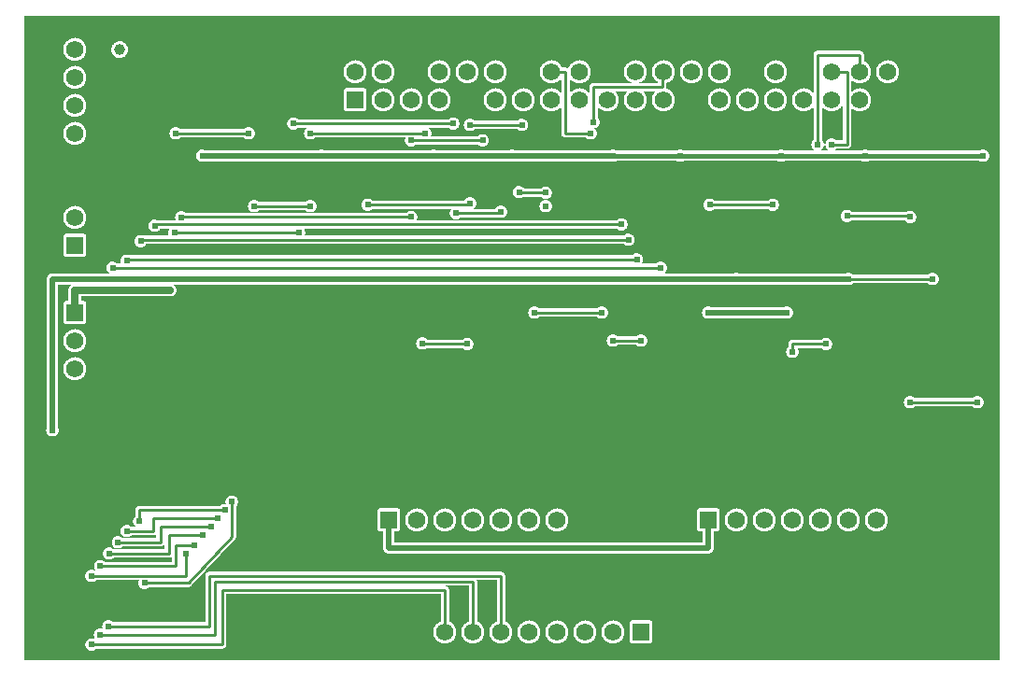
<source format=gbl>
G04 ---------------------------- Layer name :BOTTOM LAYER*
G04 EasyEDA v5.8.20, Fri, 09 Nov 2018 02:12:10 GMT*
G04 afbeeaa0033d4c789317b0f66a149b2b*
G04 Gerber Generator version 0.2*
G04 Scale: 100 percent, Rotated: No, Reflected: No *
G04 Dimensions in inches *
G04 leading zeros omitted , absolute positions ,2 integer and 4 decimal *
%FSLAX24Y24*%
%MOIN*%
G90*
G70D02*

%ADD10C,0.010000*%
%ADD11C,0.020000*%
%ADD12C,0.025000*%
%ADD15C,0.024400*%
%ADD25R,0.062000X0.062000*%
%ADD26C,0.062000*%
%ADD27C,0.039370*%
%ADD28C,0.220000*%
%ADD29C,0.060000*%
%ADD30C,0.015000*%

%LPD*%
G36*
G01X34800Y0D02*
G01X0Y0D01*
G01X0Y23000D01*
G01X34800Y23000D01*
G01X34800Y0D01*
G37*

%LPC*%
G36*
G01X28348Y4592D02*
G01X28389Y4589D01*
G01X28430Y4590D01*
G01X28471Y4595D01*
G01X28511Y4604D01*
G01X28550Y4617D01*
G01X28587Y4634D01*
G01X28622Y4654D01*
G01X28656Y4678D01*
G01X28686Y4705D01*
G01X28714Y4735D01*
G01X28739Y4768D01*
G01X28760Y4803D01*
G01X28778Y4840D01*
G01X28792Y4878D01*
G01X28802Y4918D01*
G01X28808Y4959D01*
G01X28810Y5000D01*
G01X28808Y5040D01*
G01X28802Y5081D01*
G01X28792Y5121D01*
G01X28778Y5159D01*
G01X28760Y5196D01*
G01X28739Y5231D01*
G01X28714Y5264D01*
G01X28686Y5294D01*
G01X28656Y5321D01*
G01X28622Y5345D01*
G01X28587Y5365D01*
G01X28550Y5382D01*
G01X28511Y5395D01*
G01X28471Y5404D01*
G01X28430Y5409D01*
G01X28389Y5410D01*
G01X28348Y5407D01*
G01X28308Y5400D01*
G01X28269Y5389D01*
G01X28230Y5374D01*
G01X28194Y5355D01*
G01X28160Y5333D01*
G01X28128Y5308D01*
G01X28098Y5279D01*
G01X28072Y5248D01*
G01X28049Y5214D01*
G01X28029Y5178D01*
G01X28013Y5140D01*
G01X28001Y5101D01*
G01X27993Y5061D01*
G01X27989Y5020D01*
G01X27989Y4979D01*
G01X27993Y4938D01*
G01X28001Y4898D01*
G01X28013Y4859D01*
G01X28029Y4821D01*
G01X28049Y4785D01*
G01X28072Y4751D01*
G01X28098Y4720D01*
G01X28128Y4691D01*
G01X28160Y4666D01*
G01X28194Y4644D01*
G01X28230Y4625D01*
G01X28269Y4610D01*
G01X28308Y4599D01*
G01X28348Y4592D01*
G37*
G36*
G01X19948Y592D02*
G01X19989Y589D01*
G01X20030Y590D01*
G01X20071Y595D01*
G01X20111Y604D01*
G01X20150Y617D01*
G01X20187Y634D01*
G01X20222Y654D01*
G01X20256Y678D01*
G01X20286Y705D01*
G01X20314Y735D01*
G01X20339Y768D01*
G01X20360Y803D01*
G01X20378Y840D01*
G01X20392Y878D01*
G01X20402Y918D01*
G01X20408Y959D01*
G01X20410Y1000D01*
G01X20408Y1040D01*
G01X20402Y1081D01*
G01X20392Y1121D01*
G01X20378Y1159D01*
G01X20360Y1196D01*
G01X20339Y1231D01*
G01X20314Y1264D01*
G01X20286Y1294D01*
G01X20256Y1321D01*
G01X20222Y1345D01*
G01X20187Y1365D01*
G01X20150Y1382D01*
G01X20111Y1395D01*
G01X20071Y1404D01*
G01X20030Y1409D01*
G01X19989Y1410D01*
G01X19948Y1407D01*
G01X19908Y1400D01*
G01X19869Y1389D01*
G01X19830Y1374D01*
G01X19794Y1355D01*
G01X19760Y1333D01*
G01X19728Y1308D01*
G01X19698Y1279D01*
G01X19672Y1248D01*
G01X19649Y1214D01*
G01X19629Y1178D01*
G01X19613Y1140D01*
G01X19601Y1101D01*
G01X19593Y1061D01*
G01X19589Y1020D01*
G01X19589Y979D01*
G01X19593Y938D01*
G01X19601Y898D01*
G01X19613Y859D01*
G01X19629Y821D01*
G01X19649Y785D01*
G01X19672Y751D01*
G01X19698Y720D01*
G01X19728Y691D01*
G01X19760Y666D01*
G01X19794Y644D01*
G01X19830Y625D01*
G01X19869Y610D01*
G01X19908Y599D01*
G01X19948Y592D01*
G37*
G36*
G01X18948Y592D02*
G01X18989Y589D01*
G01X19030Y590D01*
G01X19071Y595D01*
G01X19111Y604D01*
G01X19150Y617D01*
G01X19187Y634D01*
G01X19222Y654D01*
G01X19256Y678D01*
G01X19286Y705D01*
G01X19314Y735D01*
G01X19339Y768D01*
G01X19360Y803D01*
G01X19378Y840D01*
G01X19392Y878D01*
G01X19402Y918D01*
G01X19408Y959D01*
G01X19410Y1000D01*
G01X19408Y1040D01*
G01X19402Y1081D01*
G01X19392Y1121D01*
G01X19378Y1159D01*
G01X19360Y1196D01*
G01X19339Y1231D01*
G01X19314Y1264D01*
G01X19286Y1294D01*
G01X19256Y1321D01*
G01X19222Y1345D01*
G01X19187Y1365D01*
G01X19150Y1382D01*
G01X19111Y1395D01*
G01X19071Y1404D01*
G01X19030Y1409D01*
G01X18989Y1410D01*
G01X18948Y1407D01*
G01X18908Y1400D01*
G01X18869Y1389D01*
G01X18830Y1374D01*
G01X18794Y1355D01*
G01X18760Y1333D01*
G01X18728Y1308D01*
G01X18698Y1279D01*
G01X18672Y1248D01*
G01X18649Y1214D01*
G01X18629Y1178D01*
G01X18613Y1140D01*
G01X18601Y1101D01*
G01X18593Y1061D01*
G01X18589Y1020D01*
G01X18589Y979D01*
G01X18593Y938D01*
G01X18601Y898D01*
G01X18613Y859D01*
G01X18629Y821D01*
G01X18649Y785D01*
G01X18672Y751D01*
G01X18698Y720D01*
G01X18728Y691D01*
G01X18760Y666D01*
G01X18794Y644D01*
G01X18830Y625D01*
G01X18869Y610D01*
G01X18908Y599D01*
G01X18948Y592D01*
G37*
G36*
G01X17948Y592D02*
G01X17989Y589D01*
G01X18030Y590D01*
G01X18071Y595D01*
G01X18111Y604D01*
G01X18150Y617D01*
G01X18187Y634D01*
G01X18222Y654D01*
G01X18256Y678D01*
G01X18286Y705D01*
G01X18314Y735D01*
G01X18339Y768D01*
G01X18360Y803D01*
G01X18378Y840D01*
G01X18392Y878D01*
G01X18402Y918D01*
G01X18408Y959D01*
G01X18410Y1000D01*
G01X18408Y1040D01*
G01X18402Y1081D01*
G01X18392Y1121D01*
G01X18378Y1159D01*
G01X18360Y1196D01*
G01X18339Y1231D01*
G01X18314Y1264D01*
G01X18286Y1294D01*
G01X18256Y1321D01*
G01X18222Y1345D01*
G01X18187Y1365D01*
G01X18150Y1382D01*
G01X18111Y1395D01*
G01X18071Y1404D01*
G01X18030Y1409D01*
G01X17989Y1410D01*
G01X17948Y1407D01*
G01X17908Y1400D01*
G01X17869Y1389D01*
G01X17830Y1374D01*
G01X17794Y1355D01*
G01X17760Y1333D01*
G01X17728Y1308D01*
G01X17698Y1279D01*
G01X17672Y1248D01*
G01X17649Y1214D01*
G01X17629Y1178D01*
G01X17613Y1140D01*
G01X17601Y1101D01*
G01X17593Y1061D01*
G01X17589Y1020D01*
G01X17589Y979D01*
G01X17593Y938D01*
G01X17601Y898D01*
G01X17613Y859D01*
G01X17629Y821D01*
G01X17649Y785D01*
G01X17672Y751D01*
G01X17698Y720D01*
G01X17728Y691D01*
G01X17760Y666D01*
G01X17794Y644D01*
G01X17830Y625D01*
G01X17869Y610D01*
G01X17908Y599D01*
G01X17948Y592D01*
G37*
G36*
G01X3362Y21495D02*
G01X3392Y21493D01*
G01X3422Y21493D01*
G01X3451Y21497D01*
G01X3480Y21504D01*
G01X3508Y21513D01*
G01X3535Y21525D01*
G01X3561Y21540D01*
G01X3585Y21558D01*
G01X3607Y21577D01*
G01X3628Y21599D01*
G01X3646Y21623D01*
G01X3661Y21648D01*
G01X3674Y21675D01*
G01X3684Y21703D01*
G01X3691Y21731D01*
G01X3696Y21761D01*
G01X3697Y21790D01*
G01X3696Y21820D01*
G01X3691Y21850D01*
G01X3684Y21878D01*
G01X3674Y21906D01*
G01X3661Y21933D01*
G01X3646Y21958D01*
G01X3628Y21982D01*
G01X3607Y22004D01*
G01X3585Y22023D01*
G01X3561Y22041D01*
G01X3535Y22056D01*
G01X3508Y22068D01*
G01X3480Y22077D01*
G01X3451Y22084D01*
G01X3422Y22088D01*
G01X3392Y22088D01*
G01X3362Y22086D01*
G01X3333Y22081D01*
G01X3305Y22073D01*
G01X3277Y22062D01*
G01X3251Y22048D01*
G01X3226Y22032D01*
G01X3202Y22014D01*
G01X3181Y21993D01*
G01X3162Y21970D01*
G01X3145Y21946D01*
G01X3131Y21920D01*
G01X3120Y21892D01*
G01X3111Y21864D01*
G01X3105Y21835D01*
G01X3102Y21805D01*
G01X3102Y21776D01*
G01X3105Y21746D01*
G01X3111Y21717D01*
G01X3120Y21689D01*
G01X3131Y21661D01*
G01X3145Y21635D01*
G01X3162Y21611D01*
G01X3181Y21588D01*
G01X3202Y21567D01*
G01X3226Y21549D01*
G01X3251Y21533D01*
G01X3277Y21519D01*
G01X3305Y21508D01*
G01X3333Y21500D01*
G01X3362Y21495D01*
G37*
G36*
G01X1748Y21392D02*
G01X1789Y21389D01*
G01X1830Y21390D01*
G01X1871Y21395D01*
G01X1911Y21404D01*
G01X1950Y21417D01*
G01X1987Y21434D01*
G01X2022Y21454D01*
G01X2056Y21478D01*
G01X2086Y21505D01*
G01X2114Y21535D01*
G01X2139Y21568D01*
G01X2160Y21603D01*
G01X2178Y21640D01*
G01X2192Y21678D01*
G01X2202Y21718D01*
G01X2208Y21759D01*
G01X2211Y21800D01*
G01X2208Y21840D01*
G01X2202Y21881D01*
G01X2192Y21921D01*
G01X2178Y21959D01*
G01X2160Y21996D01*
G01X2139Y22031D01*
G01X2114Y22064D01*
G01X2086Y22094D01*
G01X2056Y22121D01*
G01X2022Y22145D01*
G01X1987Y22165D01*
G01X1950Y22182D01*
G01X1911Y22195D01*
G01X1871Y22204D01*
G01X1830Y22209D01*
G01X1789Y22210D01*
G01X1748Y22207D01*
G01X1708Y22200D01*
G01X1669Y22189D01*
G01X1630Y22174D01*
G01X1594Y22155D01*
G01X1560Y22133D01*
G01X1528Y22108D01*
G01X1498Y22079D01*
G01X1472Y22048D01*
G01X1449Y22014D01*
G01X1429Y21978D01*
G01X1413Y21940D01*
G01X1401Y21901D01*
G01X1393Y21861D01*
G01X1389Y21820D01*
G01X1389Y21779D01*
G01X1393Y21738D01*
G01X1401Y21698D01*
G01X1413Y21659D01*
G01X1429Y21621D01*
G01X1449Y21585D01*
G01X1472Y21551D01*
G01X1498Y21520D01*
G01X1528Y21491D01*
G01X1560Y21466D01*
G01X1594Y21444D01*
G01X1630Y21425D01*
G01X1669Y21410D01*
G01X1708Y21399D01*
G01X1748Y21392D01*
G37*
G36*
G01X1485Y14390D02*
G01X1490Y14390D01*
G01X2109Y14390D01*
G01X2114Y14390D01*
G01X2118Y14390D01*
G01X2122Y14390D01*
G01X2126Y14391D01*
G01X2130Y14392D01*
G01X2134Y14393D01*
G01X2138Y14394D01*
G01X2142Y14395D01*
G01X2146Y14396D01*
G01X2150Y14398D01*
G01X2153Y14400D01*
G01X2157Y14402D01*
G01X2161Y14404D01*
G01X2164Y14406D01*
G01X2168Y14408D01*
G01X2171Y14411D01*
G01X2174Y14413D01*
G01X2177Y14416D01*
G01X2180Y14419D01*
G01X2183Y14422D01*
G01X2186Y14425D01*
G01X2188Y14428D01*
G01X2191Y14431D01*
G01X2193Y14435D01*
G01X2195Y14438D01*
G01X2197Y14442D01*
G01X2199Y14446D01*
G01X2201Y14449D01*
G01X2203Y14453D01*
G01X2204Y14457D01*
G01X2205Y14461D01*
G01X2206Y14465D01*
G01X2207Y14469D01*
G01X2208Y14473D01*
G01X2209Y14477D01*
G01X2209Y14481D01*
G01X2209Y14485D01*
G01X2209Y14490D01*
G01X2209Y15109D01*
G01X2209Y15114D01*
G01X2209Y15118D01*
G01X2209Y15122D01*
G01X2208Y15126D01*
G01X2207Y15130D01*
G01X2206Y15134D01*
G01X2205Y15138D01*
G01X2204Y15142D01*
G01X2203Y15146D01*
G01X2201Y15150D01*
G01X2199Y15153D01*
G01X2197Y15157D01*
G01X2195Y15161D01*
G01X2193Y15164D01*
G01X2191Y15168D01*
G01X2188Y15171D01*
G01X2186Y15174D01*
G01X2183Y15177D01*
G01X2180Y15180D01*
G01X2177Y15183D01*
G01X2174Y15186D01*
G01X2171Y15188D01*
G01X2168Y15191D01*
G01X2164Y15193D01*
G01X2161Y15195D01*
G01X2157Y15197D01*
G01X2153Y15199D01*
G01X2150Y15201D01*
G01X2146Y15203D01*
G01X2142Y15204D01*
G01X2138Y15205D01*
G01X2134Y15206D01*
G01X2130Y15207D01*
G01X2126Y15208D01*
G01X2122Y15209D01*
G01X2118Y15209D01*
G01X2114Y15209D01*
G01X2109Y15209D01*
G01X1490Y15209D01*
G01X1485Y15209D01*
G01X1481Y15209D01*
G01X1477Y15209D01*
G01X1473Y15208D01*
G01X1469Y15207D01*
G01X1465Y15206D01*
G01X1461Y15205D01*
G01X1457Y15204D01*
G01X1453Y15203D01*
G01X1449Y15201D01*
G01X1446Y15199D01*
G01X1442Y15197D01*
G01X1438Y15195D01*
G01X1435Y15193D01*
G01X1431Y15191D01*
G01X1428Y15188D01*
G01X1425Y15186D01*
G01X1422Y15183D01*
G01X1419Y15180D01*
G01X1416Y15177D01*
G01X1413Y15174D01*
G01X1411Y15171D01*
G01X1408Y15168D01*
G01X1406Y15164D01*
G01X1404Y15161D01*
G01X1402Y15157D01*
G01X1400Y15153D01*
G01X1398Y15150D01*
G01X1396Y15146D01*
G01X1395Y15142D01*
G01X1394Y15138D01*
G01X1393Y15134D01*
G01X1392Y15130D01*
G01X1391Y15126D01*
G01X1390Y15122D01*
G01X1390Y15118D01*
G01X1390Y15114D01*
G01X1390Y15109D01*
G01X1390Y14490D01*
G01X1390Y14485D01*
G01X1390Y14481D01*
G01X1390Y14477D01*
G01X1391Y14473D01*
G01X1392Y14469D01*
G01X1393Y14465D01*
G01X1394Y14461D01*
G01X1395Y14457D01*
G01X1396Y14453D01*
G01X1398Y14449D01*
G01X1400Y14446D01*
G01X1402Y14442D01*
G01X1404Y14438D01*
G01X1406Y14435D01*
G01X1408Y14431D01*
G01X1411Y14428D01*
G01X1413Y14425D01*
G01X1416Y14422D01*
G01X1419Y14419D01*
G01X1422Y14416D01*
G01X1425Y14413D01*
G01X1428Y14411D01*
G01X1431Y14408D01*
G01X1435Y14406D01*
G01X1438Y14404D01*
G01X1442Y14402D01*
G01X1446Y14400D01*
G01X1449Y14398D01*
G01X1453Y14396D01*
G01X1457Y14395D01*
G01X1461Y14394D01*
G01X1465Y14393D01*
G01X1469Y14392D01*
G01X1473Y14391D01*
G01X1477Y14390D01*
G01X1481Y14390D01*
G01X1485Y14390D01*
G37*
G36*
G01X21685Y590D02*
G01X21689Y590D01*
G01X22310Y590D01*
G01X22314Y590D01*
G01X22318Y590D01*
G01X22322Y590D01*
G01X22326Y591D01*
G01X22330Y592D01*
G01X22334Y593D01*
G01X22338Y594D01*
G01X22342Y595D01*
G01X22346Y596D01*
G01X22350Y598D01*
G01X22353Y600D01*
G01X22357Y602D01*
G01X22361Y604D01*
G01X22364Y606D01*
G01X22368Y608D01*
G01X22371Y611D01*
G01X22374Y613D01*
G01X22377Y616D01*
G01X22380Y619D01*
G01X22383Y622D01*
G01X22386Y625D01*
G01X22388Y628D01*
G01X22391Y631D01*
G01X22393Y635D01*
G01X22395Y638D01*
G01X22397Y642D01*
G01X22399Y646D01*
G01X22401Y649D01*
G01X22403Y653D01*
G01X22404Y657D01*
G01X22405Y661D01*
G01X22406Y665D01*
G01X22407Y669D01*
G01X22408Y673D01*
G01X22409Y677D01*
G01X22409Y681D01*
G01X22409Y685D01*
G01X22410Y690D01*
G01X22410Y1309D01*
G01X22409Y1314D01*
G01X22409Y1318D01*
G01X22409Y1322D01*
G01X22408Y1326D01*
G01X22407Y1330D01*
G01X22406Y1334D01*
G01X22405Y1338D01*
G01X22404Y1342D01*
G01X22403Y1346D01*
G01X22401Y1350D01*
G01X22399Y1353D01*
G01X22397Y1357D01*
G01X22395Y1361D01*
G01X22393Y1364D01*
G01X22391Y1368D01*
G01X22388Y1371D01*
G01X22386Y1374D01*
G01X22383Y1377D01*
G01X22380Y1380D01*
G01X22377Y1383D01*
G01X22374Y1386D01*
G01X22371Y1388D01*
G01X22368Y1391D01*
G01X22364Y1393D01*
G01X22361Y1395D01*
G01X22357Y1397D01*
G01X22353Y1399D01*
G01X22350Y1401D01*
G01X22346Y1403D01*
G01X22342Y1404D01*
G01X22338Y1405D01*
G01X22334Y1406D01*
G01X22330Y1407D01*
G01X22326Y1408D01*
G01X22322Y1409D01*
G01X22318Y1409D01*
G01X22314Y1409D01*
G01X22310Y1409D01*
G01X21689Y1409D01*
G01X21685Y1409D01*
G01X21681Y1409D01*
G01X21677Y1409D01*
G01X21673Y1408D01*
G01X21669Y1407D01*
G01X21665Y1406D01*
G01X21661Y1405D01*
G01X21657Y1404D01*
G01X21653Y1403D01*
G01X21649Y1401D01*
G01X21646Y1399D01*
G01X21642Y1397D01*
G01X21638Y1395D01*
G01X21635Y1393D01*
G01X21631Y1391D01*
G01X21628Y1388D01*
G01X21625Y1386D01*
G01X21622Y1383D01*
G01X21619Y1380D01*
G01X21616Y1377D01*
G01X21613Y1374D01*
G01X21611Y1371D01*
G01X21608Y1368D01*
G01X21606Y1364D01*
G01X21604Y1361D01*
G01X21602Y1357D01*
G01X21600Y1353D01*
G01X21598Y1350D01*
G01X21596Y1346D01*
G01X21595Y1342D01*
G01X21594Y1338D01*
G01X21593Y1334D01*
G01X21592Y1330D01*
G01X21591Y1326D01*
G01X21590Y1322D01*
G01X21590Y1318D01*
G01X21590Y1314D01*
G01X21589Y1309D01*
G01X21589Y690D01*
G01X21590Y685D01*
G01X21590Y681D01*
G01X21590Y677D01*
G01X21591Y673D01*
G01X21592Y669D01*
G01X21593Y665D01*
G01X21594Y661D01*
G01X21595Y657D01*
G01X21596Y653D01*
G01X21598Y649D01*
G01X21600Y646D01*
G01X21602Y642D01*
G01X21604Y638D01*
G01X21606Y635D01*
G01X21608Y631D01*
G01X21611Y628D01*
G01X21613Y625D01*
G01X21616Y622D01*
G01X21619Y619D01*
G01X21622Y616D01*
G01X21625Y613D01*
G01X21628Y611D01*
G01X21631Y608D01*
G01X21635Y606D01*
G01X21638Y604D01*
G01X21642Y602D01*
G01X21646Y600D01*
G01X21649Y598D01*
G01X21653Y596D01*
G01X21657Y595D01*
G01X21661Y594D01*
G01X21665Y593D01*
G01X21669Y592D01*
G01X21673Y591D01*
G01X21677Y590D01*
G01X21681Y590D01*
G01X21685Y590D01*
G37*
G36*
G01X11748Y20592D02*
G01X11789Y20589D01*
G01X11830Y20590D01*
G01X11871Y20595D01*
G01X11911Y20604D01*
G01X11950Y20617D01*
G01X11987Y20634D01*
G01X12022Y20654D01*
G01X12056Y20678D01*
G01X12086Y20705D01*
G01X12114Y20735D01*
G01X12139Y20768D01*
G01X12160Y20803D01*
G01X12178Y20840D01*
G01X12192Y20878D01*
G01X12202Y20918D01*
G01X12208Y20959D01*
G01X12210Y21000D01*
G01X12208Y21040D01*
G01X12202Y21081D01*
G01X12192Y21121D01*
G01X12178Y21159D01*
G01X12160Y21196D01*
G01X12139Y21231D01*
G01X12114Y21264D01*
G01X12086Y21294D01*
G01X12056Y21321D01*
G01X12022Y21345D01*
G01X11987Y21365D01*
G01X11950Y21382D01*
G01X11911Y21395D01*
G01X11871Y21404D01*
G01X11830Y21409D01*
G01X11789Y21410D01*
G01X11748Y21407D01*
G01X11708Y21400D01*
G01X11669Y21389D01*
G01X11630Y21374D01*
G01X11594Y21355D01*
G01X11560Y21333D01*
G01X11528Y21308D01*
G01X11498Y21279D01*
G01X11472Y21248D01*
G01X11449Y21214D01*
G01X11429Y21178D01*
G01X11413Y21140D01*
G01X11401Y21101D01*
G01X11393Y21061D01*
G01X11389Y21020D01*
G01X11389Y20979D01*
G01X11393Y20938D01*
G01X11401Y20898D01*
G01X11413Y20859D01*
G01X11429Y20821D01*
G01X11449Y20785D01*
G01X11472Y20751D01*
G01X11498Y20720D01*
G01X11528Y20691D01*
G01X11560Y20666D01*
G01X11594Y20644D01*
G01X11630Y20625D01*
G01X11669Y20610D01*
G01X11708Y20599D01*
G01X11748Y20592D01*
G37*
G36*
G01X4122Y14728D02*
G01X4144Y14727D01*
G01X4166Y14727D01*
G01X4188Y14730D01*
G01X4210Y14735D01*
G01X4231Y14742D01*
G01X4251Y14751D01*
G01X4270Y14762D01*
G01X4289Y14775D01*
G01X4305Y14790D01*
G01X4320Y14806D01*
G01X4334Y14824D01*
G01X4345Y14843D01*
G01X4349Y14850D01*
G01X21385Y14850D01*
G01X21386Y14848D01*
G01X21402Y14832D01*
G01X21419Y14818D01*
G01X21438Y14806D01*
G01X21458Y14796D01*
G01X21478Y14788D01*
G01X21500Y14782D01*
G01X21522Y14778D01*
G01X21544Y14777D01*
G01X21566Y14777D01*
G01X21588Y14780D01*
G01X21610Y14785D01*
G01X21631Y14792D01*
G01X21651Y14801D01*
G01X21670Y14812D01*
G01X21689Y14825D01*
G01X21705Y14840D01*
G01X21720Y14856D01*
G01X21734Y14874D01*
G01X21745Y14893D01*
G01X21755Y14913D01*
G01X21763Y14934D01*
G01X21768Y14955D01*
G01X21771Y14977D01*
G01X21772Y15000D01*
G01X21771Y15022D01*
G01X21768Y15044D01*
G01X21763Y15065D01*
G01X21755Y15086D01*
G01X21745Y15106D01*
G01X21734Y15125D01*
G01X21720Y15143D01*
G01X21705Y15159D01*
G01X21689Y15174D01*
G01X21670Y15187D01*
G01X21651Y15198D01*
G01X21631Y15207D01*
G01X21610Y15214D01*
G01X21588Y15219D01*
G01X21566Y15222D01*
G01X21544Y15222D01*
G01X21522Y15221D01*
G01X21500Y15217D01*
G01X21478Y15211D01*
G01X21458Y15203D01*
G01X21438Y15193D01*
G01X21419Y15181D01*
G01X21402Y15167D01*
G01X21386Y15151D01*
G01X21385Y15150D01*
G01X9999Y15150D01*
G01X10005Y15163D01*
G01X10013Y15184D01*
G01X10018Y15205D01*
G01X10021Y15227D01*
G01X10022Y15250D01*
G01X10021Y15272D01*
G01X10018Y15294D01*
G01X10013Y15315D01*
G01X10005Y15336D01*
G01X9995Y15356D01*
G01X9984Y15375D01*
G01X9970Y15393D01*
G01X9964Y15400D01*
G01X21135Y15400D01*
G01X21136Y15398D01*
G01X21152Y15382D01*
G01X21169Y15368D01*
G01X21188Y15356D01*
G01X21208Y15346D01*
G01X21228Y15338D01*
G01X21250Y15332D01*
G01X21272Y15328D01*
G01X21294Y15327D01*
G01X21316Y15327D01*
G01X21338Y15330D01*
G01X21360Y15335D01*
G01X21381Y15342D01*
G01X21401Y15351D01*
G01X21420Y15362D01*
G01X21439Y15375D01*
G01X21455Y15390D01*
G01X21470Y15406D01*
G01X21484Y15424D01*
G01X21495Y15443D01*
G01X21505Y15463D01*
G01X21513Y15484D01*
G01X21518Y15505D01*
G01X21521Y15527D01*
G01X21522Y15550D01*
G01X21521Y15572D01*
G01X21518Y15594D01*
G01X21513Y15615D01*
G01X21505Y15636D01*
G01X21495Y15656D01*
G01X21484Y15675D01*
G01X21470Y15693D01*
G01X21455Y15709D01*
G01X21439Y15724D01*
G01X21420Y15737D01*
G01X21401Y15748D01*
G01X21381Y15757D01*
G01X21360Y15764D01*
G01X21338Y15769D01*
G01X21316Y15772D01*
G01X21294Y15772D01*
G01X21272Y15771D01*
G01X21250Y15767D01*
G01X21228Y15761D01*
G01X21208Y15753D01*
G01X21188Y15743D01*
G01X21169Y15731D01*
G01X21152Y15717D01*
G01X21136Y15701D01*
G01X21135Y15700D01*
G01X13993Y15700D01*
G01X13995Y15703D01*
G01X14005Y15723D01*
G01X14013Y15744D01*
G01X14018Y15765D01*
G01X14021Y15787D01*
G01X14022Y15809D01*
G01X14021Y15832D01*
G01X14018Y15854D01*
G01X14013Y15875D01*
G01X14005Y15896D01*
G01X13995Y15916D01*
G01X13984Y15935D01*
G01X13970Y15953D01*
G01X13955Y15969D01*
G01X13939Y15984D01*
G01X13920Y15997D01*
G01X13901Y16008D01*
G01X13881Y16017D01*
G01X13860Y16024D01*
G01X13838Y16029D01*
G01X13816Y16032D01*
G01X13794Y16032D01*
G01X13772Y16031D01*
G01X13750Y16027D01*
G01X13728Y16021D01*
G01X13708Y16013D01*
G01X13688Y16003D01*
G01X13669Y15991D01*
G01X13652Y15977D01*
G01X13636Y15961D01*
G01X13635Y15959D01*
G01X5755Y15959D01*
G01X5739Y15974D01*
G01X5720Y15987D01*
G01X5701Y15998D01*
G01X5681Y16007D01*
G01X5660Y16014D01*
G01X5638Y16019D01*
G01X5616Y16022D01*
G01X5594Y16022D01*
G01X5572Y16021D01*
G01X5550Y16017D01*
G01X5528Y16011D01*
G01X5508Y16003D01*
G01X5488Y15993D01*
G01X5469Y15981D01*
G01X5452Y15967D01*
G01X5436Y15951D01*
G01X5422Y15934D01*
G01X5409Y15916D01*
G01X5399Y15896D01*
G01X5390Y15876D01*
G01X5383Y15855D01*
G01X5379Y15833D01*
G01X5377Y15811D01*
G01X5377Y15788D01*
G01X5379Y15766D01*
G01X5383Y15744D01*
G01X5390Y15723D01*
G01X5399Y15703D01*
G01X5400Y15700D01*
G01X4748Y15700D01*
G01X4731Y15707D01*
G01X4710Y15714D01*
G01X4688Y15719D01*
G01X4666Y15722D01*
G01X4644Y15722D01*
G01X4622Y15721D01*
G01X4600Y15717D01*
G01X4578Y15711D01*
G01X4558Y15703D01*
G01X4538Y15693D01*
G01X4519Y15681D01*
G01X4502Y15667D01*
G01X4486Y15651D01*
G01X4472Y15634D01*
G01X4459Y15616D01*
G01X4449Y15596D01*
G01X4440Y15576D01*
G01X4433Y15555D01*
G01X4429Y15533D01*
G01X4427Y15511D01*
G01X4427Y15488D01*
G01X4429Y15466D01*
G01X4433Y15444D01*
G01X4440Y15423D01*
G01X4449Y15403D01*
G01X4459Y15383D01*
G01X4472Y15365D01*
G01X4486Y15348D01*
G01X4502Y15332D01*
G01X4519Y15318D01*
G01X4538Y15306D01*
G01X4558Y15296D01*
G01X4578Y15288D01*
G01X4600Y15282D01*
G01X4622Y15278D01*
G01X4644Y15277D01*
G01X4666Y15277D01*
G01X4688Y15280D01*
G01X4710Y15285D01*
G01X4731Y15292D01*
G01X4751Y15301D01*
G01X4770Y15312D01*
G01X4789Y15325D01*
G01X4805Y15340D01*
G01X4820Y15356D01*
G01X4834Y15374D01*
G01X4845Y15393D01*
G01X4849Y15400D01*
G01X5185Y15400D01*
G01X5172Y15384D01*
G01X5159Y15366D01*
G01X5149Y15346D01*
G01X5140Y15326D01*
G01X5133Y15305D01*
G01X5129Y15283D01*
G01X5127Y15261D01*
G01X5127Y15238D01*
G01X5129Y15216D01*
G01X5133Y15194D01*
G01X5140Y15173D01*
G01X5149Y15153D01*
G01X5150Y15150D01*
G01X4248Y15150D01*
G01X4231Y15157D01*
G01X4210Y15164D01*
G01X4188Y15169D01*
G01X4166Y15172D01*
G01X4144Y15172D01*
G01X4122Y15171D01*
G01X4100Y15167D01*
G01X4078Y15161D01*
G01X4058Y15153D01*
G01X4038Y15143D01*
G01X4019Y15131D01*
G01X4002Y15117D01*
G01X3986Y15101D01*
G01X3972Y15084D01*
G01X3959Y15066D01*
G01X3949Y15046D01*
G01X3940Y15026D01*
G01X3933Y15005D01*
G01X3929Y14983D01*
G01X3927Y14961D01*
G01X3927Y14938D01*
G01X3929Y14916D01*
G01X3933Y14894D01*
G01X3940Y14873D01*
G01X3949Y14853D01*
G01X3959Y14833D01*
G01X3972Y14815D01*
G01X3986Y14798D01*
G01X4002Y14782D01*
G01X4019Y14768D01*
G01X4038Y14756D01*
G01X4058Y14746D01*
G01X4078Y14738D01*
G01X4100Y14732D01*
G01X4122Y14728D01*
G37*
G36*
G01X1748Y15392D02*
G01X1789Y15389D01*
G01X1830Y15390D01*
G01X1871Y15395D01*
G01X1911Y15404D01*
G01X1950Y15417D01*
G01X1987Y15434D01*
G01X2022Y15454D01*
G01X2056Y15478D01*
G01X2086Y15505D01*
G01X2114Y15535D01*
G01X2139Y15568D01*
G01X2160Y15603D01*
G01X2178Y15640D01*
G01X2192Y15678D01*
G01X2202Y15718D01*
G01X2208Y15759D01*
G01X2211Y15800D01*
G01X2208Y15840D01*
G01X2202Y15881D01*
G01X2192Y15921D01*
G01X2178Y15959D01*
G01X2160Y15996D01*
G01X2139Y16031D01*
G01X2114Y16064D01*
G01X2086Y16094D01*
G01X2056Y16121D01*
G01X2022Y16145D01*
G01X1987Y16165D01*
G01X1950Y16182D01*
G01X1911Y16195D01*
G01X1871Y16204D01*
G01X1830Y16209D01*
G01X1789Y16210D01*
G01X1748Y16207D01*
G01X1708Y16200D01*
G01X1669Y16189D01*
G01X1630Y16174D01*
G01X1594Y16155D01*
G01X1560Y16133D01*
G01X1528Y16108D01*
G01X1498Y16079D01*
G01X1472Y16048D01*
G01X1449Y16014D01*
G01X1429Y15978D01*
G01X1413Y15940D01*
G01X1401Y15901D01*
G01X1393Y15861D01*
G01X1389Y15820D01*
G01X1389Y15779D01*
G01X1393Y15738D01*
G01X1401Y15698D01*
G01X1413Y15659D01*
G01X1429Y15621D01*
G01X1449Y15585D01*
G01X1472Y15551D01*
G01X1498Y15520D01*
G01X1528Y15491D01*
G01X1560Y15466D01*
G01X1594Y15444D01*
G01X1630Y15425D01*
G01X1669Y15410D01*
G01X1708Y15399D01*
G01X1748Y15392D01*
G37*
G36*
G01X12748Y20592D02*
G01X12789Y20589D01*
G01X12830Y20590D01*
G01X12871Y20595D01*
G01X12911Y20604D01*
G01X12950Y20617D01*
G01X12987Y20634D01*
G01X13022Y20654D01*
G01X13056Y20678D01*
G01X13086Y20705D01*
G01X13114Y20735D01*
G01X13139Y20768D01*
G01X13160Y20803D01*
G01X13178Y20840D01*
G01X13192Y20878D01*
G01X13202Y20918D01*
G01X13208Y20959D01*
G01X13210Y21000D01*
G01X13208Y21040D01*
G01X13202Y21081D01*
G01X13192Y21121D01*
G01X13178Y21159D01*
G01X13160Y21196D01*
G01X13139Y21231D01*
G01X13114Y21264D01*
G01X13086Y21294D01*
G01X13056Y21321D01*
G01X13022Y21345D01*
G01X12987Y21365D01*
G01X12950Y21382D01*
G01X12911Y21395D01*
G01X12871Y21404D01*
G01X12830Y21409D01*
G01X12789Y21410D01*
G01X12748Y21407D01*
G01X12708Y21400D01*
G01X12669Y21389D01*
G01X12630Y21374D01*
G01X12594Y21355D01*
G01X12560Y21333D01*
G01X12528Y21308D01*
G01X12498Y21279D01*
G01X12472Y21248D01*
G01X12449Y21214D01*
G01X12429Y21178D01*
G01X12413Y21140D01*
G01X12401Y21101D01*
G01X12393Y21061D01*
G01X12389Y21020D01*
G01X12389Y20979D01*
G01X12393Y20938D01*
G01X12401Y20898D01*
G01X12413Y20859D01*
G01X12429Y20821D01*
G01X12449Y20785D01*
G01X12472Y20751D01*
G01X12498Y20720D01*
G01X12528Y20691D01*
G01X12560Y20666D01*
G01X12594Y20644D01*
G01X12630Y20625D01*
G01X12669Y20610D01*
G01X12708Y20599D01*
G01X12748Y20592D01*
G37*
G36*
G01X14748Y20592D02*
G01X14789Y20589D01*
G01X14830Y20590D01*
G01X14871Y20595D01*
G01X14911Y20604D01*
G01X14950Y20617D01*
G01X14987Y20634D01*
G01X15022Y20654D01*
G01X15056Y20678D01*
G01X15086Y20705D01*
G01X15114Y20735D01*
G01X15139Y20768D01*
G01X15160Y20803D01*
G01X15178Y20840D01*
G01X15192Y20878D01*
G01X15202Y20918D01*
G01X15208Y20959D01*
G01X15210Y21000D01*
G01X15208Y21040D01*
G01X15202Y21081D01*
G01X15192Y21121D01*
G01X15178Y21159D01*
G01X15160Y21196D01*
G01X15139Y21231D01*
G01X15114Y21264D01*
G01X15086Y21294D01*
G01X15056Y21321D01*
G01X15022Y21345D01*
G01X14987Y21365D01*
G01X14950Y21382D01*
G01X14911Y21395D01*
G01X14871Y21404D01*
G01X14830Y21409D01*
G01X14789Y21410D01*
G01X14748Y21407D01*
G01X14708Y21400D01*
G01X14669Y21389D01*
G01X14630Y21374D01*
G01X14594Y21355D01*
G01X14560Y21333D01*
G01X14528Y21308D01*
G01X14498Y21279D01*
G01X14472Y21248D01*
G01X14449Y21214D01*
G01X14429Y21178D01*
G01X14413Y21140D01*
G01X14401Y21101D01*
G01X14393Y21061D01*
G01X14389Y21020D01*
G01X14389Y20979D01*
G01X14393Y20938D01*
G01X14401Y20898D01*
G01X14413Y20859D01*
G01X14429Y20821D01*
G01X14449Y20785D01*
G01X14472Y20751D01*
G01X14498Y20720D01*
G01X14528Y20691D01*
G01X14560Y20666D01*
G01X14594Y20644D01*
G01X14630Y20625D01*
G01X14669Y20610D01*
G01X14708Y20599D01*
G01X14748Y20592D01*
G37*
G36*
G01X4257Y2528D02*
G01X4279Y2527D01*
G01X4301Y2527D01*
G01X4323Y2530D01*
G01X4345Y2535D01*
G01X4366Y2542D01*
G01X4386Y2551D01*
G01X4405Y2562D01*
G01X4424Y2575D01*
G01X4440Y2590D01*
G01X4449Y2600D01*
G01X5850Y2600D01*
G01X5855Y2600D01*
G01X5860Y2600D01*
G01X5865Y2600D01*
G01X5870Y2601D01*
G01X5875Y2602D01*
G01X5880Y2603D01*
G01X5885Y2604D01*
G01X5890Y2605D01*
G01X5895Y2606D01*
G01X5900Y2608D01*
G01X5904Y2610D01*
G01X5909Y2612D01*
G01X5914Y2614D01*
G01X5918Y2616D01*
G01X5923Y2619D01*
G01X5927Y2621D01*
G01X5932Y2624D01*
G01X5936Y2627D01*
G01X5940Y2630D01*
G01X5944Y2633D01*
G01X5948Y2636D01*
G01X5952Y2640D01*
G01X5955Y2643D01*
G01X5959Y2647D01*
G01X7509Y4297D01*
G01X7512Y4301D01*
G01X7516Y4305D01*
G01X7519Y4309D01*
G01X7522Y4313D01*
G01X7525Y4317D01*
G01X7527Y4321D01*
G01X7530Y4326D01*
G01X7533Y4330D01*
G01X7535Y4335D01*
G01X7537Y4340D01*
G01X7539Y4344D01*
G01X7541Y4349D01*
G01X7542Y4354D01*
G01X7544Y4359D01*
G01X7545Y4364D01*
G01X7546Y4369D01*
G01X7547Y4374D01*
G01X7548Y4379D01*
G01X7549Y4384D01*
G01X7549Y4389D01*
G01X7549Y4394D01*
G01X7550Y4400D01*
G01X7550Y5485D01*
G01X7555Y5490D01*
G01X7570Y5506D01*
G01X7584Y5524D01*
G01X7595Y5543D01*
G01X7605Y5563D01*
G01X7613Y5584D01*
G01X7618Y5605D01*
G01X7621Y5627D01*
G01X7622Y5650D01*
G01X7621Y5672D01*
G01X7618Y5694D01*
G01X7613Y5715D01*
G01X7605Y5736D01*
G01X7595Y5756D01*
G01X7584Y5775D01*
G01X7570Y5793D01*
G01X7555Y5809D01*
G01X7539Y5824D01*
G01X7520Y5837D01*
G01X7501Y5848D01*
G01X7481Y5857D01*
G01X7460Y5864D01*
G01X7438Y5869D01*
G01X7416Y5872D01*
G01X7394Y5872D01*
G01X7372Y5871D01*
G01X7350Y5867D01*
G01X7328Y5861D01*
G01X7308Y5853D01*
G01X7288Y5843D01*
G01X7269Y5831D01*
G01X7252Y5817D01*
G01X7236Y5801D01*
G01X7222Y5784D01*
G01X7209Y5766D01*
G01X7199Y5746D01*
G01X7190Y5726D01*
G01X7183Y5705D01*
G01X7179Y5683D01*
G01X7177Y5661D01*
G01X7177Y5638D01*
G01X7179Y5616D01*
G01X7183Y5594D01*
G01X7190Y5573D01*
G01X7192Y5568D01*
G01X7188Y5569D01*
G01X7166Y5572D01*
G01X7144Y5572D01*
G01X7122Y5571D01*
G01X7100Y5567D01*
G01X7078Y5561D01*
G01X7058Y5553D01*
G01X7038Y5543D01*
G01X7019Y5531D01*
G01X7002Y5517D01*
G01X6986Y5501D01*
G01X6985Y5500D01*
G01X4100Y5500D01*
G01X4094Y5499D01*
G01X4089Y5499D01*
G01X4084Y5499D01*
G01X4080Y5498D01*
G01X4075Y5497D01*
G01X4070Y5496D01*
G01X4065Y5495D01*
G01X4060Y5494D01*
G01X4055Y5493D01*
G01X4050Y5491D01*
G01X4046Y5489D01*
G01X4041Y5488D01*
G01X4036Y5486D01*
G01X4032Y5483D01*
G01X4027Y5481D01*
G01X4023Y5479D01*
G01X4019Y5476D01*
G01X4015Y5473D01*
G01X4011Y5470D01*
G01X4007Y5467D01*
G01X4003Y5464D01*
G01X3999Y5461D01*
G01X3995Y5457D01*
G01X3992Y5454D01*
G01X3988Y5450D01*
G01X3985Y5446D01*
G01X3982Y5442D01*
G01X3979Y5438D01*
G01X3976Y5434D01*
G01X3973Y5430D01*
G01X3970Y5426D01*
G01X3968Y5422D01*
G01X3966Y5417D01*
G01X3963Y5413D01*
G01X3961Y5408D01*
G01X3960Y5403D01*
G01X3958Y5399D01*
G01X3956Y5394D01*
G01X3955Y5389D01*
G01X3954Y5384D01*
G01X3953Y5379D01*
G01X3952Y5374D01*
G01X3951Y5369D01*
G01X3950Y5365D01*
G01X3950Y5360D01*
G01X3950Y5355D01*
G01X3950Y5350D01*
G01X3950Y5114D01*
G01X3936Y5101D01*
G01X3922Y5084D01*
G01X3909Y5066D01*
G01X3899Y5046D01*
G01X3890Y5026D01*
G01X3883Y5005D01*
G01X3879Y4983D01*
G01X3877Y4961D01*
G01X3877Y4938D01*
G01X3879Y4916D01*
G01X3883Y4894D01*
G01X3890Y4873D01*
G01X3899Y4853D01*
G01X3909Y4833D01*
G01X3922Y4815D01*
G01X3936Y4798D01*
G01X3952Y4782D01*
G01X3969Y4768D01*
G01X3988Y4756D01*
G01X4001Y4750D01*
G01X3819Y4750D01*
G01X3810Y4759D01*
G01X3794Y4774D01*
G01X3776Y4787D01*
G01X3756Y4798D01*
G01X3736Y4807D01*
G01X3715Y4814D01*
G01X3693Y4819D01*
G01X3671Y4822D01*
G01X3649Y4822D01*
G01X3627Y4821D01*
G01X3605Y4817D01*
G01X3584Y4811D01*
G01X3563Y4803D01*
G01X3543Y4793D01*
G01X3524Y4781D01*
G01X3507Y4767D01*
G01X3491Y4751D01*
G01X3477Y4734D01*
G01X3464Y4716D01*
G01X3454Y4696D01*
G01X3445Y4676D01*
G01X3438Y4655D01*
G01X3434Y4633D01*
G01X3432Y4611D01*
G01X3432Y4588D01*
G01X3434Y4566D01*
G01X3438Y4544D01*
G01X3445Y4523D01*
G01X3454Y4503D01*
G01X3464Y4483D01*
G01X3477Y4465D01*
G01X3491Y4448D01*
G01X3507Y4432D01*
G01X3524Y4418D01*
G01X3543Y4406D01*
G01X3563Y4396D01*
G01X3584Y4388D01*
G01X3605Y4382D01*
G01X3627Y4378D01*
G01X3649Y4377D01*
G01X3671Y4377D01*
G01X3693Y4380D01*
G01X3715Y4385D01*
G01X3736Y4392D01*
G01X3756Y4401D01*
G01X3776Y4412D01*
G01X3794Y4425D01*
G01X3810Y4440D01*
G01X3819Y4450D01*
G01X4600Y4450D01*
G01X4605Y4450D01*
G01X4610Y4450D01*
G01X4615Y4450D01*
G01X4619Y4451D01*
G01X4624Y4452D01*
G01X4629Y4453D01*
G01X4634Y4454D01*
G01X4639Y4455D01*
G01X4644Y4456D01*
G01X4649Y4458D01*
G01X4653Y4460D01*
G01X4658Y4461D01*
G01X4663Y4463D01*
G01X4667Y4466D01*
G01X4672Y4468D01*
G01X4676Y4470D01*
G01X4680Y4473D01*
G01X4684Y4476D01*
G01X4688Y4479D01*
G01X4692Y4482D01*
G01X4696Y4485D01*
G01X4700Y4488D01*
G01X4700Y4350D01*
G01X3504Y4350D01*
G01X3495Y4359D01*
G01X3479Y4374D01*
G01X3461Y4387D01*
G01X3441Y4398D01*
G01X3421Y4407D01*
G01X3400Y4414D01*
G01X3378Y4419D01*
G01X3356Y4422D01*
G01X3334Y4422D01*
G01X3312Y4421D01*
G01X3290Y4417D01*
G01X3269Y4411D01*
G01X3248Y4403D01*
G01X3228Y4393D01*
G01X3210Y4381D01*
G01X3192Y4367D01*
G01X3176Y4351D01*
G01X3162Y4334D01*
G01X3149Y4316D01*
G01X3139Y4296D01*
G01X3130Y4276D01*
G01X3124Y4255D01*
G01X3119Y4233D01*
G01X3117Y4211D01*
G01X3117Y4188D01*
G01X3119Y4166D01*
G01X3124Y4144D01*
G01X3130Y4123D01*
G01X3139Y4103D01*
G01X3149Y4083D01*
G01X3162Y4065D01*
G01X3176Y4048D01*
G01X3192Y4032D01*
G01X3210Y4018D01*
G01X3228Y4006D01*
G01X3248Y3996D01*
G01X3269Y3988D01*
G01X3290Y3982D01*
G01X3312Y3978D01*
G01X3334Y3977D01*
G01X3356Y3977D01*
G01X3378Y3980D01*
G01X3400Y3985D01*
G01X3421Y3992D01*
G01X3441Y4001D01*
G01X3461Y4012D01*
G01X3479Y4025D01*
G01X3495Y4040D01*
G01X3504Y4050D01*
G01X4850Y4050D01*
G01X4855Y4050D01*
G01X4860Y4050D01*
G01X4865Y4050D01*
G01X4869Y4051D01*
G01X4874Y4052D01*
G01X4879Y4053D01*
G01X4884Y4054D01*
G01X4889Y4055D01*
G01X4894Y4056D01*
G01X4899Y4058D01*
G01X4903Y4060D01*
G01X4908Y4061D01*
G01X4913Y4063D01*
G01X4917Y4066D01*
G01X4922Y4068D01*
G01X4926Y4070D01*
G01X4930Y4073D01*
G01X4934Y4076D01*
G01X4938Y4079D01*
G01X4942Y4082D01*
G01X4946Y4085D01*
G01X4950Y4088D01*
G01X4954Y4092D01*
G01X4957Y4095D01*
G01X4961Y4099D01*
G01X4964Y4103D01*
G01X4967Y4107D01*
G01X4970Y4111D01*
G01X4973Y4115D01*
G01X4976Y4119D01*
G01X4979Y4123D01*
G01X4981Y4127D01*
G01X4983Y4132D01*
G01X4986Y4136D01*
G01X4988Y4141D01*
G01X4989Y4146D01*
G01X4991Y4150D01*
G01X4993Y4155D01*
G01X4994Y4160D01*
G01X4995Y4165D01*
G01X4996Y4170D01*
G01X4997Y4175D01*
G01X4998Y4180D01*
G01X4999Y4184D01*
G01X4999Y4189D01*
G01X4999Y4194D01*
G01X5000Y4200D01*
G01X5000Y3950D01*
G01X3189Y3950D01*
G01X3180Y3959D01*
G01X3164Y3974D01*
G01X3146Y3987D01*
G01X3126Y3998D01*
G01X3106Y4007D01*
G01X3085Y4014D01*
G01X3063Y4019D01*
G01X3041Y4022D01*
G01X3019Y4022D01*
G01X2997Y4021D01*
G01X2975Y4017D01*
G01X2954Y4011D01*
G01X2933Y4003D01*
G01X2913Y3993D01*
G01X2895Y3981D01*
G01X2877Y3967D01*
G01X2861Y3951D01*
G01X2847Y3934D01*
G01X2834Y3916D01*
G01X2824Y3896D01*
G01X2815Y3876D01*
G01X2809Y3855D01*
G01X2804Y3833D01*
G01X2802Y3811D01*
G01X2802Y3788D01*
G01X2804Y3766D01*
G01X2809Y3744D01*
G01X2815Y3723D01*
G01X2824Y3703D01*
G01X2834Y3683D01*
G01X2847Y3665D01*
G01X2861Y3648D01*
G01X2877Y3632D01*
G01X2895Y3618D01*
G01X2913Y3606D01*
G01X2933Y3596D01*
G01X2954Y3588D01*
G01X2975Y3582D01*
G01X2997Y3578D01*
G01X3019Y3577D01*
G01X3041Y3577D01*
G01X3063Y3580D01*
G01X3085Y3585D01*
G01X3106Y3592D01*
G01X3126Y3601D01*
G01X3146Y3612D01*
G01X3164Y3625D01*
G01X3180Y3640D01*
G01X3189Y3650D01*
G01X5150Y3650D01*
G01X5155Y3650D01*
G01X5160Y3650D01*
G01X5165Y3650D01*
G01X5169Y3651D01*
G01X5174Y3652D01*
G01X5179Y3653D01*
G01X5184Y3654D01*
G01X5189Y3655D01*
G01X5194Y3656D01*
G01X5199Y3658D01*
G01X5203Y3660D01*
G01X5208Y3661D01*
G01X5213Y3663D01*
G01X5217Y3666D01*
G01X5222Y3668D01*
G01X5226Y3670D01*
G01X5230Y3673D01*
G01X5234Y3676D01*
G01X5238Y3679D01*
G01X5242Y3682D01*
G01X5246Y3685D01*
G01X5250Y3688D01*
G01X5250Y3500D01*
G01X2874Y3500D01*
G01X2865Y3509D01*
G01X2849Y3524D01*
G01X2830Y3537D01*
G01X2811Y3548D01*
G01X2791Y3557D01*
G01X2770Y3564D01*
G01X2748Y3569D01*
G01X2726Y3572D01*
G01X2704Y3572D01*
G01X2682Y3571D01*
G01X2660Y3567D01*
G01X2638Y3561D01*
G01X2618Y3553D01*
G01X2598Y3543D01*
G01X2579Y3531D01*
G01X2562Y3517D01*
G01X2546Y3501D01*
G01X2532Y3484D01*
G01X2519Y3466D01*
G01X2509Y3446D01*
G01X2500Y3426D01*
G01X2493Y3405D01*
G01X2489Y3383D01*
G01X2487Y3361D01*
G01X2487Y3338D01*
G01X2489Y3316D01*
G01X2493Y3294D01*
G01X2500Y3273D01*
G01X2509Y3253D01*
G01X2519Y3233D01*
G01X2532Y3215D01*
G01X2546Y3198D01*
G01X2562Y3182D01*
G01X2579Y3168D01*
G01X2598Y3156D01*
G01X2611Y3150D01*
G01X2559Y3150D01*
G01X2550Y3159D01*
G01X2534Y3174D01*
G01X2515Y3187D01*
G01X2496Y3198D01*
G01X2476Y3207D01*
G01X2455Y3214D01*
G01X2433Y3219D01*
G01X2411Y3222D01*
G01X2389Y3222D01*
G01X2367Y3221D01*
G01X2345Y3217D01*
G01X2323Y3211D01*
G01X2303Y3203D01*
G01X2283Y3193D01*
G01X2264Y3181D01*
G01X2247Y3167D01*
G01X2231Y3151D01*
G01X2217Y3134D01*
G01X2204Y3116D01*
G01X2194Y3096D01*
G01X2185Y3076D01*
G01X2178Y3055D01*
G01X2174Y3033D01*
G01X2172Y3011D01*
G01X2172Y2988D01*
G01X2174Y2966D01*
G01X2178Y2944D01*
G01X2185Y2923D01*
G01X2194Y2903D01*
G01X2204Y2883D01*
G01X2217Y2865D01*
G01X2231Y2848D01*
G01X2247Y2832D01*
G01X2264Y2818D01*
G01X2283Y2806D01*
G01X2303Y2796D01*
G01X2323Y2788D01*
G01X2345Y2782D01*
G01X2367Y2778D01*
G01X2389Y2777D01*
G01X2411Y2777D01*
G01X2433Y2780D01*
G01X2455Y2785D01*
G01X2476Y2792D01*
G01X2496Y2801D01*
G01X2515Y2812D01*
G01X2534Y2825D01*
G01X2550Y2840D01*
G01X2559Y2850D01*
G01X4085Y2850D01*
G01X4084Y2846D01*
G01X4075Y2826D01*
G01X4068Y2805D01*
G01X4064Y2783D01*
G01X4062Y2761D01*
G01X4062Y2738D01*
G01X4064Y2716D01*
G01X4068Y2694D01*
G01X4075Y2673D01*
G01X4084Y2653D01*
G01X4094Y2633D01*
G01X4107Y2615D01*
G01X4121Y2598D01*
G01X4137Y2582D01*
G01X4154Y2568D01*
G01X4173Y2556D01*
G01X4193Y2546D01*
G01X4213Y2538D01*
G01X4235Y2532D01*
G01X4257Y2528D01*
G37*
G36*
G01X31572Y15588D02*
G01X31594Y15587D01*
G01X31616Y15587D01*
G01X31638Y15590D01*
G01X31660Y15595D01*
G01X31681Y15602D01*
G01X31701Y15611D01*
G01X31720Y15622D01*
G01X31739Y15635D01*
G01X31755Y15650D01*
G01X31770Y15666D01*
G01X31784Y15684D01*
G01X31795Y15703D01*
G01X31805Y15723D01*
G01X31813Y15744D01*
G01X31818Y15765D01*
G01X31821Y15787D01*
G01X31822Y15809D01*
G01X31821Y15832D01*
G01X31818Y15854D01*
G01X31813Y15875D01*
G01X31805Y15896D01*
G01X31795Y15916D01*
G01X31784Y15935D01*
G01X31770Y15953D01*
G01X31755Y15969D01*
G01X31739Y15984D01*
G01X31720Y15997D01*
G01X31701Y16008D01*
G01X31681Y16017D01*
G01X31660Y16024D01*
G01X31638Y16029D01*
G01X31616Y16032D01*
G01X31594Y16032D01*
G01X31572Y16031D01*
G01X31550Y16027D01*
G01X31528Y16021D01*
G01X31508Y16013D01*
G01X31488Y16003D01*
G01X31483Y16000D01*
G01X29514Y16000D01*
G01X29505Y16009D01*
G01X29489Y16024D01*
G01X29470Y16037D01*
G01X29451Y16048D01*
G01X29431Y16057D01*
G01X29410Y16064D01*
G01X29388Y16069D01*
G01X29366Y16072D01*
G01X29344Y16072D01*
G01X29322Y16071D01*
G01X29300Y16067D01*
G01X29278Y16061D01*
G01X29258Y16053D01*
G01X29238Y16043D01*
G01X29219Y16031D01*
G01X29202Y16017D01*
G01X29186Y16001D01*
G01X29172Y15984D01*
G01X29159Y15966D01*
G01X29149Y15946D01*
G01X29140Y15926D01*
G01X29133Y15905D01*
G01X29129Y15883D01*
G01X29127Y15861D01*
G01X29127Y15838D01*
G01X29129Y15816D01*
G01X29133Y15794D01*
G01X29140Y15773D01*
G01X29149Y15753D01*
G01X29159Y15733D01*
G01X29172Y15715D01*
G01X29186Y15698D01*
G01X29202Y15682D01*
G01X29219Y15668D01*
G01X29238Y15656D01*
G01X29258Y15646D01*
G01X29278Y15638D01*
G01X29300Y15632D01*
G01X29322Y15628D01*
G01X29344Y15627D01*
G01X29366Y15627D01*
G01X29388Y15630D01*
G01X29410Y15635D01*
G01X29431Y15642D01*
G01X29451Y15651D01*
G01X29470Y15662D01*
G01X29489Y15675D01*
G01X29505Y15690D01*
G01X29514Y15700D01*
G01X31406Y15700D01*
G01X31409Y15693D01*
G01X31422Y15675D01*
G01X31436Y15658D01*
G01X31452Y15642D01*
G01X31469Y15628D01*
G01X31488Y15616D01*
G01X31508Y15606D01*
G01X31528Y15598D01*
G01X31550Y15592D01*
G01X31572Y15588D01*
G37*
G36*
G01X15748Y20592D02*
G01X15789Y20589D01*
G01X15830Y20590D01*
G01X15871Y20595D01*
G01X15911Y20604D01*
G01X15950Y20617D01*
G01X15987Y20634D01*
G01X16022Y20654D01*
G01X16056Y20678D01*
G01X16086Y20705D01*
G01X16114Y20735D01*
G01X16139Y20768D01*
G01X16160Y20803D01*
G01X16178Y20840D01*
G01X16192Y20878D01*
G01X16202Y20918D01*
G01X16208Y20959D01*
G01X16210Y21000D01*
G01X16208Y21040D01*
G01X16202Y21081D01*
G01X16192Y21121D01*
G01X16178Y21159D01*
G01X16160Y21196D01*
G01X16139Y21231D01*
G01X16114Y21264D01*
G01X16086Y21294D01*
G01X16056Y21321D01*
G01X16022Y21345D01*
G01X15987Y21365D01*
G01X15950Y21382D01*
G01X15911Y21395D01*
G01X15871Y21404D01*
G01X15830Y21409D01*
G01X15789Y21410D01*
G01X15748Y21407D01*
G01X15708Y21400D01*
G01X15669Y21389D01*
G01X15630Y21374D01*
G01X15594Y21355D01*
G01X15560Y21333D01*
G01X15528Y21308D01*
G01X15498Y21279D01*
G01X15472Y21248D01*
G01X15449Y21214D01*
G01X15429Y21178D01*
G01X15413Y21140D01*
G01X15401Y21101D01*
G01X15393Y21061D01*
G01X15389Y21020D01*
G01X15389Y20979D01*
G01X15393Y20938D01*
G01X15401Y20898D01*
G01X15413Y20859D01*
G01X15429Y20821D01*
G01X15449Y20785D01*
G01X15472Y20751D01*
G01X15498Y20720D01*
G01X15528Y20691D01*
G01X15560Y20666D01*
G01X15594Y20644D01*
G01X15630Y20625D01*
G01X15669Y20610D01*
G01X15708Y20599D01*
G01X15748Y20592D01*
G37*
G36*
G01X2372Y328D02*
G01X2394Y327D01*
G01X2416Y327D01*
G01X2438Y330D01*
G01X2460Y335D01*
G01X2481Y342D01*
G01X2501Y351D01*
G01X2520Y362D01*
G01X2539Y375D01*
G01X2555Y390D01*
G01X2564Y400D01*
G01X7050Y400D01*
G01X7055Y400D01*
G01X7060Y400D01*
G01X7065Y400D01*
G01X7069Y401D01*
G01X7074Y402D01*
G01X7079Y403D01*
G01X7084Y404D01*
G01X7089Y405D01*
G01X7094Y406D01*
G01X7099Y408D01*
G01X7103Y410D01*
G01X7108Y411D01*
G01X7113Y413D01*
G01X7117Y416D01*
G01X7122Y418D01*
G01X7126Y420D01*
G01X7130Y423D01*
G01X7134Y426D01*
G01X7138Y429D01*
G01X7142Y432D01*
G01X7146Y435D01*
G01X7150Y438D01*
G01X7154Y442D01*
G01X7157Y445D01*
G01X7161Y449D01*
G01X7164Y453D01*
G01X7167Y457D01*
G01X7170Y461D01*
G01X7173Y465D01*
G01X7176Y469D01*
G01X7179Y473D01*
G01X7181Y477D01*
G01X7183Y482D01*
G01X7186Y486D01*
G01X7188Y491D01*
G01X7189Y496D01*
G01X7191Y500D01*
G01X7193Y505D01*
G01X7194Y510D01*
G01X7195Y515D01*
G01X7196Y520D01*
G01X7197Y525D01*
G01X7198Y530D01*
G01X7199Y534D01*
G01X7199Y539D01*
G01X7199Y544D01*
G01X7200Y550D01*
G01X7200Y2350D01*
G01X14850Y2350D01*
G01X14850Y1382D01*
G01X14830Y1374D01*
G01X14794Y1355D01*
G01X14760Y1333D01*
G01X14728Y1308D01*
G01X14698Y1279D01*
G01X14672Y1248D01*
G01X14649Y1214D01*
G01X14629Y1178D01*
G01X14613Y1140D01*
G01X14601Y1101D01*
G01X14593Y1061D01*
G01X14589Y1020D01*
G01X14589Y979D01*
G01X14593Y938D01*
G01X14601Y898D01*
G01X14613Y859D01*
G01X14629Y821D01*
G01X14649Y785D01*
G01X14672Y751D01*
G01X14698Y720D01*
G01X14728Y691D01*
G01X14760Y666D01*
G01X14794Y644D01*
G01X14830Y625D01*
G01X14869Y610D01*
G01X14908Y599D01*
G01X14948Y592D01*
G01X14989Y589D01*
G01X15030Y590D01*
G01X15071Y595D01*
G01X15111Y604D01*
G01X15150Y617D01*
G01X15187Y634D01*
G01X15222Y654D01*
G01X15256Y678D01*
G01X15286Y705D01*
G01X15314Y735D01*
G01X15339Y768D01*
G01X15360Y803D01*
G01X15378Y840D01*
G01X15392Y878D01*
G01X15402Y918D01*
G01X15408Y959D01*
G01X15410Y1000D01*
G01X15408Y1040D01*
G01X15402Y1081D01*
G01X15392Y1121D01*
G01X15378Y1159D01*
G01X15360Y1196D01*
G01X15339Y1231D01*
G01X15314Y1264D01*
G01X15286Y1294D01*
G01X15256Y1321D01*
G01X15222Y1345D01*
G01X15187Y1365D01*
G01X15150Y1382D01*
G01X15150Y1382D01*
G01X15150Y2500D01*
G01X15149Y2505D01*
G01X15149Y2510D01*
G01X15149Y2515D01*
G01X15148Y2519D01*
G01X15147Y2524D01*
G01X15146Y2529D01*
G01X15145Y2534D01*
G01X15144Y2539D01*
G01X15143Y2544D01*
G01X15141Y2549D01*
G01X15139Y2553D01*
G01X15138Y2558D01*
G01X15136Y2563D01*
G01X15133Y2567D01*
G01X15131Y2572D01*
G01X15129Y2576D01*
G01X15126Y2580D01*
G01X15123Y2584D01*
G01X15120Y2588D01*
G01X15117Y2592D01*
G01X15114Y2596D01*
G01X15111Y2600D01*
G01X15107Y2604D01*
G01X15104Y2607D01*
G01X15100Y2611D01*
G01X15096Y2614D01*
G01X15092Y2617D01*
G01X15088Y2620D01*
G01X15084Y2623D01*
G01X15080Y2626D01*
G01X15076Y2629D01*
G01X15072Y2631D01*
G01X15067Y2633D01*
G01X15063Y2636D01*
G01X15058Y2638D01*
G01X15053Y2639D01*
G01X15049Y2641D01*
G01X15044Y2643D01*
G01X15039Y2644D01*
G01X15034Y2645D01*
G01X15029Y2646D01*
G01X15024Y2647D01*
G01X15019Y2648D01*
G01X15015Y2649D01*
G01X15010Y2649D01*
G01X15005Y2649D01*
G01X15000Y2650D01*
G01X15850Y2650D01*
G01X15850Y1382D01*
G01X15830Y1374D01*
G01X15794Y1355D01*
G01X15760Y1333D01*
G01X15728Y1308D01*
G01X15698Y1279D01*
G01X15672Y1248D01*
G01X15649Y1214D01*
G01X15629Y1178D01*
G01X15613Y1140D01*
G01X15601Y1101D01*
G01X15593Y1061D01*
G01X15589Y1020D01*
G01X15589Y979D01*
G01X15593Y938D01*
G01X15601Y898D01*
G01X15613Y859D01*
G01X15629Y821D01*
G01X15649Y785D01*
G01X15672Y751D01*
G01X15698Y720D01*
G01X15728Y691D01*
G01X15760Y666D01*
G01X15794Y644D01*
G01X15830Y625D01*
G01X15869Y610D01*
G01X15908Y599D01*
G01X15948Y592D01*
G01X15989Y589D01*
G01X16030Y590D01*
G01X16071Y595D01*
G01X16111Y604D01*
G01X16150Y617D01*
G01X16187Y634D01*
G01X16222Y654D01*
G01X16256Y678D01*
G01X16286Y705D01*
G01X16314Y735D01*
G01X16339Y768D01*
G01X16360Y803D01*
G01X16378Y840D01*
G01X16392Y878D01*
G01X16402Y918D01*
G01X16408Y959D01*
G01X16410Y1000D01*
G01X16408Y1040D01*
G01X16402Y1081D01*
G01X16392Y1121D01*
G01X16378Y1159D01*
G01X16360Y1196D01*
G01X16339Y1231D01*
G01X16314Y1264D01*
G01X16286Y1294D01*
G01X16256Y1321D01*
G01X16222Y1345D01*
G01X16187Y1365D01*
G01X16150Y1382D01*
G01X16150Y1382D01*
G01X16150Y2800D01*
G01X16149Y2805D01*
G01X16149Y2810D01*
G01X16149Y2815D01*
G01X16148Y2819D01*
G01X16147Y2824D01*
G01X16146Y2829D01*
G01X16145Y2834D01*
G01X16144Y2839D01*
G01X16143Y2844D01*
G01X16141Y2849D01*
G01X16141Y2850D01*
G01X16850Y2850D01*
G01X16850Y1382D01*
G01X16830Y1374D01*
G01X16794Y1355D01*
G01X16760Y1333D01*
G01X16728Y1308D01*
G01X16698Y1279D01*
G01X16672Y1248D01*
G01X16649Y1214D01*
G01X16629Y1178D01*
G01X16613Y1140D01*
G01X16601Y1101D01*
G01X16593Y1061D01*
G01X16589Y1020D01*
G01X16589Y979D01*
G01X16593Y938D01*
G01X16601Y898D01*
G01X16613Y859D01*
G01X16629Y821D01*
G01X16649Y785D01*
G01X16672Y751D01*
G01X16698Y720D01*
G01X16728Y691D01*
G01X16760Y666D01*
G01X16794Y644D01*
G01X16830Y625D01*
G01X16869Y610D01*
G01X16908Y599D01*
G01X16948Y592D01*
G01X16989Y589D01*
G01X17030Y590D01*
G01X17071Y595D01*
G01X17111Y604D01*
G01X17150Y617D01*
G01X17187Y634D01*
G01X17222Y654D01*
G01X17256Y678D01*
G01X17286Y705D01*
G01X17314Y735D01*
G01X17339Y768D01*
G01X17360Y803D01*
G01X17378Y840D01*
G01X17392Y878D01*
G01X17402Y918D01*
G01X17408Y959D01*
G01X17410Y1000D01*
G01X17408Y1040D01*
G01X17402Y1081D01*
G01X17392Y1121D01*
G01X17378Y1159D01*
G01X17360Y1196D01*
G01X17339Y1231D01*
G01X17314Y1264D01*
G01X17286Y1294D01*
G01X17256Y1321D01*
G01X17222Y1345D01*
G01X17187Y1365D01*
G01X17150Y1382D01*
G01X17150Y1382D01*
G01X17150Y3000D01*
G01X17149Y3005D01*
G01X17149Y3010D01*
G01X17149Y3015D01*
G01X17148Y3019D01*
G01X17147Y3024D01*
G01X17146Y3029D01*
G01X17145Y3034D01*
G01X17144Y3039D01*
G01X17143Y3044D01*
G01X17141Y3049D01*
G01X17139Y3053D01*
G01X17138Y3058D01*
G01X17136Y3063D01*
G01X17133Y3067D01*
G01X17131Y3072D01*
G01X17129Y3076D01*
G01X17126Y3080D01*
G01X17123Y3084D01*
G01X17120Y3088D01*
G01X17117Y3092D01*
G01X17114Y3096D01*
G01X17111Y3100D01*
G01X17107Y3104D01*
G01X17104Y3107D01*
G01X17100Y3111D01*
G01X17096Y3114D01*
G01X17092Y3117D01*
G01X17088Y3120D01*
G01X17084Y3123D01*
G01X17080Y3126D01*
G01X17076Y3129D01*
G01X17072Y3131D01*
G01X17067Y3133D01*
G01X17063Y3136D01*
G01X17058Y3138D01*
G01X17053Y3139D01*
G01X17049Y3141D01*
G01X17044Y3143D01*
G01X17039Y3144D01*
G01X17034Y3145D01*
G01X17029Y3146D01*
G01X17024Y3147D01*
G01X17019Y3148D01*
G01X17015Y3149D01*
G01X17010Y3149D01*
G01X17005Y3149D01*
G01X17000Y3150D01*
G01X6600Y3150D01*
G01X6594Y3149D01*
G01X6589Y3149D01*
G01X6584Y3149D01*
G01X6580Y3148D01*
G01X6575Y3147D01*
G01X6570Y3146D01*
G01X6565Y3145D01*
G01X6560Y3144D01*
G01X6555Y3143D01*
G01X6550Y3141D01*
G01X6546Y3139D01*
G01X6541Y3138D01*
G01X6536Y3136D01*
G01X6532Y3133D01*
G01X6527Y3131D01*
G01X6523Y3129D01*
G01X6519Y3126D01*
G01X6515Y3123D01*
G01X6511Y3120D01*
G01X6507Y3117D01*
G01X6503Y3114D01*
G01X6499Y3111D01*
G01X6495Y3107D01*
G01X6492Y3104D01*
G01X6488Y3100D01*
G01X6485Y3096D01*
G01X6482Y3092D01*
G01X6479Y3088D01*
G01X6476Y3084D01*
G01X6473Y3080D01*
G01X6470Y3076D01*
G01X6468Y3072D01*
G01X6466Y3067D01*
G01X6463Y3063D01*
G01X6461Y3058D01*
G01X6460Y3053D01*
G01X6458Y3049D01*
G01X6456Y3044D01*
G01X6455Y3039D01*
G01X6454Y3034D01*
G01X6453Y3029D01*
G01X6452Y3024D01*
G01X6451Y3019D01*
G01X6450Y3015D01*
G01X6450Y3010D01*
G01X6450Y3005D01*
G01X6450Y3000D01*
G01X6450Y1350D01*
G01X3164Y1350D01*
G01X3155Y1359D01*
G01X3139Y1374D01*
G01X3120Y1387D01*
G01X3101Y1398D01*
G01X3081Y1407D01*
G01X3060Y1414D01*
G01X3038Y1419D01*
G01X3016Y1422D01*
G01X2994Y1422D01*
G01X2972Y1421D01*
G01X2950Y1417D01*
G01X2928Y1411D01*
G01X2908Y1403D01*
G01X2888Y1393D01*
G01X2869Y1381D01*
G01X2852Y1367D01*
G01X2836Y1351D01*
G01X2822Y1334D01*
G01X2809Y1316D01*
G01X2799Y1296D01*
G01X2790Y1276D01*
G01X2783Y1255D01*
G01X2779Y1233D01*
G01X2777Y1211D01*
G01X2777Y1188D01*
G01X2779Y1166D01*
G01X2783Y1144D01*
G01X2790Y1123D01*
G01X2799Y1103D01*
G01X2801Y1098D01*
G01X2781Y1107D01*
G01X2760Y1114D01*
G01X2738Y1119D01*
G01X2716Y1122D01*
G01X2694Y1122D01*
G01X2672Y1121D01*
G01X2650Y1117D01*
G01X2628Y1111D01*
G01X2608Y1103D01*
G01X2588Y1093D01*
G01X2569Y1081D01*
G01X2552Y1067D01*
G01X2536Y1051D01*
G01X2522Y1034D01*
G01X2509Y1016D01*
G01X2499Y996D01*
G01X2490Y976D01*
G01X2483Y955D01*
G01X2479Y933D01*
G01X2477Y911D01*
G01X2477Y888D01*
G01X2479Y866D01*
G01X2483Y844D01*
G01X2490Y823D01*
G01X2499Y803D01*
G01X2509Y783D01*
G01X2522Y765D01*
G01X2536Y748D01*
G01X2552Y732D01*
G01X2569Y718D01*
G01X2588Y706D01*
G01X2601Y700D01*
G01X2564Y700D01*
G01X2555Y709D01*
G01X2539Y724D01*
G01X2520Y737D01*
G01X2501Y748D01*
G01X2481Y757D01*
G01X2460Y764D01*
G01X2438Y769D01*
G01X2416Y772D01*
G01X2394Y772D01*
G01X2372Y771D01*
G01X2350Y767D01*
G01X2328Y761D01*
G01X2308Y753D01*
G01X2288Y743D01*
G01X2269Y731D01*
G01X2252Y717D01*
G01X2236Y701D01*
G01X2222Y684D01*
G01X2209Y666D01*
G01X2199Y646D01*
G01X2190Y626D01*
G01X2183Y605D01*
G01X2179Y583D01*
G01X2177Y561D01*
G01X2177Y538D01*
G01X2179Y516D01*
G01X2183Y494D01*
G01X2190Y473D01*
G01X2199Y453D01*
G01X2209Y433D01*
G01X2222Y415D01*
G01X2236Y398D01*
G01X2252Y382D01*
G01X2269Y368D01*
G01X2288Y356D01*
G01X2308Y346D01*
G01X2328Y338D01*
G01X2350Y332D01*
G01X2372Y328D01*
G37*
G36*
G01X16748Y20592D02*
G01X16789Y20589D01*
G01X16830Y20590D01*
G01X16871Y20595D01*
G01X16911Y20604D01*
G01X16950Y20617D01*
G01X16987Y20634D01*
G01X17022Y20654D01*
G01X17056Y20678D01*
G01X17086Y20705D01*
G01X17114Y20735D01*
G01X17139Y20768D01*
G01X17160Y20803D01*
G01X17178Y20840D01*
G01X17192Y20878D01*
G01X17202Y20918D01*
G01X17208Y20959D01*
G01X17210Y21000D01*
G01X17208Y21040D01*
G01X17202Y21081D01*
G01X17192Y21121D01*
G01X17178Y21159D01*
G01X17160Y21196D01*
G01X17139Y21231D01*
G01X17114Y21264D01*
G01X17086Y21294D01*
G01X17056Y21321D01*
G01X17022Y21345D01*
G01X16987Y21365D01*
G01X16950Y21382D01*
G01X16911Y21395D01*
G01X16871Y21404D01*
G01X16830Y21409D01*
G01X16789Y21410D01*
G01X16748Y21407D01*
G01X16708Y21400D01*
G01X16669Y21389D01*
G01X16630Y21374D01*
G01X16594Y21355D01*
G01X16560Y21333D01*
G01X16528Y21308D01*
G01X16498Y21279D01*
G01X16472Y21248D01*
G01X16449Y21214D01*
G01X16429Y21178D01*
G01X16413Y21140D01*
G01X16401Y21101D01*
G01X16393Y21061D01*
G01X16389Y21020D01*
G01X16389Y20979D01*
G01X16393Y20938D01*
G01X16401Y20898D01*
G01X16413Y20859D01*
G01X16429Y20821D01*
G01X16449Y20785D01*
G01X16472Y20751D01*
G01X16498Y20720D01*
G01X16528Y20691D01*
G01X16560Y20666D01*
G01X16594Y20644D01*
G01X16630Y20625D01*
G01X16669Y20610D01*
G01X16708Y20599D01*
G01X16748Y20592D01*
G37*
G36*
G01X15372Y15728D02*
G01X15394Y15727D01*
G01X15416Y15727D01*
G01X15438Y15730D01*
G01X15460Y15735D01*
G01X15481Y15742D01*
G01X15501Y15751D01*
G01X15520Y15762D01*
G01X15539Y15775D01*
G01X15555Y15790D01*
G01X15564Y15800D01*
G01X16901Y15800D01*
G01X16908Y15796D01*
G01X16928Y15788D01*
G01X16950Y15782D01*
G01X16972Y15778D01*
G01X16994Y15777D01*
G01X17016Y15777D01*
G01X17038Y15780D01*
G01X17060Y15785D01*
G01X17081Y15792D01*
G01X17101Y15801D01*
G01X17120Y15812D01*
G01X17139Y15825D01*
G01X17155Y15840D01*
G01X17170Y15856D01*
G01X17184Y15874D01*
G01X17195Y15893D01*
G01X17205Y15913D01*
G01X17213Y15934D01*
G01X17218Y15955D01*
G01X17221Y15977D01*
G01X17222Y16000D01*
G01X17221Y16022D01*
G01X17218Y16044D01*
G01X17213Y16065D01*
G01X17205Y16086D01*
G01X17195Y16106D01*
G01X17184Y16125D01*
G01X17170Y16143D01*
G01X17155Y16159D01*
G01X17139Y16174D01*
G01X17120Y16187D01*
G01X17101Y16198D01*
G01X17081Y16207D01*
G01X17060Y16214D01*
G01X17038Y16219D01*
G01X17016Y16222D01*
G01X16994Y16222D01*
G01X16972Y16221D01*
G01X16950Y16217D01*
G01X16928Y16211D01*
G01X16908Y16203D01*
G01X16888Y16193D01*
G01X16869Y16181D01*
G01X16852Y16167D01*
G01X16836Y16151D01*
G01X16822Y16134D01*
G01X16809Y16116D01*
G01X16800Y16100D01*
G01X15998Y16100D01*
G01X16001Y16101D01*
G01X16020Y16112D01*
G01X16039Y16125D01*
G01X16055Y16140D01*
G01X16070Y16156D01*
G01X16084Y16174D01*
G01X16095Y16193D01*
G01X16105Y16213D01*
G01X16113Y16234D01*
G01X16118Y16255D01*
G01X16121Y16277D01*
G01X16122Y16300D01*
G01X16121Y16322D01*
G01X16118Y16344D01*
G01X16113Y16365D01*
G01X16105Y16386D01*
G01X16095Y16406D01*
G01X16084Y16425D01*
G01X16070Y16443D01*
G01X16055Y16459D01*
G01X16039Y16474D01*
G01X16020Y16487D01*
G01X16001Y16498D01*
G01X15981Y16507D01*
G01X15960Y16514D01*
G01X15938Y16519D01*
G01X15916Y16522D01*
G01X15894Y16522D01*
G01X15872Y16521D01*
G01X15850Y16517D01*
G01X15828Y16511D01*
G01X15808Y16503D01*
G01X15788Y16493D01*
G01X15769Y16481D01*
G01X15752Y16467D01*
G01X15736Y16451D01*
G01X15722Y16434D01*
G01X15709Y16416D01*
G01X15700Y16400D01*
G01X12414Y16400D01*
G01X12405Y16409D01*
G01X12389Y16424D01*
G01X12370Y16437D01*
G01X12351Y16448D01*
G01X12331Y16457D01*
G01X12310Y16464D01*
G01X12288Y16469D01*
G01X12266Y16472D01*
G01X12244Y16472D01*
G01X12222Y16471D01*
G01X12200Y16467D01*
G01X12178Y16461D01*
G01X12158Y16453D01*
G01X12138Y16443D01*
G01X12119Y16431D01*
G01X12102Y16417D01*
G01X12086Y16401D01*
G01X12072Y16384D01*
G01X12059Y16366D01*
G01X12049Y16346D01*
G01X12040Y16326D01*
G01X12033Y16305D01*
G01X12029Y16283D01*
G01X12027Y16261D01*
G01X12027Y16238D01*
G01X12029Y16216D01*
G01X12033Y16194D01*
G01X12040Y16173D01*
G01X12049Y16153D01*
G01X12059Y16133D01*
G01X12072Y16115D01*
G01X12086Y16098D01*
G01X12102Y16082D01*
G01X12119Y16068D01*
G01X12138Y16056D01*
G01X12158Y16046D01*
G01X12178Y16038D01*
G01X12200Y16032D01*
G01X12222Y16028D01*
G01X12244Y16027D01*
G01X12266Y16027D01*
G01X12288Y16030D01*
G01X12310Y16035D01*
G01X12331Y16042D01*
G01X12351Y16051D01*
G01X12370Y16062D01*
G01X12389Y16075D01*
G01X12405Y16090D01*
G01X12414Y16100D01*
G01X15235Y16100D01*
G01X15222Y16084D01*
G01X15209Y16066D01*
G01X15199Y16046D01*
G01X15190Y16026D01*
G01X15183Y16005D01*
G01X15179Y15983D01*
G01X15177Y15961D01*
G01X15177Y15938D01*
G01X15179Y15916D01*
G01X15183Y15894D01*
G01X15190Y15873D01*
G01X15199Y15853D01*
G01X15209Y15833D01*
G01X15222Y15815D01*
G01X15236Y15798D01*
G01X15252Y15782D01*
G01X15269Y15768D01*
G01X15288Y15756D01*
G01X15308Y15746D01*
G01X15328Y15738D01*
G01X15350Y15732D01*
G01X15372Y15728D01*
G37*
G36*
G01X23748Y20592D02*
G01X23789Y20589D01*
G01X23830Y20590D01*
G01X23871Y20595D01*
G01X23911Y20604D01*
G01X23950Y20617D01*
G01X23987Y20634D01*
G01X24022Y20654D01*
G01X24056Y20678D01*
G01X24086Y20705D01*
G01X24114Y20735D01*
G01X24139Y20768D01*
G01X24160Y20803D01*
G01X24178Y20840D01*
G01X24192Y20878D01*
G01X24202Y20918D01*
G01X24208Y20959D01*
G01X24210Y21000D01*
G01X24208Y21040D01*
G01X24202Y21081D01*
G01X24192Y21121D01*
G01X24178Y21159D01*
G01X24160Y21196D01*
G01X24139Y21231D01*
G01X24114Y21264D01*
G01X24086Y21294D01*
G01X24056Y21321D01*
G01X24022Y21345D01*
G01X23987Y21365D01*
G01X23950Y21382D01*
G01X23911Y21395D01*
G01X23871Y21404D01*
G01X23830Y21409D01*
G01X23789Y21410D01*
G01X23748Y21407D01*
G01X23708Y21400D01*
G01X23669Y21389D01*
G01X23630Y21374D01*
G01X23594Y21355D01*
G01X23560Y21333D01*
G01X23528Y21308D01*
G01X23498Y21279D01*
G01X23472Y21248D01*
G01X23449Y21214D01*
G01X23429Y21178D01*
G01X23413Y21140D01*
G01X23401Y21101D01*
G01X23393Y21061D01*
G01X23389Y21020D01*
G01X23389Y20979D01*
G01X23393Y20938D01*
G01X23401Y20898D01*
G01X23413Y20859D01*
G01X23429Y20821D01*
G01X23449Y20785D01*
G01X23472Y20751D01*
G01X23498Y20720D01*
G01X23528Y20691D01*
G01X23560Y20666D01*
G01X23594Y20644D01*
G01X23630Y20625D01*
G01X23669Y20610D01*
G01X23708Y20599D01*
G01X23748Y20592D01*
G37*
G36*
G01X24748Y20592D02*
G01X24789Y20589D01*
G01X24830Y20590D01*
G01X24871Y20595D01*
G01X24911Y20604D01*
G01X24950Y20617D01*
G01X24987Y20634D01*
G01X25022Y20654D01*
G01X25056Y20678D01*
G01X25086Y20705D01*
G01X25114Y20735D01*
G01X25139Y20768D01*
G01X25160Y20803D01*
G01X25178Y20840D01*
G01X25192Y20878D01*
G01X25202Y20918D01*
G01X25208Y20959D01*
G01X25210Y21000D01*
G01X25208Y21040D01*
G01X25202Y21081D01*
G01X25192Y21121D01*
G01X25178Y21159D01*
G01X25160Y21196D01*
G01X25139Y21231D01*
G01X25114Y21264D01*
G01X25086Y21294D01*
G01X25056Y21321D01*
G01X25022Y21345D01*
G01X24987Y21365D01*
G01X24950Y21382D01*
G01X24911Y21395D01*
G01X24871Y21404D01*
G01X24830Y21409D01*
G01X24789Y21410D01*
G01X24748Y21407D01*
G01X24708Y21400D01*
G01X24669Y21389D01*
G01X24630Y21374D01*
G01X24594Y21355D01*
G01X24560Y21333D01*
G01X24528Y21308D01*
G01X24498Y21279D01*
G01X24472Y21248D01*
G01X24449Y21214D01*
G01X24429Y21178D01*
G01X24413Y21140D01*
G01X24401Y21101D01*
G01X24393Y21061D01*
G01X24389Y21020D01*
G01X24389Y20979D01*
G01X24393Y20938D01*
G01X24401Y20898D01*
G01X24413Y20859D01*
G01X24429Y20821D01*
G01X24449Y20785D01*
G01X24472Y20751D01*
G01X24498Y20720D01*
G01X24528Y20691D01*
G01X24560Y20666D01*
G01X24594Y20644D01*
G01X24630Y20625D01*
G01X24669Y20610D01*
G01X24708Y20599D01*
G01X24748Y20592D01*
G37*
G36*
G01X12994Y3800D02*
G01X13000Y3800D01*
G01X24400Y3800D01*
G01X24405Y3800D01*
G01X24411Y3800D01*
G01X24417Y3800D01*
G01X24423Y3801D01*
G01X24428Y3802D01*
G01X24434Y3803D01*
G01X24440Y3804D01*
G01X24446Y3805D01*
G01X24451Y3806D01*
G01X24457Y3808D01*
G01X24462Y3810D01*
G01X24468Y3812D01*
G01X24473Y3814D01*
G01X24479Y3816D01*
G01X24484Y3818D01*
G01X24489Y3821D01*
G01X24494Y3823D01*
G01X24500Y3826D01*
G01X24505Y3829D01*
G01X24509Y3832D01*
G01X24514Y3836D01*
G01X24519Y3839D01*
G01X24524Y3843D01*
G01X24528Y3846D01*
G01X24532Y3850D01*
G01X24537Y3854D01*
G01X24541Y3858D01*
G01X24545Y3862D01*
G01X24549Y3867D01*
G01X24553Y3871D01*
G01X24556Y3875D01*
G01X24560Y3880D01*
G01X24563Y3885D01*
G01X24567Y3890D01*
G01X24570Y3894D01*
G01X24573Y3900D01*
G01X24576Y3905D01*
G01X24578Y3910D01*
G01X24581Y3915D01*
G01X24583Y3920D01*
G01X24585Y3926D01*
G01X24587Y3931D01*
G01X24589Y3937D01*
G01X24591Y3942D01*
G01X24593Y3948D01*
G01X24594Y3953D01*
G01X24595Y3959D01*
G01X24596Y3965D01*
G01X24597Y3971D01*
G01X24598Y3976D01*
G01X24599Y3982D01*
G01X24599Y3988D01*
G01X24599Y3994D01*
G01X24600Y4000D01*
G01X24600Y4590D01*
G01X24710Y4590D01*
G01X24714Y4590D01*
G01X24718Y4590D01*
G01X24722Y4590D01*
G01X24726Y4591D01*
G01X24730Y4592D01*
G01X24734Y4593D01*
G01X24738Y4594D01*
G01X24742Y4595D01*
G01X24746Y4596D01*
G01X24750Y4598D01*
G01X24753Y4600D01*
G01X24757Y4602D01*
G01X24761Y4604D01*
G01X24764Y4606D01*
G01X24768Y4608D01*
G01X24771Y4611D01*
G01X24774Y4613D01*
G01X24777Y4616D01*
G01X24780Y4619D01*
G01X24783Y4622D01*
G01X24786Y4625D01*
G01X24788Y4628D01*
G01X24791Y4631D01*
G01X24793Y4635D01*
G01X24795Y4638D01*
G01X24797Y4642D01*
G01X24799Y4646D01*
G01X24801Y4649D01*
G01X24803Y4653D01*
G01X24804Y4657D01*
G01X24805Y4661D01*
G01X24806Y4665D01*
G01X24807Y4669D01*
G01X24808Y4673D01*
G01X24809Y4677D01*
G01X24809Y4681D01*
G01X24809Y4685D01*
G01X24810Y4690D01*
G01X24810Y5309D01*
G01X24809Y5314D01*
G01X24809Y5318D01*
G01X24809Y5322D01*
G01X24808Y5326D01*
G01X24807Y5330D01*
G01X24806Y5334D01*
G01X24805Y5338D01*
G01X24804Y5342D01*
G01X24803Y5346D01*
G01X24801Y5350D01*
G01X24799Y5353D01*
G01X24797Y5357D01*
G01X24795Y5361D01*
G01X24793Y5364D01*
G01X24791Y5368D01*
G01X24788Y5371D01*
G01X24786Y5374D01*
G01X24783Y5377D01*
G01X24780Y5380D01*
G01X24777Y5383D01*
G01X24774Y5386D01*
G01X24771Y5388D01*
G01X24768Y5391D01*
G01X24764Y5393D01*
G01X24761Y5395D01*
G01X24757Y5397D01*
G01X24753Y5399D01*
G01X24750Y5401D01*
G01X24746Y5403D01*
G01X24742Y5404D01*
G01X24738Y5405D01*
G01X24734Y5406D01*
G01X24730Y5407D01*
G01X24726Y5408D01*
G01X24722Y5409D01*
G01X24718Y5409D01*
G01X24714Y5409D01*
G01X24710Y5409D01*
G01X24089Y5409D01*
G01X24085Y5409D01*
G01X24081Y5409D01*
G01X24077Y5409D01*
G01X24073Y5408D01*
G01X24069Y5407D01*
G01X24065Y5406D01*
G01X24061Y5405D01*
G01X24057Y5404D01*
G01X24053Y5403D01*
G01X24049Y5401D01*
G01X24046Y5399D01*
G01X24042Y5397D01*
G01X24038Y5395D01*
G01X24035Y5393D01*
G01X24031Y5391D01*
G01X24028Y5388D01*
G01X24025Y5386D01*
G01X24022Y5383D01*
G01X24019Y5380D01*
G01X24016Y5377D01*
G01X24013Y5374D01*
G01X24011Y5371D01*
G01X24008Y5368D01*
G01X24006Y5364D01*
G01X24004Y5361D01*
G01X24002Y5357D01*
G01X24000Y5353D01*
G01X23998Y5350D01*
G01X23996Y5346D01*
G01X23995Y5342D01*
G01X23994Y5338D01*
G01X23993Y5334D01*
G01X23992Y5330D01*
G01X23991Y5326D01*
G01X23990Y5322D01*
G01X23990Y5318D01*
G01X23990Y5314D01*
G01X23989Y5309D01*
G01X23989Y4690D01*
G01X23990Y4685D01*
G01X23990Y4681D01*
G01X23990Y4677D01*
G01X23991Y4673D01*
G01X23992Y4669D01*
G01X23993Y4665D01*
G01X23994Y4661D01*
G01X23995Y4657D01*
G01X23996Y4653D01*
G01X23998Y4649D01*
G01X24000Y4646D01*
G01X24002Y4642D01*
G01X24004Y4638D01*
G01X24006Y4635D01*
G01X24008Y4631D01*
G01X24011Y4628D01*
G01X24013Y4625D01*
G01X24016Y4622D01*
G01X24019Y4619D01*
G01X24022Y4616D01*
G01X24025Y4613D01*
G01X24028Y4611D01*
G01X24031Y4608D01*
G01X24035Y4606D01*
G01X24038Y4604D01*
G01X24042Y4602D01*
G01X24046Y4600D01*
G01X24049Y4598D01*
G01X24053Y4596D01*
G01X24057Y4595D01*
G01X24061Y4594D01*
G01X24065Y4593D01*
G01X24069Y4592D01*
G01X24073Y4591D01*
G01X24077Y4590D01*
G01X24081Y4590D01*
G01X24085Y4590D01*
G01X24089Y4590D01*
G01X24200Y4590D01*
G01X24200Y4200D01*
G01X13200Y4200D01*
G01X13200Y4590D01*
G01X13310Y4590D01*
G01X13314Y4590D01*
G01X13318Y4590D01*
G01X13322Y4590D01*
G01X13326Y4591D01*
G01X13330Y4592D01*
G01X13334Y4593D01*
G01X13338Y4594D01*
G01X13342Y4595D01*
G01X13346Y4596D01*
G01X13350Y4598D01*
G01X13353Y4600D01*
G01X13357Y4602D01*
G01X13361Y4604D01*
G01X13364Y4606D01*
G01X13368Y4608D01*
G01X13371Y4611D01*
G01X13374Y4613D01*
G01X13377Y4616D01*
G01X13380Y4619D01*
G01X13383Y4622D01*
G01X13386Y4625D01*
G01X13388Y4628D01*
G01X13391Y4631D01*
G01X13393Y4635D01*
G01X13395Y4638D01*
G01X13397Y4642D01*
G01X13399Y4646D01*
G01X13401Y4649D01*
G01X13403Y4653D01*
G01X13404Y4657D01*
G01X13405Y4661D01*
G01X13406Y4665D01*
G01X13407Y4669D01*
G01X13408Y4673D01*
G01X13409Y4677D01*
G01X13409Y4681D01*
G01X13409Y4685D01*
G01X13410Y4690D01*
G01X13410Y5309D01*
G01X13409Y5314D01*
G01X13409Y5318D01*
G01X13409Y5322D01*
G01X13408Y5326D01*
G01X13407Y5330D01*
G01X13406Y5334D01*
G01X13405Y5338D01*
G01X13404Y5342D01*
G01X13403Y5346D01*
G01X13401Y5350D01*
G01X13399Y5353D01*
G01X13397Y5357D01*
G01X13395Y5361D01*
G01X13393Y5364D01*
G01X13391Y5368D01*
G01X13388Y5371D01*
G01X13386Y5374D01*
G01X13383Y5377D01*
G01X13380Y5380D01*
G01X13377Y5383D01*
G01X13374Y5386D01*
G01X13371Y5388D01*
G01X13368Y5391D01*
G01X13364Y5393D01*
G01X13361Y5395D01*
G01X13357Y5397D01*
G01X13353Y5399D01*
G01X13350Y5401D01*
G01X13346Y5403D01*
G01X13342Y5404D01*
G01X13338Y5405D01*
G01X13334Y5406D01*
G01X13330Y5407D01*
G01X13326Y5408D01*
G01X13322Y5409D01*
G01X13318Y5409D01*
G01X13314Y5409D01*
G01X13310Y5409D01*
G01X12689Y5409D01*
G01X12685Y5409D01*
G01X12681Y5409D01*
G01X12677Y5409D01*
G01X12673Y5408D01*
G01X12669Y5407D01*
G01X12665Y5406D01*
G01X12661Y5405D01*
G01X12657Y5404D01*
G01X12653Y5403D01*
G01X12649Y5401D01*
G01X12646Y5399D01*
G01X12642Y5397D01*
G01X12638Y5395D01*
G01X12635Y5393D01*
G01X12631Y5391D01*
G01X12628Y5388D01*
G01X12625Y5386D01*
G01X12622Y5383D01*
G01X12619Y5380D01*
G01X12616Y5377D01*
G01X12613Y5374D01*
G01X12611Y5371D01*
G01X12608Y5368D01*
G01X12606Y5364D01*
G01X12604Y5361D01*
G01X12602Y5357D01*
G01X12600Y5353D01*
G01X12598Y5350D01*
G01X12596Y5346D01*
G01X12595Y5342D01*
G01X12594Y5338D01*
G01X12593Y5334D01*
G01X12592Y5330D01*
G01X12591Y5326D01*
G01X12590Y5322D01*
G01X12590Y5318D01*
G01X12590Y5314D01*
G01X12589Y5309D01*
G01X12589Y4690D01*
G01X12590Y4685D01*
G01X12590Y4681D01*
G01X12590Y4677D01*
G01X12591Y4673D01*
G01X12592Y4669D01*
G01X12593Y4665D01*
G01X12594Y4661D01*
G01X12595Y4657D01*
G01X12596Y4653D01*
G01X12598Y4649D01*
G01X12600Y4646D01*
G01X12602Y4642D01*
G01X12604Y4638D01*
G01X12606Y4635D01*
G01X12608Y4631D01*
G01X12611Y4628D01*
G01X12613Y4625D01*
G01X12616Y4622D01*
G01X12619Y4619D01*
G01X12622Y4616D01*
G01X12625Y4613D01*
G01X12628Y4611D01*
G01X12631Y4608D01*
G01X12635Y4606D01*
G01X12638Y4604D01*
G01X12642Y4602D01*
G01X12646Y4600D01*
G01X12649Y4598D01*
G01X12653Y4596D01*
G01X12657Y4595D01*
G01X12661Y4594D01*
G01X12665Y4593D01*
G01X12669Y4592D01*
G01X12673Y4591D01*
G01X12677Y4590D01*
G01X12681Y4590D01*
G01X12685Y4590D01*
G01X12689Y4590D01*
G01X12800Y4590D01*
G01X12800Y4000D01*
G01X12800Y3994D01*
G01X12800Y3988D01*
G01X12800Y3982D01*
G01X12801Y3976D01*
G01X12802Y3971D01*
G01X12803Y3965D01*
G01X12804Y3959D01*
G01X12805Y3953D01*
G01X12806Y3948D01*
G01X12808Y3942D01*
G01X12810Y3937D01*
G01X12812Y3931D01*
G01X12814Y3926D01*
G01X12816Y3920D01*
G01X12818Y3915D01*
G01X12821Y3910D01*
G01X12823Y3905D01*
G01X12826Y3900D01*
G01X12829Y3894D01*
G01X12832Y3890D01*
G01X12836Y3885D01*
G01X12839Y3880D01*
G01X12843Y3875D01*
G01X12846Y3871D01*
G01X12850Y3867D01*
G01X12854Y3862D01*
G01X12858Y3858D01*
G01X12862Y3854D01*
G01X12867Y3850D01*
G01X12871Y3846D01*
G01X12875Y3843D01*
G01X12880Y3839D01*
G01X12885Y3836D01*
G01X12890Y3832D01*
G01X12894Y3829D01*
G01X12900Y3826D01*
G01X12905Y3823D01*
G01X12910Y3821D01*
G01X12915Y3818D01*
G01X12920Y3816D01*
G01X12926Y3814D01*
G01X12931Y3812D01*
G01X12937Y3810D01*
G01X12942Y3808D01*
G01X12948Y3806D01*
G01X12953Y3805D01*
G01X12959Y3804D01*
G01X12965Y3803D01*
G01X12971Y3802D01*
G01X12976Y3801D01*
G01X12982Y3800D01*
G01X12988Y3800D01*
G01X12994Y3800D01*
G37*
G36*
G01X26748Y20592D02*
G01X26789Y20589D01*
G01X26830Y20590D01*
G01X26871Y20595D01*
G01X26911Y20604D01*
G01X26950Y20617D01*
G01X26987Y20634D01*
G01X27022Y20654D01*
G01X27056Y20678D01*
G01X27086Y20705D01*
G01X27114Y20735D01*
G01X27139Y20768D01*
G01X27160Y20803D01*
G01X27178Y20840D01*
G01X27192Y20878D01*
G01X27202Y20918D01*
G01X27208Y20959D01*
G01X27210Y21000D01*
G01X27208Y21040D01*
G01X27202Y21081D01*
G01X27192Y21121D01*
G01X27178Y21159D01*
G01X27160Y21196D01*
G01X27139Y21231D01*
G01X27114Y21264D01*
G01X27086Y21294D01*
G01X27056Y21321D01*
G01X27022Y21345D01*
G01X26987Y21365D01*
G01X26950Y21382D01*
G01X26911Y21395D01*
G01X26871Y21404D01*
G01X26830Y21409D01*
G01X26789Y21410D01*
G01X26748Y21407D01*
G01X26708Y21400D01*
G01X26669Y21389D01*
G01X26630Y21374D01*
G01X26594Y21355D01*
G01X26560Y21333D01*
G01X26528Y21308D01*
G01X26498Y21279D01*
G01X26472Y21248D01*
G01X26449Y21214D01*
G01X26429Y21178D01*
G01X26413Y21140D01*
G01X26401Y21101D01*
G01X26393Y21061D01*
G01X26389Y21020D01*
G01X26389Y20979D01*
G01X26393Y20938D01*
G01X26401Y20898D01*
G01X26413Y20859D01*
G01X26429Y20821D01*
G01X26449Y20785D01*
G01X26472Y20751D01*
G01X26498Y20720D01*
G01X26528Y20691D01*
G01X26560Y20666D01*
G01X26594Y20644D01*
G01X26630Y20625D01*
G01X26669Y20610D01*
G01X26708Y20599D01*
G01X26748Y20592D01*
G37*
G36*
G01X8172Y15978D02*
G01X8194Y15977D01*
G01X8216Y15977D01*
G01X8238Y15980D01*
G01X8260Y15985D01*
G01X8281Y15992D01*
G01X8301Y16001D01*
G01X8320Y16012D01*
G01X8339Y16025D01*
G01X8355Y16040D01*
G01X8364Y16050D01*
G01X10035Y16050D01*
G01X10036Y16048D01*
G01X10052Y16032D01*
G01X10069Y16018D01*
G01X10088Y16006D01*
G01X10108Y15996D01*
G01X10128Y15988D01*
G01X10150Y15982D01*
G01X10172Y15978D01*
G01X10194Y15977D01*
G01X10216Y15977D01*
G01X10238Y15980D01*
G01X10260Y15985D01*
G01X10281Y15992D01*
G01X10301Y16001D01*
G01X10320Y16012D01*
G01X10339Y16025D01*
G01X10355Y16040D01*
G01X10370Y16056D01*
G01X10384Y16074D01*
G01X10395Y16093D01*
G01X10405Y16113D01*
G01X10413Y16134D01*
G01X10418Y16155D01*
G01X10421Y16177D01*
G01X10422Y16200D01*
G01X10421Y16222D01*
G01X10418Y16244D01*
G01X10413Y16265D01*
G01X10405Y16286D01*
G01X10395Y16306D01*
G01X10384Y16325D01*
G01X10370Y16343D01*
G01X10355Y16359D01*
G01X10339Y16374D01*
G01X10320Y16387D01*
G01X10301Y16398D01*
G01X10281Y16407D01*
G01X10260Y16414D01*
G01X10238Y16419D01*
G01X10216Y16422D01*
G01X10194Y16422D01*
G01X10172Y16421D01*
G01X10150Y16417D01*
G01X10128Y16411D01*
G01X10108Y16403D01*
G01X10088Y16393D01*
G01X10069Y16381D01*
G01X10052Y16367D01*
G01X10036Y16351D01*
G01X10035Y16350D01*
G01X8364Y16350D01*
G01X8355Y16359D01*
G01X8339Y16374D01*
G01X8320Y16387D01*
G01X8301Y16398D01*
G01X8281Y16407D01*
G01X8260Y16414D01*
G01X8238Y16419D01*
G01X8216Y16422D01*
G01X8194Y16422D01*
G01X8172Y16421D01*
G01X8150Y16417D01*
G01X8128Y16411D01*
G01X8108Y16403D01*
G01X8088Y16393D01*
G01X8069Y16381D01*
G01X8052Y16367D01*
G01X8036Y16351D01*
G01X8022Y16334D01*
G01X8009Y16316D01*
G01X7999Y16296D01*
G01X7990Y16276D01*
G01X7983Y16255D01*
G01X7979Y16233D01*
G01X7977Y16211D01*
G01X7977Y16188D01*
G01X7979Y16166D01*
G01X7983Y16144D01*
G01X7990Y16123D01*
G01X7999Y16103D01*
G01X8009Y16083D01*
G01X8022Y16065D01*
G01X8036Y16048D01*
G01X8052Y16032D01*
G01X8069Y16018D01*
G01X8088Y16006D01*
G01X8108Y15996D01*
G01X8128Y15988D01*
G01X8150Y15982D01*
G01X8172Y15978D01*
G37*
G36*
G01X30748Y20592D02*
G01X30789Y20589D01*
G01X30830Y20590D01*
G01X30871Y20595D01*
G01X30911Y20604D01*
G01X30950Y20617D01*
G01X30987Y20634D01*
G01X31022Y20654D01*
G01X31056Y20678D01*
G01X31086Y20705D01*
G01X31114Y20735D01*
G01X31139Y20768D01*
G01X31160Y20803D01*
G01X31178Y20840D01*
G01X31192Y20878D01*
G01X31202Y20918D01*
G01X31208Y20959D01*
G01X31210Y21000D01*
G01X31208Y21040D01*
G01X31202Y21081D01*
G01X31192Y21121D01*
G01X31178Y21159D01*
G01X31160Y21196D01*
G01X31139Y21231D01*
G01X31114Y21264D01*
G01X31086Y21294D01*
G01X31056Y21321D01*
G01X31022Y21345D01*
G01X30987Y21365D01*
G01X30950Y21382D01*
G01X30911Y21395D01*
G01X30871Y21404D01*
G01X30830Y21409D01*
G01X30789Y21410D01*
G01X30748Y21407D01*
G01X30708Y21400D01*
G01X30669Y21389D01*
G01X30630Y21374D01*
G01X30594Y21355D01*
G01X30560Y21333D01*
G01X30528Y21308D01*
G01X30498Y21279D01*
G01X30472Y21248D01*
G01X30449Y21214D01*
G01X30429Y21178D01*
G01X30413Y21140D01*
G01X30401Y21101D01*
G01X30393Y21061D01*
G01X30389Y21020D01*
G01X30389Y20979D01*
G01X30393Y20938D01*
G01X30401Y20898D01*
G01X30413Y20859D01*
G01X30429Y20821D01*
G01X30449Y20785D01*
G01X30472Y20751D01*
G01X30498Y20720D01*
G01X30528Y20691D01*
G01X30560Y20666D01*
G01X30594Y20644D01*
G01X30630Y20625D01*
G01X30669Y20610D01*
G01X30708Y20599D01*
G01X30748Y20592D01*
G37*
G36*
G01X1748Y20392D02*
G01X1789Y20389D01*
G01X1830Y20390D01*
G01X1871Y20395D01*
G01X1911Y20404D01*
G01X1950Y20417D01*
G01X1987Y20434D01*
G01X2022Y20454D01*
G01X2056Y20478D01*
G01X2086Y20505D01*
G01X2114Y20535D01*
G01X2139Y20568D01*
G01X2160Y20603D01*
G01X2178Y20640D01*
G01X2192Y20678D01*
G01X2202Y20718D01*
G01X2208Y20759D01*
G01X2211Y20800D01*
G01X2208Y20840D01*
G01X2202Y20881D01*
G01X2192Y20921D01*
G01X2178Y20959D01*
G01X2160Y20996D01*
G01X2139Y21031D01*
G01X2114Y21064D01*
G01X2086Y21094D01*
G01X2056Y21121D01*
G01X2022Y21145D01*
G01X1987Y21165D01*
G01X1950Y21182D01*
G01X1911Y21195D01*
G01X1871Y21204D01*
G01X1830Y21209D01*
G01X1789Y21210D01*
G01X1748Y21207D01*
G01X1708Y21200D01*
G01X1669Y21189D01*
G01X1630Y21174D01*
G01X1594Y21155D01*
G01X1560Y21133D01*
G01X1528Y21108D01*
G01X1498Y21079D01*
G01X1472Y21048D01*
G01X1449Y21014D01*
G01X1429Y20978D01*
G01X1413Y20940D01*
G01X1401Y20901D01*
G01X1393Y20861D01*
G01X1389Y20820D01*
G01X1389Y20779D01*
G01X1393Y20738D01*
G01X1401Y20698D01*
G01X1413Y20659D01*
G01X1429Y20621D01*
G01X1449Y20585D01*
G01X1472Y20551D01*
G01X1498Y20520D01*
G01X1528Y20491D01*
G01X1560Y20466D01*
G01X1594Y20444D01*
G01X1630Y20425D01*
G01X1669Y20410D01*
G01X1708Y20399D01*
G01X1748Y20392D01*
G37*
G36*
G01X18572Y15978D02*
G01X18594Y15977D01*
G01X18616Y15977D01*
G01X18638Y15980D01*
G01X18660Y15985D01*
G01X18681Y15992D01*
G01X18701Y16001D01*
G01X18720Y16012D01*
G01X18739Y16025D01*
G01X18755Y16040D01*
G01X18770Y16056D01*
G01X18784Y16074D01*
G01X18795Y16093D01*
G01X18805Y16113D01*
G01X18813Y16134D01*
G01X18818Y16155D01*
G01X18821Y16177D01*
G01X18822Y16200D01*
G01X18821Y16222D01*
G01X18818Y16244D01*
G01X18813Y16265D01*
G01X18805Y16286D01*
G01X18795Y16306D01*
G01X18784Y16325D01*
G01X18770Y16343D01*
G01X18755Y16359D01*
G01X18739Y16374D01*
G01X18720Y16387D01*
G01X18701Y16398D01*
G01X18681Y16407D01*
G01X18660Y16414D01*
G01X18638Y16419D01*
G01X18616Y16422D01*
G01X18594Y16422D01*
G01X18572Y16421D01*
G01X18550Y16417D01*
G01X18528Y16411D01*
G01X18508Y16403D01*
G01X18488Y16393D01*
G01X18469Y16381D01*
G01X18452Y16367D01*
G01X18436Y16351D01*
G01X18422Y16334D01*
G01X18409Y16316D01*
G01X18399Y16296D01*
G01X18390Y16276D01*
G01X18383Y16255D01*
G01X18379Y16233D01*
G01X18377Y16211D01*
G01X18377Y16188D01*
G01X18379Y16166D01*
G01X18383Y16144D01*
G01X18390Y16123D01*
G01X18399Y16103D01*
G01X18409Y16083D01*
G01X18422Y16065D01*
G01X18436Y16048D01*
G01X18452Y16032D01*
G01X18469Y16018D01*
G01X18488Y16006D01*
G01X18508Y15996D01*
G01X18528Y15988D01*
G01X18550Y15982D01*
G01X18572Y15978D01*
G37*
G36*
G01X24422Y16028D02*
G01X24444Y16027D01*
G01X24466Y16027D01*
G01X24488Y16030D01*
G01X24510Y16035D01*
G01X24531Y16042D01*
G01X24551Y16051D01*
G01X24570Y16062D01*
G01X24589Y16075D01*
G01X24605Y16090D01*
G01X24614Y16100D01*
G01X26535Y16100D01*
G01X26536Y16098D01*
G01X26552Y16082D01*
G01X26569Y16068D01*
G01X26588Y16056D01*
G01X26608Y16046D01*
G01X26628Y16038D01*
G01X26650Y16032D01*
G01X26672Y16028D01*
G01X26694Y16027D01*
G01X26716Y16027D01*
G01X26738Y16030D01*
G01X26760Y16035D01*
G01X26781Y16042D01*
G01X26801Y16051D01*
G01X26820Y16062D01*
G01X26839Y16075D01*
G01X26855Y16090D01*
G01X26870Y16106D01*
G01X26884Y16124D01*
G01X26895Y16143D01*
G01X26905Y16163D01*
G01X26913Y16184D01*
G01X26918Y16205D01*
G01X26921Y16227D01*
G01X26922Y16250D01*
G01X26921Y16272D01*
G01X26918Y16294D01*
G01X26913Y16315D01*
G01X26905Y16336D01*
G01X26895Y16356D01*
G01X26884Y16375D01*
G01X26870Y16393D01*
G01X26855Y16409D01*
G01X26839Y16424D01*
G01X26820Y16437D01*
G01X26801Y16448D01*
G01X26781Y16457D01*
G01X26760Y16464D01*
G01X26738Y16469D01*
G01X26716Y16472D01*
G01X26694Y16472D01*
G01X26672Y16471D01*
G01X26650Y16467D01*
G01X26628Y16461D01*
G01X26608Y16453D01*
G01X26588Y16443D01*
G01X26569Y16431D01*
G01X26552Y16417D01*
G01X26536Y16401D01*
G01X26535Y16400D01*
G01X24614Y16400D01*
G01X24605Y16409D01*
G01X24589Y16424D01*
G01X24570Y16437D01*
G01X24551Y16448D01*
G01X24531Y16457D01*
G01X24510Y16464D01*
G01X24488Y16469D01*
G01X24466Y16472D01*
G01X24444Y16472D01*
G01X24422Y16471D01*
G01X24400Y16467D01*
G01X24378Y16461D01*
G01X24358Y16453D01*
G01X24338Y16443D01*
G01X24319Y16431D01*
G01X24302Y16417D01*
G01X24286Y16401D01*
G01X24272Y16384D01*
G01X24259Y16366D01*
G01X24249Y16346D01*
G01X24240Y16326D01*
G01X24233Y16305D01*
G01X24229Y16283D01*
G01X24227Y16261D01*
G01X24227Y16238D01*
G01X24229Y16216D01*
G01X24233Y16194D01*
G01X24240Y16173D01*
G01X24249Y16153D01*
G01X24259Y16133D01*
G01X24272Y16115D01*
G01X24286Y16098D01*
G01X24302Y16082D01*
G01X24319Y16068D01*
G01X24338Y16056D01*
G01X24358Y16046D01*
G01X24378Y16038D01*
G01X24400Y16032D01*
G01X24422Y16028D01*
G37*
G36*
G01X18572Y16458D02*
G01X18594Y16457D01*
G01X18616Y16457D01*
G01X18638Y16460D01*
G01X18660Y16465D01*
G01X18681Y16472D01*
G01X18701Y16481D01*
G01X18720Y16492D01*
G01X18739Y16505D01*
G01X18755Y16520D01*
G01X18770Y16536D01*
G01X18784Y16554D01*
G01X18795Y16573D01*
G01X18805Y16593D01*
G01X18813Y16614D01*
G01X18818Y16635D01*
G01X18821Y16657D01*
G01X18822Y16680D01*
G01X18821Y16702D01*
G01X18818Y16724D01*
G01X18813Y16745D01*
G01X18805Y16766D01*
G01X18795Y16786D01*
G01X18784Y16805D01*
G01X18770Y16823D01*
G01X18755Y16839D01*
G01X18739Y16854D01*
G01X18720Y16867D01*
G01X18701Y16878D01*
G01X18681Y16887D01*
G01X18660Y16894D01*
G01X18638Y16899D01*
G01X18616Y16902D01*
G01X18594Y16902D01*
G01X18572Y16901D01*
G01X18550Y16897D01*
G01X18528Y16891D01*
G01X18508Y16883D01*
G01X18488Y16873D01*
G01X18469Y16861D01*
G01X18452Y16847D01*
G01X18436Y16831D01*
G01X18435Y16830D01*
G01X17830Y16830D01*
G01X17820Y16843D01*
G01X17805Y16859D01*
G01X17789Y16874D01*
G01X17770Y16887D01*
G01X17751Y16898D01*
G01X17731Y16907D01*
G01X17710Y16914D01*
G01X17688Y16919D01*
G01X17666Y16922D01*
G01X17644Y16922D01*
G01X17622Y16921D01*
G01X17600Y16917D01*
G01X17578Y16911D01*
G01X17558Y16903D01*
G01X17538Y16893D01*
G01X17519Y16881D01*
G01X17502Y16867D01*
G01X17486Y16851D01*
G01X17472Y16834D01*
G01X17459Y16816D01*
G01X17449Y16796D01*
G01X17440Y16776D01*
G01X17433Y16755D01*
G01X17429Y16733D01*
G01X17427Y16711D01*
G01X17427Y16688D01*
G01X17429Y16666D01*
G01X17433Y16644D01*
G01X17440Y16623D01*
G01X17449Y16603D01*
G01X17459Y16583D01*
G01X17472Y16565D01*
G01X17486Y16548D01*
G01X17502Y16532D01*
G01X17519Y16518D01*
G01X17538Y16506D01*
G01X17558Y16496D01*
G01X17578Y16488D01*
G01X17600Y16482D01*
G01X17622Y16478D01*
G01X17644Y16477D01*
G01X17666Y16477D01*
G01X17688Y16480D01*
G01X17710Y16485D01*
G01X17731Y16492D01*
G01X17751Y16501D01*
G01X17770Y16512D01*
G01X17789Y16525D01*
G01X17793Y16530D01*
G01X18435Y16530D01*
G01X18436Y16528D01*
G01X18452Y16512D01*
G01X18469Y16498D01*
G01X18488Y16486D01*
G01X18508Y16476D01*
G01X18528Y16468D01*
G01X18550Y16462D01*
G01X18572Y16458D01*
G37*
G36*
G01X11485Y19590D02*
G01X11489Y19590D01*
G01X12110Y19590D01*
G01X12114Y19590D01*
G01X12118Y19590D01*
G01X12122Y19590D01*
G01X12126Y19591D01*
G01X12130Y19592D01*
G01X12134Y19593D01*
G01X12138Y19594D01*
G01X12142Y19595D01*
G01X12146Y19596D01*
G01X12150Y19598D01*
G01X12153Y19600D01*
G01X12157Y19602D01*
G01X12161Y19604D01*
G01X12164Y19606D01*
G01X12168Y19608D01*
G01X12171Y19611D01*
G01X12174Y19613D01*
G01X12177Y19616D01*
G01X12180Y19619D01*
G01X12183Y19622D01*
G01X12186Y19625D01*
G01X12188Y19628D01*
G01X12191Y19631D01*
G01X12193Y19635D01*
G01X12195Y19638D01*
G01X12197Y19642D01*
G01X12199Y19646D01*
G01X12201Y19649D01*
G01X12203Y19653D01*
G01X12204Y19657D01*
G01X12205Y19661D01*
G01X12206Y19665D01*
G01X12207Y19669D01*
G01X12208Y19673D01*
G01X12209Y19677D01*
G01X12209Y19681D01*
G01X12209Y19685D01*
G01X12210Y19690D01*
G01X12210Y20309D01*
G01X12209Y20314D01*
G01X12209Y20318D01*
G01X12209Y20322D01*
G01X12208Y20326D01*
G01X12207Y20330D01*
G01X12206Y20334D01*
G01X12205Y20338D01*
G01X12204Y20342D01*
G01X12203Y20346D01*
G01X12201Y20350D01*
G01X12199Y20353D01*
G01X12197Y20357D01*
G01X12195Y20361D01*
G01X12193Y20364D01*
G01X12191Y20368D01*
G01X12188Y20371D01*
G01X12186Y20374D01*
G01X12183Y20377D01*
G01X12180Y20380D01*
G01X12177Y20383D01*
G01X12174Y20386D01*
G01X12171Y20388D01*
G01X12168Y20391D01*
G01X12164Y20393D01*
G01X12161Y20395D01*
G01X12157Y20397D01*
G01X12153Y20399D01*
G01X12150Y20401D01*
G01X12146Y20403D01*
G01X12142Y20404D01*
G01X12138Y20405D01*
G01X12134Y20406D01*
G01X12130Y20407D01*
G01X12126Y20408D01*
G01X12122Y20409D01*
G01X12118Y20409D01*
G01X12114Y20409D01*
G01X12110Y20409D01*
G01X11489Y20409D01*
G01X11485Y20409D01*
G01X11481Y20409D01*
G01X11477Y20409D01*
G01X11473Y20408D01*
G01X11469Y20407D01*
G01X11465Y20406D01*
G01X11461Y20405D01*
G01X11457Y20404D01*
G01X11453Y20403D01*
G01X11449Y20401D01*
G01X11446Y20399D01*
G01X11442Y20397D01*
G01X11438Y20395D01*
G01X11435Y20393D01*
G01X11431Y20391D01*
G01X11428Y20388D01*
G01X11425Y20386D01*
G01X11422Y20383D01*
G01X11419Y20380D01*
G01X11416Y20377D01*
G01X11413Y20374D01*
G01X11411Y20371D01*
G01X11408Y20368D01*
G01X11406Y20364D01*
G01X11404Y20361D01*
G01X11402Y20357D01*
G01X11400Y20353D01*
G01X11398Y20350D01*
G01X11396Y20346D01*
G01X11395Y20342D01*
G01X11394Y20338D01*
G01X11393Y20334D01*
G01X11392Y20330D01*
G01X11391Y20326D01*
G01X11390Y20322D01*
G01X11390Y20318D01*
G01X11390Y20314D01*
G01X11389Y20309D01*
G01X11389Y19690D01*
G01X11390Y19685D01*
G01X11390Y19681D01*
G01X11390Y19677D01*
G01X11391Y19673D01*
G01X11392Y19669D01*
G01X11393Y19665D01*
G01X11394Y19661D01*
G01X11395Y19657D01*
G01X11396Y19653D01*
G01X11398Y19649D01*
G01X11400Y19646D01*
G01X11402Y19642D01*
G01X11404Y19638D01*
G01X11406Y19635D01*
G01X11408Y19631D01*
G01X11411Y19628D01*
G01X11413Y19625D01*
G01X11416Y19622D01*
G01X11419Y19619D01*
G01X11422Y19616D01*
G01X11425Y19613D01*
G01X11428Y19611D01*
G01X11431Y19608D01*
G01X11435Y19606D01*
G01X11438Y19604D01*
G01X11442Y19602D01*
G01X11446Y19600D01*
G01X11449Y19598D01*
G01X11453Y19596D01*
G01X11457Y19595D01*
G01X11461Y19594D01*
G01X11465Y19593D01*
G01X11469Y19592D01*
G01X11473Y19591D01*
G01X11477Y19590D01*
G01X11481Y19590D01*
G01X11485Y19590D01*
G37*
G36*
G01X12748Y19592D02*
G01X12789Y19589D01*
G01X12830Y19590D01*
G01X12871Y19595D01*
G01X12911Y19604D01*
G01X12950Y19617D01*
G01X12987Y19634D01*
G01X13022Y19654D01*
G01X13056Y19678D01*
G01X13086Y19705D01*
G01X13114Y19735D01*
G01X13139Y19768D01*
G01X13160Y19803D01*
G01X13178Y19840D01*
G01X13192Y19878D01*
G01X13202Y19918D01*
G01X13208Y19959D01*
G01X13210Y20000D01*
G01X13208Y20040D01*
G01X13202Y20081D01*
G01X13192Y20121D01*
G01X13178Y20159D01*
G01X13160Y20196D01*
G01X13139Y20231D01*
G01X13114Y20264D01*
G01X13086Y20294D01*
G01X13056Y20321D01*
G01X13022Y20345D01*
G01X12987Y20365D01*
G01X12950Y20382D01*
G01X12911Y20395D01*
G01X12871Y20404D01*
G01X12830Y20409D01*
G01X12789Y20410D01*
G01X12748Y20407D01*
G01X12708Y20400D01*
G01X12669Y20389D01*
G01X12630Y20374D01*
G01X12594Y20355D01*
G01X12560Y20333D01*
G01X12528Y20308D01*
G01X12498Y20279D01*
G01X12472Y20248D01*
G01X12449Y20214D01*
G01X12429Y20178D01*
G01X12413Y20140D01*
G01X12401Y20101D01*
G01X12393Y20061D01*
G01X12389Y20020D01*
G01X12389Y19979D01*
G01X12393Y19938D01*
G01X12401Y19898D01*
G01X12413Y19859D01*
G01X12429Y19821D01*
G01X12449Y19785D01*
G01X12472Y19751D01*
G01X12498Y19720D01*
G01X12528Y19691D01*
G01X12560Y19666D01*
G01X12594Y19644D01*
G01X12630Y19625D01*
G01X12669Y19610D01*
G01X12708Y19599D01*
G01X12748Y19592D01*
G37*
G36*
G01X13748Y19592D02*
G01X13789Y19589D01*
G01X13830Y19590D01*
G01X13871Y19595D01*
G01X13911Y19604D01*
G01X13950Y19617D01*
G01X13987Y19634D01*
G01X14022Y19654D01*
G01X14056Y19678D01*
G01X14086Y19705D01*
G01X14114Y19735D01*
G01X14139Y19768D01*
G01X14160Y19803D01*
G01X14178Y19840D01*
G01X14192Y19878D01*
G01X14202Y19918D01*
G01X14208Y19959D01*
G01X14210Y20000D01*
G01X14208Y20040D01*
G01X14202Y20081D01*
G01X14192Y20121D01*
G01X14178Y20159D01*
G01X14160Y20196D01*
G01X14139Y20231D01*
G01X14114Y20264D01*
G01X14086Y20294D01*
G01X14056Y20321D01*
G01X14022Y20345D01*
G01X13987Y20365D01*
G01X13950Y20382D01*
G01X13911Y20395D01*
G01X13871Y20404D01*
G01X13830Y20409D01*
G01X13789Y20410D01*
G01X13748Y20407D01*
G01X13708Y20400D01*
G01X13669Y20389D01*
G01X13630Y20374D01*
G01X13594Y20355D01*
G01X13560Y20333D01*
G01X13528Y20308D01*
G01X13498Y20279D01*
G01X13472Y20248D01*
G01X13449Y20214D01*
G01X13429Y20178D01*
G01X13413Y20140D01*
G01X13401Y20101D01*
G01X13393Y20061D01*
G01X13389Y20020D01*
G01X13389Y19979D01*
G01X13393Y19938D01*
G01X13401Y19898D01*
G01X13413Y19859D01*
G01X13429Y19821D01*
G01X13449Y19785D01*
G01X13472Y19751D01*
G01X13498Y19720D01*
G01X13528Y19691D01*
G01X13560Y19666D01*
G01X13594Y19644D01*
G01X13630Y19625D01*
G01X13669Y19610D01*
G01X13708Y19599D01*
G01X13748Y19592D01*
G37*
G36*
G01X18948Y4592D02*
G01X18989Y4589D01*
G01X19030Y4590D01*
G01X19071Y4595D01*
G01X19111Y4604D01*
G01X19150Y4617D01*
G01X19187Y4634D01*
G01X19222Y4654D01*
G01X19256Y4678D01*
G01X19286Y4705D01*
G01X19314Y4735D01*
G01X19339Y4768D01*
G01X19360Y4803D01*
G01X19378Y4840D01*
G01X19392Y4878D01*
G01X19402Y4918D01*
G01X19408Y4959D01*
G01X19410Y5000D01*
G01X19408Y5040D01*
G01X19402Y5081D01*
G01X19392Y5121D01*
G01X19378Y5159D01*
G01X19360Y5196D01*
G01X19339Y5231D01*
G01X19314Y5264D01*
G01X19286Y5294D01*
G01X19256Y5321D01*
G01X19222Y5345D01*
G01X19187Y5365D01*
G01X19150Y5382D01*
G01X19111Y5395D01*
G01X19071Y5404D01*
G01X19030Y5409D01*
G01X18989Y5410D01*
G01X18948Y5407D01*
G01X18908Y5400D01*
G01X18869Y5389D01*
G01X18830Y5374D01*
G01X18794Y5355D01*
G01X18760Y5333D01*
G01X18728Y5308D01*
G01X18698Y5279D01*
G01X18672Y5248D01*
G01X18649Y5214D01*
G01X18629Y5178D01*
G01X18613Y5140D01*
G01X18601Y5101D01*
G01X18593Y5061D01*
G01X18589Y5020D01*
G01X18589Y4979D01*
G01X18593Y4938D01*
G01X18601Y4898D01*
G01X18613Y4859D01*
G01X18629Y4821D01*
G01X18649Y4785D01*
G01X18672Y4751D01*
G01X18698Y4720D01*
G01X18728Y4691D01*
G01X18760Y4666D01*
G01X18794Y4644D01*
G01X18830Y4625D01*
G01X18869Y4610D01*
G01X18908Y4599D01*
G01X18948Y4592D01*
G37*
G36*
G01X17948Y4592D02*
G01X17989Y4589D01*
G01X18030Y4590D01*
G01X18071Y4595D01*
G01X18111Y4604D01*
G01X18150Y4617D01*
G01X18187Y4634D01*
G01X18222Y4654D01*
G01X18256Y4678D01*
G01X18286Y4705D01*
G01X18314Y4735D01*
G01X18339Y4768D01*
G01X18360Y4803D01*
G01X18378Y4840D01*
G01X18392Y4878D01*
G01X18402Y4918D01*
G01X18408Y4959D01*
G01X18410Y5000D01*
G01X18408Y5040D01*
G01X18402Y5081D01*
G01X18392Y5121D01*
G01X18378Y5159D01*
G01X18360Y5196D01*
G01X18339Y5231D01*
G01X18314Y5264D01*
G01X18286Y5294D01*
G01X18256Y5321D01*
G01X18222Y5345D01*
G01X18187Y5365D01*
G01X18150Y5382D01*
G01X18111Y5395D01*
G01X18071Y5404D01*
G01X18030Y5409D01*
G01X17989Y5410D01*
G01X17948Y5407D01*
G01X17908Y5400D01*
G01X17869Y5389D01*
G01X17830Y5374D01*
G01X17794Y5355D01*
G01X17760Y5333D01*
G01X17728Y5308D01*
G01X17698Y5279D01*
G01X17672Y5248D01*
G01X17649Y5214D01*
G01X17629Y5178D01*
G01X17613Y5140D01*
G01X17601Y5101D01*
G01X17593Y5061D01*
G01X17589Y5020D01*
G01X17589Y4979D01*
G01X17593Y4938D01*
G01X17601Y4898D01*
G01X17613Y4859D01*
G01X17629Y4821D01*
G01X17649Y4785D01*
G01X17672Y4751D01*
G01X17698Y4720D01*
G01X17728Y4691D01*
G01X17760Y4666D01*
G01X17794Y4644D01*
G01X17830Y4625D01*
G01X17869Y4610D01*
G01X17908Y4599D01*
G01X17948Y4592D01*
G37*
G36*
G01X16948Y4592D02*
G01X16989Y4589D01*
G01X17030Y4590D01*
G01X17071Y4595D01*
G01X17111Y4604D01*
G01X17150Y4617D01*
G01X17187Y4634D01*
G01X17222Y4654D01*
G01X17256Y4678D01*
G01X17286Y4705D01*
G01X17314Y4735D01*
G01X17339Y4768D01*
G01X17360Y4803D01*
G01X17378Y4840D01*
G01X17392Y4878D01*
G01X17402Y4918D01*
G01X17408Y4959D01*
G01X17410Y5000D01*
G01X17408Y5040D01*
G01X17402Y5081D01*
G01X17392Y5121D01*
G01X17378Y5159D01*
G01X17360Y5196D01*
G01X17339Y5231D01*
G01X17314Y5264D01*
G01X17286Y5294D01*
G01X17256Y5321D01*
G01X17222Y5345D01*
G01X17187Y5365D01*
G01X17150Y5382D01*
G01X17111Y5395D01*
G01X17071Y5404D01*
G01X17030Y5409D01*
G01X16989Y5410D01*
G01X16948Y5407D01*
G01X16908Y5400D01*
G01X16869Y5389D01*
G01X16830Y5374D01*
G01X16794Y5355D01*
G01X16760Y5333D01*
G01X16728Y5308D01*
G01X16698Y5279D01*
G01X16672Y5248D01*
G01X16649Y5214D01*
G01X16629Y5178D01*
G01X16613Y5140D01*
G01X16601Y5101D01*
G01X16593Y5061D01*
G01X16589Y5020D01*
G01X16589Y4979D01*
G01X16593Y4938D01*
G01X16601Y4898D01*
G01X16613Y4859D01*
G01X16629Y4821D01*
G01X16649Y4785D01*
G01X16672Y4751D01*
G01X16698Y4720D01*
G01X16728Y4691D01*
G01X16760Y4666D01*
G01X16794Y4644D01*
G01X16830Y4625D01*
G01X16869Y4610D01*
G01X16908Y4599D01*
G01X16948Y4592D01*
G37*
G36*
G01X15948Y4592D02*
G01X15989Y4589D01*
G01X16030Y4590D01*
G01X16071Y4595D01*
G01X16111Y4604D01*
G01X16150Y4617D01*
G01X16187Y4634D01*
G01X16222Y4654D01*
G01X16256Y4678D01*
G01X16286Y4705D01*
G01X16314Y4735D01*
G01X16339Y4768D01*
G01X16360Y4803D01*
G01X16378Y4840D01*
G01X16392Y4878D01*
G01X16402Y4918D01*
G01X16408Y4959D01*
G01X16410Y5000D01*
G01X16408Y5040D01*
G01X16402Y5081D01*
G01X16392Y5121D01*
G01X16378Y5159D01*
G01X16360Y5196D01*
G01X16339Y5231D01*
G01X16314Y5264D01*
G01X16286Y5294D01*
G01X16256Y5321D01*
G01X16222Y5345D01*
G01X16187Y5365D01*
G01X16150Y5382D01*
G01X16111Y5395D01*
G01X16071Y5404D01*
G01X16030Y5409D01*
G01X15989Y5410D01*
G01X15948Y5407D01*
G01X15908Y5400D01*
G01X15869Y5389D01*
G01X15830Y5374D01*
G01X15794Y5355D01*
G01X15760Y5333D01*
G01X15728Y5308D01*
G01X15698Y5279D01*
G01X15672Y5248D01*
G01X15649Y5214D01*
G01X15629Y5178D01*
G01X15613Y5140D01*
G01X15601Y5101D01*
G01X15593Y5061D01*
G01X15589Y5020D01*
G01X15589Y4979D01*
G01X15593Y4938D01*
G01X15601Y4898D01*
G01X15613Y4859D01*
G01X15629Y4821D01*
G01X15649Y4785D01*
G01X15672Y4751D01*
G01X15698Y4720D01*
G01X15728Y4691D01*
G01X15760Y4666D01*
G01X15794Y4644D01*
G01X15830Y4625D01*
G01X15869Y4610D01*
G01X15908Y4599D01*
G01X15948Y4592D01*
G37*
G36*
G01X14948Y4592D02*
G01X14989Y4589D01*
G01X15030Y4590D01*
G01X15071Y4595D01*
G01X15111Y4604D01*
G01X15150Y4617D01*
G01X15187Y4634D01*
G01X15222Y4654D01*
G01X15256Y4678D01*
G01X15286Y4705D01*
G01X15314Y4735D01*
G01X15339Y4768D01*
G01X15360Y4803D01*
G01X15378Y4840D01*
G01X15392Y4878D01*
G01X15402Y4918D01*
G01X15408Y4959D01*
G01X15410Y5000D01*
G01X15408Y5040D01*
G01X15402Y5081D01*
G01X15392Y5121D01*
G01X15378Y5159D01*
G01X15360Y5196D01*
G01X15339Y5231D01*
G01X15314Y5264D01*
G01X15286Y5294D01*
G01X15256Y5321D01*
G01X15222Y5345D01*
G01X15187Y5365D01*
G01X15150Y5382D01*
G01X15111Y5395D01*
G01X15071Y5404D01*
G01X15030Y5409D01*
G01X14989Y5410D01*
G01X14948Y5407D01*
G01X14908Y5400D01*
G01X14869Y5389D01*
G01X14830Y5374D01*
G01X14794Y5355D01*
G01X14760Y5333D01*
G01X14728Y5308D01*
G01X14698Y5279D01*
G01X14672Y5248D01*
G01X14649Y5214D01*
G01X14629Y5178D01*
G01X14613Y5140D01*
G01X14601Y5101D01*
G01X14593Y5061D01*
G01X14589Y5020D01*
G01X14589Y4979D01*
G01X14593Y4938D01*
G01X14601Y4898D01*
G01X14613Y4859D01*
G01X14629Y4821D01*
G01X14649Y4785D01*
G01X14672Y4751D01*
G01X14698Y4720D01*
G01X14728Y4691D01*
G01X14760Y4666D01*
G01X14794Y4644D01*
G01X14830Y4625D01*
G01X14869Y4610D01*
G01X14908Y4599D01*
G01X14948Y4592D01*
G37*
G36*
G01X13948Y4592D02*
G01X13989Y4589D01*
G01X14030Y4590D01*
G01X14071Y4595D01*
G01X14111Y4604D01*
G01X14150Y4617D01*
G01X14187Y4634D01*
G01X14222Y4654D01*
G01X14256Y4678D01*
G01X14286Y4705D01*
G01X14314Y4735D01*
G01X14339Y4768D01*
G01X14360Y4803D01*
G01X14378Y4840D01*
G01X14392Y4878D01*
G01X14402Y4918D01*
G01X14408Y4959D01*
G01X14410Y5000D01*
G01X14408Y5040D01*
G01X14402Y5081D01*
G01X14392Y5121D01*
G01X14378Y5159D01*
G01X14360Y5196D01*
G01X14339Y5231D01*
G01X14314Y5264D01*
G01X14286Y5294D01*
G01X14256Y5321D01*
G01X14222Y5345D01*
G01X14187Y5365D01*
G01X14150Y5382D01*
G01X14111Y5395D01*
G01X14071Y5404D01*
G01X14030Y5409D01*
G01X13989Y5410D01*
G01X13948Y5407D01*
G01X13908Y5400D01*
G01X13869Y5389D01*
G01X13830Y5374D01*
G01X13794Y5355D01*
G01X13760Y5333D01*
G01X13728Y5308D01*
G01X13698Y5279D01*
G01X13672Y5248D01*
G01X13649Y5214D01*
G01X13629Y5178D01*
G01X13613Y5140D01*
G01X13601Y5101D01*
G01X13593Y5061D01*
G01X13589Y5020D01*
G01X13589Y4979D01*
G01X13593Y4938D01*
G01X13601Y4898D01*
G01X13613Y4859D01*
G01X13629Y4821D01*
G01X13649Y4785D01*
G01X13672Y4751D01*
G01X13698Y4720D01*
G01X13728Y4691D01*
G01X13760Y4666D01*
G01X13794Y4644D01*
G01X13830Y4625D01*
G01X13869Y4610D01*
G01X13908Y4599D01*
G01X13948Y4592D01*
G37*
G36*
G01X30348Y4592D02*
G01X30389Y4589D01*
G01X30430Y4590D01*
G01X30471Y4595D01*
G01X30511Y4604D01*
G01X30550Y4617D01*
G01X30587Y4634D01*
G01X30622Y4654D01*
G01X30656Y4678D01*
G01X30686Y4705D01*
G01X30714Y4735D01*
G01X30739Y4768D01*
G01X30760Y4803D01*
G01X30778Y4840D01*
G01X30792Y4878D01*
G01X30802Y4918D01*
G01X30808Y4959D01*
G01X30810Y5000D01*
G01X30808Y5040D01*
G01X30802Y5081D01*
G01X30792Y5121D01*
G01X30778Y5159D01*
G01X30760Y5196D01*
G01X30739Y5231D01*
G01X30714Y5264D01*
G01X30686Y5294D01*
G01X30656Y5321D01*
G01X30622Y5345D01*
G01X30587Y5365D01*
G01X30550Y5382D01*
G01X30511Y5395D01*
G01X30471Y5404D01*
G01X30430Y5409D01*
G01X30389Y5410D01*
G01X30348Y5407D01*
G01X30308Y5400D01*
G01X30269Y5389D01*
G01X30230Y5374D01*
G01X30194Y5355D01*
G01X30160Y5333D01*
G01X30128Y5308D01*
G01X30098Y5279D01*
G01X30072Y5248D01*
G01X30049Y5214D01*
G01X30029Y5178D01*
G01X30013Y5140D01*
G01X30001Y5101D01*
G01X29993Y5061D01*
G01X29989Y5020D01*
G01X29989Y4979D01*
G01X29993Y4938D01*
G01X30001Y4898D01*
G01X30013Y4859D01*
G01X30029Y4821D01*
G01X30049Y4785D01*
G01X30072Y4751D01*
G01X30098Y4720D01*
G01X30128Y4691D01*
G01X30160Y4666D01*
G01X30194Y4644D01*
G01X30230Y4625D01*
G01X30269Y4610D01*
G01X30308Y4599D01*
G01X30348Y4592D01*
G37*
G36*
G01X29348Y4592D02*
G01X29389Y4589D01*
G01X29430Y4590D01*
G01X29471Y4595D01*
G01X29511Y4604D01*
G01X29550Y4617D01*
G01X29587Y4634D01*
G01X29622Y4654D01*
G01X29656Y4678D01*
G01X29686Y4705D01*
G01X29714Y4735D01*
G01X29739Y4768D01*
G01X29760Y4803D01*
G01X29778Y4840D01*
G01X29792Y4878D01*
G01X29802Y4918D01*
G01X29808Y4959D01*
G01X29810Y5000D01*
G01X29808Y5040D01*
G01X29802Y5081D01*
G01X29792Y5121D01*
G01X29778Y5159D01*
G01X29760Y5196D01*
G01X29739Y5231D01*
G01X29714Y5264D01*
G01X29686Y5294D01*
G01X29656Y5321D01*
G01X29622Y5345D01*
G01X29587Y5365D01*
G01X29550Y5382D01*
G01X29511Y5395D01*
G01X29471Y5404D01*
G01X29430Y5409D01*
G01X29389Y5410D01*
G01X29348Y5407D01*
G01X29308Y5400D01*
G01X29269Y5389D01*
G01X29230Y5374D01*
G01X29194Y5355D01*
G01X29160Y5333D01*
G01X29128Y5308D01*
G01X29098Y5279D01*
G01X29072Y5248D01*
G01X29049Y5214D01*
G01X29029Y5178D01*
G01X29013Y5140D01*
G01X29001Y5101D01*
G01X28993Y5061D01*
G01X28989Y5020D01*
G01X28989Y4979D01*
G01X28993Y4938D01*
G01X29001Y4898D01*
G01X29013Y4859D01*
G01X29029Y4821D01*
G01X29049Y4785D01*
G01X29072Y4751D01*
G01X29098Y4720D01*
G01X29128Y4691D01*
G01X29160Y4666D01*
G01X29194Y4644D01*
G01X29230Y4625D01*
G01X29269Y4610D01*
G01X29308Y4599D01*
G01X29348Y4592D01*
G37*
G36*
G01X20948Y592D02*
G01X20989Y589D01*
G01X21030Y590D01*
G01X21071Y595D01*
G01X21111Y604D01*
G01X21150Y617D01*
G01X21187Y634D01*
G01X21222Y654D01*
G01X21256Y678D01*
G01X21286Y705D01*
G01X21314Y735D01*
G01X21339Y768D01*
G01X21360Y803D01*
G01X21378Y840D01*
G01X21392Y878D01*
G01X21402Y918D01*
G01X21408Y959D01*
G01X21410Y1000D01*
G01X21408Y1040D01*
G01X21402Y1081D01*
G01X21392Y1121D01*
G01X21378Y1159D01*
G01X21360Y1196D01*
G01X21339Y1231D01*
G01X21314Y1264D01*
G01X21286Y1294D01*
G01X21256Y1321D01*
G01X21222Y1345D01*
G01X21187Y1365D01*
G01X21150Y1382D01*
G01X21111Y1395D01*
G01X21071Y1404D01*
G01X21030Y1409D01*
G01X20989Y1410D01*
G01X20948Y1407D01*
G01X20908Y1400D01*
G01X20869Y1389D01*
G01X20830Y1374D01*
G01X20794Y1355D01*
G01X20760Y1333D01*
G01X20728Y1308D01*
G01X20698Y1279D01*
G01X20672Y1248D01*
G01X20649Y1214D01*
G01X20629Y1178D01*
G01X20613Y1140D01*
G01X20601Y1101D01*
G01X20593Y1061D01*
G01X20589Y1020D01*
G01X20589Y979D01*
G01X20593Y938D01*
G01X20601Y898D01*
G01X20613Y859D01*
G01X20629Y821D01*
G01X20649Y785D01*
G01X20672Y751D01*
G01X20698Y720D01*
G01X20728Y691D01*
G01X20760Y666D01*
G01X20794Y644D01*
G01X20830Y625D01*
G01X20869Y610D01*
G01X20908Y599D01*
G01X20948Y592D01*
G37*
G36*
G01X27348Y4592D02*
G01X27389Y4589D01*
G01X27430Y4590D01*
G01X27471Y4595D01*
G01X27511Y4604D01*
G01X27550Y4617D01*
G01X27587Y4634D01*
G01X27622Y4654D01*
G01X27656Y4678D01*
G01X27686Y4705D01*
G01X27714Y4735D01*
G01X27739Y4768D01*
G01X27760Y4803D01*
G01X27778Y4840D01*
G01X27792Y4878D01*
G01X27802Y4918D01*
G01X27808Y4959D01*
G01X27810Y5000D01*
G01X27808Y5040D01*
G01X27802Y5081D01*
G01X27792Y5121D01*
G01X27778Y5159D01*
G01X27760Y5196D01*
G01X27739Y5231D01*
G01X27714Y5264D01*
G01X27686Y5294D01*
G01X27656Y5321D01*
G01X27622Y5345D01*
G01X27587Y5365D01*
G01X27550Y5382D01*
G01X27511Y5395D01*
G01X27471Y5404D01*
G01X27430Y5409D01*
G01X27389Y5410D01*
G01X27348Y5407D01*
G01X27308Y5400D01*
G01X27269Y5389D01*
G01X27230Y5374D01*
G01X27194Y5355D01*
G01X27160Y5333D01*
G01X27128Y5308D01*
G01X27098Y5279D01*
G01X27072Y5248D01*
G01X27049Y5214D01*
G01X27029Y5178D01*
G01X27013Y5140D01*
G01X27001Y5101D01*
G01X26993Y5061D01*
G01X26989Y5020D01*
G01X26989Y4979D01*
G01X26993Y4938D01*
G01X27001Y4898D01*
G01X27013Y4859D01*
G01X27029Y4821D01*
G01X27049Y4785D01*
G01X27072Y4751D01*
G01X27098Y4720D01*
G01X27128Y4691D01*
G01X27160Y4666D01*
G01X27194Y4644D01*
G01X27230Y4625D01*
G01X27269Y4610D01*
G01X27308Y4599D01*
G01X27348Y4592D01*
G37*
G36*
G01X26348Y4592D02*
G01X26389Y4589D01*
G01X26430Y4590D01*
G01X26471Y4595D01*
G01X26511Y4604D01*
G01X26550Y4617D01*
G01X26587Y4634D01*
G01X26622Y4654D01*
G01X26656Y4678D01*
G01X26686Y4705D01*
G01X26714Y4735D01*
G01X26739Y4768D01*
G01X26760Y4803D01*
G01X26778Y4840D01*
G01X26792Y4878D01*
G01X26802Y4918D01*
G01X26808Y4959D01*
G01X26810Y5000D01*
G01X26808Y5040D01*
G01X26802Y5081D01*
G01X26792Y5121D01*
G01X26778Y5159D01*
G01X26760Y5196D01*
G01X26739Y5231D01*
G01X26714Y5264D01*
G01X26686Y5294D01*
G01X26656Y5321D01*
G01X26622Y5345D01*
G01X26587Y5365D01*
G01X26550Y5382D01*
G01X26511Y5395D01*
G01X26471Y5404D01*
G01X26430Y5409D01*
G01X26389Y5410D01*
G01X26348Y5407D01*
G01X26308Y5400D01*
G01X26269Y5389D01*
G01X26230Y5374D01*
G01X26194Y5355D01*
G01X26160Y5333D01*
G01X26128Y5308D01*
G01X26098Y5279D01*
G01X26072Y5248D01*
G01X26049Y5214D01*
G01X26029Y5178D01*
G01X26013Y5140D01*
G01X26001Y5101D01*
G01X25993Y5061D01*
G01X25989Y5020D01*
G01X25989Y4979D01*
G01X25993Y4938D01*
G01X26001Y4898D01*
G01X26013Y4859D01*
G01X26029Y4821D01*
G01X26049Y4785D01*
G01X26072Y4751D01*
G01X26098Y4720D01*
G01X26128Y4691D01*
G01X26160Y4666D01*
G01X26194Y4644D01*
G01X26230Y4625D01*
G01X26269Y4610D01*
G01X26308Y4599D01*
G01X26348Y4592D01*
G37*
G36*
G01X25348Y4592D02*
G01X25389Y4589D01*
G01X25430Y4590D01*
G01X25471Y4595D01*
G01X25511Y4604D01*
G01X25550Y4617D01*
G01X25587Y4634D01*
G01X25622Y4654D01*
G01X25656Y4678D01*
G01X25686Y4705D01*
G01X25714Y4735D01*
G01X25739Y4768D01*
G01X25760Y4803D01*
G01X25778Y4840D01*
G01X25792Y4878D01*
G01X25802Y4918D01*
G01X25808Y4959D01*
G01X25810Y5000D01*
G01X25808Y5040D01*
G01X25802Y5081D01*
G01X25792Y5121D01*
G01X25778Y5159D01*
G01X25760Y5196D01*
G01X25739Y5231D01*
G01X25714Y5264D01*
G01X25686Y5294D01*
G01X25656Y5321D01*
G01X25622Y5345D01*
G01X25587Y5365D01*
G01X25550Y5382D01*
G01X25511Y5395D01*
G01X25471Y5404D01*
G01X25430Y5409D01*
G01X25389Y5410D01*
G01X25348Y5407D01*
G01X25308Y5400D01*
G01X25269Y5389D01*
G01X25230Y5374D01*
G01X25194Y5355D01*
G01X25160Y5333D01*
G01X25128Y5308D01*
G01X25098Y5279D01*
G01X25072Y5248D01*
G01X25049Y5214D01*
G01X25029Y5178D01*
G01X25013Y5140D01*
G01X25001Y5101D01*
G01X24993Y5061D01*
G01X24989Y5020D01*
G01X24989Y4979D01*
G01X24993Y4938D01*
G01X25001Y4898D01*
G01X25013Y4859D01*
G01X25029Y4821D01*
G01X25049Y4785D01*
G01X25072Y4751D01*
G01X25098Y4720D01*
G01X25128Y4691D01*
G01X25160Y4666D01*
G01X25194Y4644D01*
G01X25230Y4625D01*
G01X25269Y4610D01*
G01X25308Y4599D01*
G01X25348Y4592D01*
G37*
G36*
G01X14748Y19592D02*
G01X14789Y19589D01*
G01X14830Y19590D01*
G01X14871Y19595D01*
G01X14911Y19604D01*
G01X14950Y19617D01*
G01X14987Y19634D01*
G01X15022Y19654D01*
G01X15056Y19678D01*
G01X15086Y19705D01*
G01X15114Y19735D01*
G01X15139Y19768D01*
G01X15160Y19803D01*
G01X15178Y19840D01*
G01X15192Y19878D01*
G01X15202Y19918D01*
G01X15208Y19959D01*
G01X15210Y20000D01*
G01X15208Y20040D01*
G01X15202Y20081D01*
G01X15192Y20121D01*
G01X15178Y20159D01*
G01X15160Y20196D01*
G01X15139Y20231D01*
G01X15114Y20264D01*
G01X15086Y20294D01*
G01X15056Y20321D01*
G01X15022Y20345D01*
G01X14987Y20365D01*
G01X14950Y20382D01*
G01X14911Y20395D01*
G01X14871Y20404D01*
G01X14830Y20409D01*
G01X14789Y20410D01*
G01X14748Y20407D01*
G01X14708Y20400D01*
G01X14669Y20389D01*
G01X14630Y20374D01*
G01X14594Y20355D01*
G01X14560Y20333D01*
G01X14528Y20308D01*
G01X14498Y20279D01*
G01X14472Y20248D01*
G01X14449Y20214D01*
G01X14429Y20178D01*
G01X14413Y20140D01*
G01X14401Y20101D01*
G01X14393Y20061D01*
G01X14389Y20020D01*
G01X14389Y19979D01*
G01X14393Y19938D01*
G01X14401Y19898D01*
G01X14413Y19859D01*
G01X14429Y19821D01*
G01X14449Y19785D01*
G01X14472Y19751D01*
G01X14498Y19720D01*
G01X14528Y19691D01*
G01X14560Y19666D01*
G01X14594Y19644D01*
G01X14630Y19625D01*
G01X14669Y19610D01*
G01X14708Y19599D01*
G01X14748Y19592D01*
G37*
G36*
G01X16748Y19592D02*
G01X16789Y19589D01*
G01X16830Y19590D01*
G01X16871Y19595D01*
G01X16911Y19604D01*
G01X16950Y19617D01*
G01X16987Y19634D01*
G01X17022Y19654D01*
G01X17056Y19678D01*
G01X17086Y19705D01*
G01X17114Y19735D01*
G01X17139Y19768D01*
G01X17160Y19803D01*
G01X17178Y19840D01*
G01X17192Y19878D01*
G01X17202Y19918D01*
G01X17208Y19959D01*
G01X17210Y20000D01*
G01X17208Y20040D01*
G01X17202Y20081D01*
G01X17192Y20121D01*
G01X17178Y20159D01*
G01X17160Y20196D01*
G01X17139Y20231D01*
G01X17114Y20264D01*
G01X17086Y20294D01*
G01X17056Y20321D01*
G01X17022Y20345D01*
G01X16987Y20365D01*
G01X16950Y20382D01*
G01X16911Y20395D01*
G01X16871Y20404D01*
G01X16830Y20409D01*
G01X16789Y20410D01*
G01X16748Y20407D01*
G01X16708Y20400D01*
G01X16669Y20389D01*
G01X16630Y20374D01*
G01X16594Y20355D01*
G01X16560Y20333D01*
G01X16528Y20308D01*
G01X16498Y20279D01*
G01X16472Y20248D01*
G01X16449Y20214D01*
G01X16429Y20178D01*
G01X16413Y20140D01*
G01X16401Y20101D01*
G01X16393Y20061D01*
G01X16389Y20020D01*
G01X16389Y19979D01*
G01X16393Y19938D01*
G01X16401Y19898D01*
G01X16413Y19859D01*
G01X16429Y19821D01*
G01X16449Y19785D01*
G01X16472Y19751D01*
G01X16498Y19720D01*
G01X16528Y19691D01*
G01X16560Y19666D01*
G01X16594Y19644D01*
G01X16630Y19625D01*
G01X16669Y19610D01*
G01X16708Y19599D01*
G01X16748Y19592D01*
G37*
G36*
G01X17748Y19592D02*
G01X17789Y19589D01*
G01X17830Y19590D01*
G01X17871Y19595D01*
G01X17911Y19604D01*
G01X17950Y19617D01*
G01X17987Y19634D01*
G01X18022Y19654D01*
G01X18056Y19678D01*
G01X18086Y19705D01*
G01X18114Y19735D01*
G01X18139Y19768D01*
G01X18160Y19803D01*
G01X18178Y19840D01*
G01X18192Y19878D01*
G01X18202Y19918D01*
G01X18208Y19959D01*
G01X18210Y20000D01*
G01X18208Y20040D01*
G01X18202Y20081D01*
G01X18192Y20121D01*
G01X18178Y20159D01*
G01X18160Y20196D01*
G01X18139Y20231D01*
G01X18114Y20264D01*
G01X18086Y20294D01*
G01X18056Y20321D01*
G01X18022Y20345D01*
G01X17987Y20365D01*
G01X17950Y20382D01*
G01X17911Y20395D01*
G01X17871Y20404D01*
G01X17830Y20409D01*
G01X17789Y20410D01*
G01X17748Y20407D01*
G01X17708Y20400D01*
G01X17669Y20389D01*
G01X17630Y20374D01*
G01X17594Y20355D01*
G01X17560Y20333D01*
G01X17528Y20308D01*
G01X17498Y20279D01*
G01X17472Y20248D01*
G01X17449Y20214D01*
G01X17429Y20178D01*
G01X17413Y20140D01*
G01X17401Y20101D01*
G01X17393Y20061D01*
G01X17389Y20020D01*
G01X17389Y19979D01*
G01X17393Y19938D01*
G01X17401Y19898D01*
G01X17413Y19859D01*
G01X17429Y19821D01*
G01X17449Y19785D01*
G01X17472Y19751D01*
G01X17498Y19720D01*
G01X17528Y19691D01*
G01X17560Y19666D01*
G01X17594Y19644D01*
G01X17630Y19625D01*
G01X17669Y19610D01*
G01X17708Y19599D01*
G01X17748Y19592D01*
G37*
G36*
G01X6322Y17778D02*
G01X6344Y17777D01*
G01X6366Y17777D01*
G01X6388Y17780D01*
G01X6410Y17785D01*
G01X6431Y17792D01*
G01X6448Y17800D01*
G01X10501Y17800D01*
G01X10508Y17796D01*
G01X10528Y17788D01*
G01X10550Y17782D01*
G01X10572Y17778D01*
G01X10594Y17777D01*
G01X10616Y17777D01*
G01X10638Y17780D01*
G01X10660Y17785D01*
G01X10681Y17792D01*
G01X10698Y17800D01*
G01X14502Y17800D01*
G01X14508Y17796D01*
G01X14528Y17788D01*
G01X14550Y17782D01*
G01X14572Y17778D01*
G01X14594Y17777D01*
G01X14616Y17777D01*
G01X14638Y17780D01*
G01X14660Y17785D01*
G01X14681Y17792D01*
G01X14698Y17800D01*
G01X17301Y17800D01*
G01X17308Y17796D01*
G01X17328Y17788D01*
G01X17350Y17782D01*
G01X17372Y17778D01*
G01X17394Y17777D01*
G01X17416Y17777D01*
G01X17438Y17780D01*
G01X17460Y17785D01*
G01X17481Y17792D01*
G01X17498Y17800D01*
G01X20902Y17800D01*
G01X20908Y17796D01*
G01X20929Y17788D01*
G01X20950Y17782D01*
G01X20972Y17778D01*
G01X20994Y17777D01*
G01X21016Y17777D01*
G01X21038Y17780D01*
G01X21060Y17785D01*
G01X21081Y17792D01*
G01X21101Y17801D01*
G01X21121Y17812D01*
G01X21138Y17825D01*
G01X23262Y17825D01*
G01X23269Y17818D01*
G01X23288Y17806D01*
G01X23308Y17796D01*
G01X23328Y17788D01*
G01X23350Y17782D01*
G01X23372Y17778D01*
G01X23394Y17777D01*
G01X23416Y17777D01*
G01X23438Y17780D01*
G01X23460Y17785D01*
G01X23481Y17792D01*
G01X23501Y17801D01*
G01X23520Y17812D01*
G01X23538Y17825D01*
G01X26862Y17825D01*
G01X26869Y17819D01*
G01X26888Y17806D01*
G01X26908Y17796D01*
G01X26929Y17788D01*
G01X26950Y17782D01*
G01X26972Y17778D01*
G01X26994Y17777D01*
G01X27016Y17777D01*
G01X27038Y17780D01*
G01X27060Y17785D01*
G01X27081Y17792D01*
G01X27101Y17801D01*
G01X27121Y17812D01*
G01X27138Y17825D01*
G01X29862Y17825D01*
G01X29869Y17819D01*
G01X29888Y17806D01*
G01X29908Y17796D01*
G01X29928Y17788D01*
G01X29950Y17782D01*
G01X29972Y17778D01*
G01X29994Y17777D01*
G01X30016Y17777D01*
G01X30038Y17780D01*
G01X30060Y17785D01*
G01X30081Y17792D01*
G01X30101Y17801D01*
G01X30120Y17812D01*
G01X30138Y17825D01*
G01X34062Y17825D01*
G01X34069Y17818D01*
G01X34088Y17806D01*
G01X34108Y17796D01*
G01X34128Y17788D01*
G01X34150Y17782D01*
G01X34172Y17778D01*
G01X34194Y17777D01*
G01X34216Y17777D01*
G01X34238Y17780D01*
G01X34260Y17785D01*
G01X34281Y17792D01*
G01X34301Y17801D01*
G01X34320Y17812D01*
G01X34339Y17825D01*
G01X34355Y17840D01*
G01X34370Y17856D01*
G01X34384Y17874D01*
G01X34395Y17893D01*
G01X34405Y17913D01*
G01X34413Y17934D01*
G01X34418Y17955D01*
G01X34421Y17977D01*
G01X34422Y18000D01*
G01X34421Y18022D01*
G01X34418Y18044D01*
G01X34413Y18065D01*
G01X34405Y18086D01*
G01X34395Y18106D01*
G01X34384Y18125D01*
G01X34370Y18143D01*
G01X34355Y18159D01*
G01X34339Y18174D01*
G01X34320Y18187D01*
G01X34301Y18198D01*
G01X34281Y18207D01*
G01X34260Y18214D01*
G01X34238Y18219D01*
G01X34216Y18222D01*
G01X34194Y18222D01*
G01X34172Y18221D01*
G01X34150Y18217D01*
G01X34128Y18211D01*
G01X34108Y18203D01*
G01X34088Y18193D01*
G01X34069Y18181D01*
G01X34062Y18175D01*
G01X30138Y18175D01*
G01X30120Y18187D01*
G01X30101Y18198D01*
G01X30081Y18207D01*
G01X30060Y18214D01*
G01X30038Y18219D01*
G01X30016Y18222D01*
G01X29994Y18223D01*
G01X29972Y18221D01*
G01X29950Y18217D01*
G01X29928Y18211D01*
G01X29908Y18203D01*
G01X29888Y18193D01*
G01X29869Y18181D01*
G01X29862Y18175D01*
G01X27138Y18175D01*
G01X27121Y18187D01*
G01X27101Y18198D01*
G01X27081Y18207D01*
G01X27060Y18214D01*
G01X27038Y18219D01*
G01X27016Y18222D01*
G01X26994Y18223D01*
G01X26972Y18221D01*
G01X26950Y18217D01*
G01X26929Y18211D01*
G01X26908Y18203D01*
G01X26888Y18193D01*
G01X26869Y18181D01*
G01X26862Y18175D01*
G01X23538Y18175D01*
G01X23520Y18187D01*
G01X23501Y18198D01*
G01X23481Y18207D01*
G01X23460Y18214D01*
G01X23438Y18219D01*
G01X23416Y18222D01*
G01X23394Y18222D01*
G01X23372Y18221D01*
G01X23350Y18217D01*
G01X23328Y18211D01*
G01X23308Y18203D01*
G01X23288Y18193D01*
G01X23269Y18181D01*
G01X23262Y18175D01*
G01X21138Y18175D01*
G01X21121Y18187D01*
G01X21101Y18198D01*
G01X21081Y18207D01*
G01X21060Y18214D01*
G01X21038Y18219D01*
G01X21016Y18222D01*
G01X20994Y18223D01*
G01X20972Y18221D01*
G01X20950Y18217D01*
G01X20929Y18211D01*
G01X20908Y18203D01*
G01X20901Y18200D01*
G01X17498Y18200D01*
G01X17481Y18207D01*
G01X17460Y18214D01*
G01X17438Y18219D01*
G01X17416Y18222D01*
G01X17394Y18222D01*
G01X17372Y18221D01*
G01X17350Y18217D01*
G01X17328Y18211D01*
G01X17308Y18203D01*
G01X17301Y18200D01*
G01X14698Y18200D01*
G01X14681Y18207D01*
G01X14660Y18214D01*
G01X14638Y18219D01*
G01X14616Y18222D01*
G01X14594Y18223D01*
G01X14572Y18221D01*
G01X14550Y18217D01*
G01X14528Y18211D01*
G01X14508Y18203D01*
G01X14501Y18200D01*
G01X10698Y18200D01*
G01X10681Y18207D01*
G01X10660Y18214D01*
G01X10638Y18219D01*
G01X10616Y18222D01*
G01X10594Y18222D01*
G01X10572Y18221D01*
G01X10550Y18217D01*
G01X10528Y18211D01*
G01X10508Y18203D01*
G01X10501Y18200D01*
G01X6448Y18200D01*
G01X6431Y18207D01*
G01X6410Y18214D01*
G01X6388Y18219D01*
G01X6366Y18222D01*
G01X6344Y18222D01*
G01X6322Y18221D01*
G01X6300Y18217D01*
G01X6278Y18211D01*
G01X6258Y18203D01*
G01X6238Y18193D01*
G01X6219Y18181D01*
G01X6202Y18167D01*
G01X6186Y18151D01*
G01X6172Y18134D01*
G01X6159Y18116D01*
G01X6149Y18096D01*
G01X6140Y18076D01*
G01X6133Y18055D01*
G01X6129Y18033D01*
G01X6127Y18011D01*
G01X6127Y17988D01*
G01X6129Y17966D01*
G01X6133Y17944D01*
G01X6140Y17923D01*
G01X6149Y17903D01*
G01X6159Y17883D01*
G01X6172Y17865D01*
G01X6186Y17848D01*
G01X6202Y17832D01*
G01X6219Y17818D01*
G01X6238Y17806D01*
G01X6258Y17796D01*
G01X6278Y17788D01*
G01X6300Y17782D01*
G01X6322Y17778D01*
G37*
G36*
G01X24748Y19592D02*
G01X24789Y19589D01*
G01X24830Y19590D01*
G01X24871Y19595D01*
G01X24911Y19604D01*
G01X24950Y19617D01*
G01X24987Y19634D01*
G01X25022Y19654D01*
G01X25056Y19678D01*
G01X25086Y19705D01*
G01X25114Y19735D01*
G01X25139Y19768D01*
G01X25160Y19803D01*
G01X25178Y19840D01*
G01X25192Y19878D01*
G01X25202Y19918D01*
G01X25208Y19959D01*
G01X25210Y20000D01*
G01X25208Y20040D01*
G01X25202Y20081D01*
G01X25192Y20121D01*
G01X25178Y20159D01*
G01X25160Y20196D01*
G01X25139Y20231D01*
G01X25114Y20264D01*
G01X25086Y20294D01*
G01X25056Y20321D01*
G01X25022Y20345D01*
G01X24987Y20365D01*
G01X24950Y20382D01*
G01X24911Y20395D01*
G01X24871Y20404D01*
G01X24830Y20409D01*
G01X24789Y20410D01*
G01X24748Y20407D01*
G01X24708Y20400D01*
G01X24669Y20389D01*
G01X24630Y20374D01*
G01X24594Y20355D01*
G01X24560Y20333D01*
G01X24528Y20308D01*
G01X24498Y20279D01*
G01X24472Y20248D01*
G01X24449Y20214D01*
G01X24429Y20178D01*
G01X24413Y20140D01*
G01X24401Y20101D01*
G01X24393Y20061D01*
G01X24389Y20020D01*
G01X24389Y19979D01*
G01X24393Y19938D01*
G01X24401Y19898D01*
G01X24413Y19859D01*
G01X24429Y19821D01*
G01X24449Y19785D01*
G01X24472Y19751D01*
G01X24498Y19720D01*
G01X24528Y19691D01*
G01X24560Y19666D01*
G01X24594Y19644D01*
G01X24630Y19625D01*
G01X24669Y19610D01*
G01X24708Y19599D01*
G01X24748Y19592D01*
G37*
G36*
G01X28272Y18178D02*
G01X28294Y18177D01*
G01X28316Y18177D01*
G01X28338Y18180D01*
G01X28360Y18185D01*
G01X28381Y18192D01*
G01X28401Y18201D01*
G01X28420Y18212D01*
G01X28439Y18225D01*
G01X28455Y18240D01*
G01X28470Y18256D01*
G01X28484Y18274D01*
G01X28495Y18293D01*
G01X28505Y18313D01*
G01X28513Y18334D01*
G01X28518Y18355D01*
G01X28521Y18377D01*
G01X28522Y18400D01*
G01X28521Y18422D01*
G01X28518Y18444D01*
G01X28513Y18465D01*
G01X28505Y18486D01*
G01X28495Y18506D01*
G01X28484Y18525D01*
G01X28470Y18543D01*
G01X28455Y18559D01*
G01X28450Y18564D01*
G01X28450Y19784D01*
G01X28472Y19751D01*
G01X28498Y19720D01*
G01X28528Y19691D01*
G01X28560Y19666D01*
G01X28594Y19644D01*
G01X28630Y19625D01*
G01X28669Y19610D01*
G01X28708Y19599D01*
G01X28748Y19592D01*
G01X28789Y19589D01*
G01X28830Y19590D01*
G01X28871Y19595D01*
G01X28911Y19604D01*
G01X28950Y19617D01*
G01X28987Y19634D01*
G01X29022Y19654D01*
G01X29056Y19678D01*
G01X29086Y19705D01*
G01X29114Y19735D01*
G01X29139Y19768D01*
G01X29160Y19803D01*
G01X29178Y19840D01*
G01X29192Y19878D01*
G01X29200Y19907D01*
G01X29200Y18550D01*
G01X28964Y18550D01*
G01X28955Y18559D01*
G01X28939Y18574D01*
G01X28920Y18587D01*
G01X28901Y18598D01*
G01X28881Y18607D01*
G01X28860Y18614D01*
G01X28838Y18619D01*
G01X28816Y18622D01*
G01X28794Y18622D01*
G01X28772Y18621D01*
G01X28750Y18617D01*
G01X28728Y18611D01*
G01X28708Y18603D01*
G01X28688Y18593D01*
G01X28669Y18581D01*
G01X28652Y18567D01*
G01X28636Y18551D01*
G01X28622Y18534D01*
G01X28609Y18516D01*
G01X28599Y18496D01*
G01X28590Y18476D01*
G01X28583Y18455D01*
G01X28579Y18433D01*
G01X28577Y18411D01*
G01X28577Y18388D01*
G01X28579Y18366D01*
G01X28583Y18344D01*
G01X28590Y18323D01*
G01X28599Y18303D01*
G01X28609Y18283D01*
G01X28622Y18265D01*
G01X28636Y18248D01*
G01X28652Y18232D01*
G01X28669Y18218D01*
G01X28688Y18206D01*
G01X28708Y18196D01*
G01X28728Y18188D01*
G01X28750Y18182D01*
G01X28772Y18178D01*
G01X28794Y18177D01*
G01X28816Y18177D01*
G01X28838Y18180D01*
G01X28860Y18185D01*
G01X28881Y18192D01*
G01X28901Y18201D01*
G01X28920Y18212D01*
G01X28939Y18225D01*
G01X28955Y18240D01*
G01X28964Y18250D01*
G01X29350Y18250D01*
G01X29355Y18250D01*
G01X29360Y18250D01*
G01X29365Y18250D01*
G01X29369Y18251D01*
G01X29374Y18252D01*
G01X29379Y18253D01*
G01X29384Y18254D01*
G01X29389Y18255D01*
G01X29394Y18256D01*
G01X29399Y18258D01*
G01X29403Y18260D01*
G01X29408Y18261D01*
G01X29413Y18263D01*
G01X29417Y18266D01*
G01X29422Y18268D01*
G01X29426Y18270D01*
G01X29430Y18273D01*
G01X29434Y18276D01*
G01X29438Y18279D01*
G01X29442Y18282D01*
G01X29446Y18285D01*
G01X29450Y18288D01*
G01X29454Y18292D01*
G01X29457Y18295D01*
G01X29461Y18299D01*
G01X29464Y18303D01*
G01X29467Y18307D01*
G01X29470Y18311D01*
G01X29473Y18315D01*
G01X29476Y18319D01*
G01X29479Y18323D01*
G01X29481Y18327D01*
G01X29483Y18332D01*
G01X29486Y18336D01*
G01X29488Y18341D01*
G01X29489Y18346D01*
G01X29491Y18350D01*
G01X29493Y18355D01*
G01X29494Y18360D01*
G01X29495Y18365D01*
G01X29496Y18370D01*
G01X29497Y18375D01*
G01X29498Y18380D01*
G01X29499Y18384D01*
G01X29499Y18389D01*
G01X29499Y18394D01*
G01X29500Y18400D01*
G01X29500Y19719D01*
G01X29528Y19691D01*
G01X29560Y19666D01*
G01X29594Y19644D01*
G01X29630Y19625D01*
G01X29669Y19610D01*
G01X29708Y19599D01*
G01X29748Y19592D01*
G01X29789Y19589D01*
G01X29830Y19590D01*
G01X29871Y19595D01*
G01X29911Y19604D01*
G01X29950Y19617D01*
G01X29987Y19634D01*
G01X30022Y19654D01*
G01X30056Y19678D01*
G01X30086Y19705D01*
G01X30114Y19735D01*
G01X30139Y19768D01*
G01X30160Y19803D01*
G01X30178Y19840D01*
G01X30192Y19878D01*
G01X30202Y19918D01*
G01X30208Y19959D01*
G01X30210Y20000D01*
G01X30208Y20040D01*
G01X30202Y20081D01*
G01X30192Y20121D01*
G01X30178Y20159D01*
G01X30160Y20196D01*
G01X30139Y20231D01*
G01X30114Y20264D01*
G01X30086Y20294D01*
G01X30056Y20321D01*
G01X30022Y20345D01*
G01X29987Y20365D01*
G01X29950Y20382D01*
G01X29911Y20395D01*
G01X29871Y20404D01*
G01X29830Y20409D01*
G01X29789Y20410D01*
G01X29748Y20407D01*
G01X29708Y20400D01*
G01X29669Y20389D01*
G01X29630Y20374D01*
G01X29594Y20355D01*
G01X29560Y20333D01*
G01X29528Y20308D01*
G01X29500Y20280D01*
G01X29500Y20719D01*
G01X29528Y20691D01*
G01X29560Y20666D01*
G01X29594Y20644D01*
G01X29630Y20625D01*
G01X29669Y20610D01*
G01X29708Y20599D01*
G01X29748Y20592D01*
G01X29789Y20589D01*
G01X29830Y20590D01*
G01X29871Y20595D01*
G01X29911Y20604D01*
G01X29950Y20617D01*
G01X29987Y20634D01*
G01X30022Y20654D01*
G01X30056Y20678D01*
G01X30086Y20705D01*
G01X30114Y20735D01*
G01X30139Y20768D01*
G01X30160Y20803D01*
G01X30178Y20840D01*
G01X30192Y20878D01*
G01X30202Y20918D01*
G01X30208Y20959D01*
G01X30210Y21000D01*
G01X30208Y21040D01*
G01X30202Y21081D01*
G01X30192Y21121D01*
G01X30178Y21159D01*
G01X30160Y21196D01*
G01X30139Y21231D01*
G01X30114Y21264D01*
G01X30086Y21294D01*
G01X30056Y21321D01*
G01X30022Y21345D01*
G01X29987Y21365D01*
G01X29950Y21382D01*
G01X29950Y21382D01*
G01X29950Y21600D01*
G01X29949Y21605D01*
G01X29949Y21610D01*
G01X29949Y21615D01*
G01X29948Y21619D01*
G01X29947Y21624D01*
G01X29946Y21629D01*
G01X29945Y21634D01*
G01X29944Y21639D01*
G01X29943Y21644D01*
G01X29941Y21649D01*
G01X29939Y21653D01*
G01X29938Y21658D01*
G01X29936Y21663D01*
G01X29933Y21667D01*
G01X29931Y21672D01*
G01X29929Y21676D01*
G01X29926Y21680D01*
G01X29923Y21684D01*
G01X29920Y21688D01*
G01X29917Y21692D01*
G01X29914Y21696D01*
G01X29911Y21700D01*
G01X29907Y21704D01*
G01X29904Y21707D01*
G01X29900Y21711D01*
G01X29896Y21714D01*
G01X29892Y21717D01*
G01X29888Y21720D01*
G01X29884Y21723D01*
G01X29880Y21726D01*
G01X29876Y21729D01*
G01X29872Y21731D01*
G01X29867Y21733D01*
G01X29863Y21736D01*
G01X29858Y21738D01*
G01X29853Y21739D01*
G01X29849Y21741D01*
G01X29844Y21743D01*
G01X29839Y21744D01*
G01X29834Y21745D01*
G01X29829Y21746D01*
G01X29824Y21747D01*
G01X29819Y21748D01*
G01X29815Y21749D01*
G01X29810Y21749D01*
G01X29805Y21749D01*
G01X29800Y21750D01*
G01X28300Y21750D01*
G01X28294Y21749D01*
G01X28289Y21749D01*
G01X28284Y21749D01*
G01X28280Y21748D01*
G01X28275Y21747D01*
G01X28270Y21746D01*
G01X28265Y21745D01*
G01X28260Y21744D01*
G01X28255Y21743D01*
G01X28250Y21741D01*
G01X28246Y21739D01*
G01X28241Y21738D01*
G01X28236Y21736D01*
G01X28232Y21733D01*
G01X28227Y21731D01*
G01X28223Y21729D01*
G01X28219Y21726D01*
G01X28215Y21723D01*
G01X28211Y21720D01*
G01X28207Y21717D01*
G01X28203Y21714D01*
G01X28199Y21711D01*
G01X28195Y21707D01*
G01X28192Y21704D01*
G01X28188Y21700D01*
G01X28185Y21696D01*
G01X28182Y21692D01*
G01X28179Y21688D01*
G01X28176Y21684D01*
G01X28173Y21680D01*
G01X28170Y21676D01*
G01X28168Y21672D01*
G01X28166Y21667D01*
G01X28163Y21663D01*
G01X28161Y21658D01*
G01X28160Y21653D01*
G01X28158Y21649D01*
G01X28156Y21644D01*
G01X28155Y21639D01*
G01X28154Y21634D01*
G01X28153Y21629D01*
G01X28152Y21624D01*
G01X28151Y21619D01*
G01X28150Y21615D01*
G01X28150Y21610D01*
G01X28150Y21605D01*
G01X28150Y21600D01*
G01X28150Y20214D01*
G01X28139Y20231D01*
G01X28114Y20264D01*
G01X28086Y20294D01*
G01X28056Y20321D01*
G01X28022Y20345D01*
G01X27987Y20365D01*
G01X27950Y20382D01*
G01X27911Y20395D01*
G01X27871Y20404D01*
G01X27830Y20409D01*
G01X27789Y20410D01*
G01X27748Y20407D01*
G01X27708Y20400D01*
G01X27669Y20389D01*
G01X27630Y20374D01*
G01X27594Y20355D01*
G01X27560Y20333D01*
G01X27528Y20308D01*
G01X27498Y20279D01*
G01X27472Y20248D01*
G01X27449Y20214D01*
G01X27429Y20178D01*
G01X27413Y20140D01*
G01X27401Y20101D01*
G01X27393Y20061D01*
G01X27389Y20020D01*
G01X27389Y19979D01*
G01X27393Y19938D01*
G01X27401Y19898D01*
G01X27413Y19859D01*
G01X27429Y19821D01*
G01X27449Y19785D01*
G01X27472Y19751D01*
G01X27498Y19720D01*
G01X27528Y19691D01*
G01X27560Y19666D01*
G01X27594Y19644D01*
G01X27630Y19625D01*
G01X27669Y19610D01*
G01X27708Y19599D01*
G01X27748Y19592D01*
G01X27789Y19589D01*
G01X27830Y19590D01*
G01X27871Y19595D01*
G01X27911Y19604D01*
G01X27950Y19617D01*
G01X27987Y19634D01*
G01X28022Y19654D01*
G01X28056Y19678D01*
G01X28086Y19705D01*
G01X28114Y19735D01*
G01X28139Y19768D01*
G01X28150Y19785D01*
G01X28150Y18564D01*
G01X28136Y18551D01*
G01X28122Y18534D01*
G01X28109Y18516D01*
G01X28099Y18496D01*
G01X28090Y18476D01*
G01X28083Y18455D01*
G01X28079Y18433D01*
G01X28077Y18411D01*
G01X28077Y18388D01*
G01X28079Y18366D01*
G01X28083Y18344D01*
G01X28090Y18323D01*
G01X28099Y18303D01*
G01X28109Y18283D01*
G01X28122Y18265D01*
G01X28136Y18248D01*
G01X28152Y18232D01*
G01X28169Y18218D01*
G01X28188Y18206D01*
G01X28208Y18196D01*
G01X28228Y18188D01*
G01X28250Y18182D01*
G01X28272Y18178D01*
G37*
G36*
G01X25748Y19592D02*
G01X25789Y19589D01*
G01X25830Y19590D01*
G01X25871Y19595D01*
G01X25911Y19604D01*
G01X25950Y19617D01*
G01X25987Y19634D01*
G01X26022Y19654D01*
G01X26056Y19678D01*
G01X26086Y19705D01*
G01X26114Y19735D01*
G01X26139Y19768D01*
G01X26160Y19803D01*
G01X26178Y19840D01*
G01X26192Y19878D01*
G01X26202Y19918D01*
G01X26208Y19959D01*
G01X26210Y20000D01*
G01X26208Y20040D01*
G01X26202Y20081D01*
G01X26192Y20121D01*
G01X26178Y20159D01*
G01X26160Y20196D01*
G01X26139Y20231D01*
G01X26114Y20264D01*
G01X26086Y20294D01*
G01X26056Y20321D01*
G01X26022Y20345D01*
G01X25987Y20365D01*
G01X25950Y20382D01*
G01X25911Y20395D01*
G01X25871Y20404D01*
G01X25830Y20409D01*
G01X25789Y20410D01*
G01X25748Y20407D01*
G01X25708Y20400D01*
G01X25669Y20389D01*
G01X25630Y20374D01*
G01X25594Y20355D01*
G01X25560Y20333D01*
G01X25528Y20308D01*
G01X25498Y20279D01*
G01X25472Y20248D01*
G01X25449Y20214D01*
G01X25429Y20178D01*
G01X25413Y20140D01*
G01X25401Y20101D01*
G01X25393Y20061D01*
G01X25389Y20020D01*
G01X25389Y19979D01*
G01X25393Y19938D01*
G01X25401Y19898D01*
G01X25413Y19859D01*
G01X25429Y19821D01*
G01X25449Y19785D01*
G01X25472Y19751D01*
G01X25498Y19720D01*
G01X25528Y19691D01*
G01X25560Y19666D01*
G01X25594Y19644D01*
G01X25630Y19625D01*
G01X25669Y19610D01*
G01X25708Y19599D01*
G01X25748Y19592D01*
G37*
G36*
G01X26748Y19592D02*
G01X26789Y19589D01*
G01X26830Y19590D01*
G01X26871Y19595D01*
G01X26911Y19604D01*
G01X26950Y19617D01*
G01X26987Y19634D01*
G01X27022Y19654D01*
G01X27056Y19678D01*
G01X27086Y19705D01*
G01X27114Y19735D01*
G01X27139Y19768D01*
G01X27160Y19803D01*
G01X27178Y19840D01*
G01X27192Y19878D01*
G01X27202Y19918D01*
G01X27208Y19959D01*
G01X27210Y20000D01*
G01X27208Y20040D01*
G01X27202Y20081D01*
G01X27192Y20121D01*
G01X27178Y20159D01*
G01X27160Y20196D01*
G01X27139Y20231D01*
G01X27114Y20264D01*
G01X27086Y20294D01*
G01X27056Y20321D01*
G01X27022Y20345D01*
G01X26987Y20365D01*
G01X26950Y20382D01*
G01X26911Y20395D01*
G01X26871Y20404D01*
G01X26830Y20409D01*
G01X26789Y20410D01*
G01X26748Y20407D01*
G01X26708Y20400D01*
G01X26669Y20389D01*
G01X26630Y20374D01*
G01X26594Y20355D01*
G01X26560Y20333D01*
G01X26528Y20308D01*
G01X26498Y20279D01*
G01X26472Y20248D01*
G01X26449Y20214D01*
G01X26429Y20178D01*
G01X26413Y20140D01*
G01X26401Y20101D01*
G01X26393Y20061D01*
G01X26389Y20020D01*
G01X26389Y19979D01*
G01X26393Y19938D01*
G01X26401Y19898D01*
G01X26413Y19859D01*
G01X26429Y19821D01*
G01X26449Y19785D01*
G01X26472Y19751D01*
G01X26498Y19720D01*
G01X26528Y19691D01*
G01X26560Y19666D01*
G01X26594Y19644D01*
G01X26630Y19625D01*
G01X26669Y19610D01*
G01X26708Y19599D01*
G01X26748Y19592D01*
G37*
G36*
G01X972Y7978D02*
G01X994Y7977D01*
G01X1016Y7977D01*
G01X1038Y7980D01*
G01X1060Y7985D01*
G01X1081Y7992D01*
G01X1101Y8001D01*
G01X1120Y8012D01*
G01X1139Y8025D01*
G01X1155Y8040D01*
G01X1170Y8056D01*
G01X1184Y8074D01*
G01X1195Y8093D01*
G01X1205Y8113D01*
G01X1213Y8134D01*
G01X1218Y8155D01*
G01X1221Y8177D01*
G01X1223Y8200D01*
G01X1221Y8222D01*
G01X1218Y8244D01*
G01X1213Y8265D01*
G01X1205Y8286D01*
G01X1200Y8298D01*
G01X1200Y13400D01*
G01X1696Y13400D01*
G01X1692Y13397D01*
G01X1687Y13394D01*
G01X1682Y13391D01*
G01X1676Y13388D01*
G01X1671Y13384D01*
G01X1666Y13381D01*
G01X1661Y13377D01*
G01X1656Y13373D01*
G01X1652Y13369D01*
G01X1647Y13365D01*
G01X1643Y13361D01*
G01X1638Y13356D01*
G01X1634Y13352D01*
G01X1630Y13347D01*
G01X1626Y13343D01*
G01X1622Y13338D01*
G01X1618Y13333D01*
G01X1615Y13328D01*
G01X1611Y13323D01*
G01X1608Y13317D01*
G01X1605Y13312D01*
G01X1602Y13307D01*
G01X1599Y13301D01*
G01X1596Y13296D01*
G01X1593Y13290D01*
G01X1591Y13284D01*
G01X1589Y13278D01*
G01X1587Y13273D01*
G01X1585Y13267D01*
G01X1583Y13261D01*
G01X1581Y13255D01*
G01X1580Y13249D01*
G01X1579Y13243D01*
G01X1578Y13237D01*
G01X1577Y13230D01*
G01X1576Y13224D01*
G01X1575Y13218D01*
G01X1575Y13212D01*
G01X1575Y13206D01*
G01X1575Y13200D01*
G01X1575Y12809D01*
G01X1490Y12809D01*
G01X1485Y12809D01*
G01X1481Y12809D01*
G01X1477Y12809D01*
G01X1473Y12808D01*
G01X1469Y12807D01*
G01X1465Y12806D01*
G01X1461Y12805D01*
G01X1457Y12804D01*
G01X1453Y12803D01*
G01X1449Y12801D01*
G01X1446Y12799D01*
G01X1442Y12797D01*
G01X1438Y12795D01*
G01X1435Y12793D01*
G01X1431Y12791D01*
G01X1428Y12788D01*
G01X1425Y12786D01*
G01X1422Y12783D01*
G01X1419Y12780D01*
G01X1416Y12777D01*
G01X1413Y12774D01*
G01X1411Y12771D01*
G01X1408Y12768D01*
G01X1406Y12764D01*
G01X1404Y12761D01*
G01X1402Y12757D01*
G01X1400Y12753D01*
G01X1398Y12750D01*
G01X1396Y12746D01*
G01X1395Y12742D01*
G01X1394Y12738D01*
G01X1393Y12734D01*
G01X1392Y12730D01*
G01X1391Y12726D01*
G01X1390Y12722D01*
G01X1390Y12718D01*
G01X1390Y12714D01*
G01X1390Y12709D01*
G01X1390Y12090D01*
G01X1390Y12085D01*
G01X1390Y12081D01*
G01X1390Y12077D01*
G01X1391Y12073D01*
G01X1392Y12069D01*
G01X1393Y12065D01*
G01X1394Y12061D01*
G01X1395Y12057D01*
G01X1396Y12053D01*
G01X1398Y12049D01*
G01X1400Y12046D01*
G01X1402Y12042D01*
G01X1404Y12038D01*
G01X1406Y12035D01*
G01X1408Y12031D01*
G01X1411Y12028D01*
G01X1413Y12025D01*
G01X1416Y12022D01*
G01X1419Y12019D01*
G01X1422Y12016D01*
G01X1425Y12013D01*
G01X1428Y12011D01*
G01X1431Y12008D01*
G01X1435Y12006D01*
G01X1438Y12004D01*
G01X1442Y12002D01*
G01X1446Y12000D01*
G01X1449Y11998D01*
G01X1453Y11996D01*
G01X1457Y11995D01*
G01X1461Y11994D01*
G01X1465Y11993D01*
G01X1469Y11992D01*
G01X1473Y11991D01*
G01X1477Y11990D01*
G01X1481Y11990D01*
G01X1485Y11990D01*
G01X1490Y11990D01*
G01X2109Y11990D01*
G01X2114Y11990D01*
G01X2118Y11990D01*
G01X2122Y11990D01*
G01X2126Y11991D01*
G01X2130Y11992D01*
G01X2134Y11993D01*
G01X2138Y11994D01*
G01X2142Y11995D01*
G01X2146Y11996D01*
G01X2150Y11998D01*
G01X2153Y12000D01*
G01X2157Y12002D01*
G01X2161Y12004D01*
G01X2164Y12006D01*
G01X2168Y12008D01*
G01X2171Y12011D01*
G01X2174Y12013D01*
G01X2177Y12016D01*
G01X2180Y12019D01*
G01X2183Y12022D01*
G01X2186Y12025D01*
G01X2188Y12028D01*
G01X2191Y12031D01*
G01X2193Y12035D01*
G01X2195Y12038D01*
G01X2197Y12042D01*
G01X2199Y12046D01*
G01X2201Y12049D01*
G01X2203Y12053D01*
G01X2204Y12057D01*
G01X2205Y12061D01*
G01X2206Y12065D01*
G01X2207Y12069D01*
G01X2208Y12073D01*
G01X2209Y12077D01*
G01X2209Y12081D01*
G01X2209Y12085D01*
G01X2209Y12090D01*
G01X2209Y12709D01*
G01X2209Y12714D01*
G01X2209Y12718D01*
G01X2209Y12722D01*
G01X2208Y12726D01*
G01X2207Y12730D01*
G01X2206Y12734D01*
G01X2205Y12738D01*
G01X2204Y12742D01*
G01X2203Y12746D01*
G01X2201Y12750D01*
G01X2199Y12753D01*
G01X2197Y12757D01*
G01X2195Y12761D01*
G01X2193Y12764D01*
G01X2191Y12768D01*
G01X2188Y12771D01*
G01X2186Y12774D01*
G01X2183Y12777D01*
G01X2180Y12780D01*
G01X2177Y12783D01*
G01X2174Y12786D01*
G01X2171Y12788D01*
G01X2168Y12791D01*
G01X2164Y12793D01*
G01X2161Y12795D01*
G01X2157Y12797D01*
G01X2153Y12799D01*
G01X2150Y12801D01*
G01X2146Y12803D01*
G01X2142Y12804D01*
G01X2138Y12805D01*
G01X2134Y12806D01*
G01X2130Y12807D01*
G01X2126Y12808D01*
G01X2122Y12809D01*
G01X2118Y12809D01*
G01X2114Y12809D01*
G01X2109Y12809D01*
G01X2025Y12809D01*
G01X2025Y12975D01*
G01X5200Y12975D01*
G01X5211Y12975D01*
G01X5222Y12976D01*
G01X5233Y12977D01*
G01X5244Y12979D01*
G01X5255Y12981D01*
G01X5266Y12984D01*
G01X5276Y12988D01*
G01X5287Y12992D01*
G01X5297Y12997D01*
G01X5307Y13002D01*
G01X5317Y13008D01*
G01X5326Y13014D01*
G01X5335Y13020D01*
G01X5344Y13027D01*
G01X5353Y13035D01*
G01X5361Y13042D01*
G01X5368Y13051D01*
G01X5375Y13059D01*
G01X5382Y13068D01*
G01X5389Y13077D01*
G01X5394Y13087D01*
G01X5400Y13097D01*
G01X5405Y13107D01*
G01X5409Y13117D01*
G01X5413Y13128D01*
G01X5416Y13139D01*
G01X5419Y13149D01*
G01X5421Y13160D01*
G01X5423Y13172D01*
G01X5424Y13183D01*
G01X5424Y13194D01*
G01X5424Y13205D01*
G01X5424Y13216D01*
G01X5423Y13227D01*
G01X5421Y13239D01*
G01X5419Y13250D01*
G01X5416Y13260D01*
G01X5413Y13271D01*
G01X5409Y13282D01*
G01X5405Y13292D01*
G01X5400Y13302D01*
G01X5394Y13312D01*
G01X5389Y13322D01*
G01X5382Y13331D01*
G01X5375Y13340D01*
G01X5368Y13348D01*
G01X5361Y13357D01*
G01X5353Y13364D01*
G01X5344Y13372D01*
G01X5335Y13379D01*
G01X5326Y13385D01*
G01X5317Y13391D01*
G01X5307Y13397D01*
G01X5302Y13400D01*
G01X7311Y13400D01*
G01X7318Y13396D01*
G01X7338Y13388D01*
G01X7360Y13382D01*
G01X7382Y13378D01*
G01X7404Y13377D01*
G01X7426Y13377D01*
G01X7448Y13380D01*
G01X7470Y13385D01*
G01X7491Y13392D01*
G01X7508Y13400D01*
G01X8901Y13400D01*
G01X8908Y13396D01*
G01X8928Y13388D01*
G01X8950Y13382D01*
G01X8972Y13378D01*
G01X8994Y13377D01*
G01X9016Y13377D01*
G01X9038Y13380D01*
G01X9060Y13385D01*
G01X9081Y13392D01*
G01X9098Y13400D01*
G01X12901Y13400D01*
G01X12908Y13396D01*
G01X12928Y13388D01*
G01X12950Y13382D01*
G01X12972Y13378D01*
G01X12994Y13377D01*
G01X13016Y13377D01*
G01X13038Y13380D01*
G01X13060Y13385D01*
G01X13081Y13392D01*
G01X13098Y13400D01*
G01X16501Y13400D01*
G01X16508Y13396D01*
G01X16528Y13388D01*
G01X16550Y13382D01*
G01X16572Y13378D01*
G01X16594Y13377D01*
G01X16616Y13377D01*
G01X16638Y13380D01*
G01X16660Y13385D01*
G01X16681Y13392D01*
G01X16698Y13400D01*
G01X19301Y13400D01*
G01X19308Y13396D01*
G01X19328Y13388D01*
G01X19350Y13382D01*
G01X19372Y13378D01*
G01X19394Y13377D01*
G01X19416Y13377D01*
G01X19438Y13380D01*
G01X19460Y13385D01*
G01X19481Y13392D01*
G01X19498Y13400D01*
G01X22701Y13400D01*
G01X22708Y13396D01*
G01X22728Y13388D01*
G01X22750Y13382D01*
G01X22772Y13378D01*
G01X22794Y13377D01*
G01X22816Y13377D01*
G01X22838Y13380D01*
G01X22860Y13385D01*
G01X22881Y13392D01*
G01X22898Y13400D01*
G01X25301Y13400D01*
G01X25308Y13396D01*
G01X25328Y13388D01*
G01X25350Y13382D01*
G01X25372Y13378D01*
G01X25394Y13377D01*
G01X25416Y13377D01*
G01X25438Y13380D01*
G01X25460Y13385D01*
G01X25481Y13392D01*
G01X25498Y13400D01*
G01X29301Y13400D01*
G01X29308Y13396D01*
G01X29328Y13388D01*
G01X29350Y13382D01*
G01X29372Y13378D01*
G01X29394Y13377D01*
G01X29416Y13377D01*
G01X29438Y13380D01*
G01X29460Y13385D01*
G01X29481Y13392D01*
G01X29501Y13401D01*
G01X29520Y13412D01*
G01X29539Y13425D01*
G01X29555Y13440D01*
G01X29564Y13450D01*
G01X32235Y13450D01*
G01X32236Y13448D01*
G01X32252Y13432D01*
G01X32269Y13418D01*
G01X32288Y13406D01*
G01X32308Y13396D01*
G01X32328Y13388D01*
G01X32350Y13382D01*
G01X32372Y13378D01*
G01X32394Y13377D01*
G01X32416Y13377D01*
G01X32438Y13380D01*
G01X32460Y13385D01*
G01X32481Y13392D01*
G01X32501Y13401D01*
G01X32520Y13412D01*
G01X32539Y13425D01*
G01X32555Y13440D01*
G01X32570Y13456D01*
G01X32584Y13474D01*
G01X32595Y13493D01*
G01X32605Y13513D01*
G01X32613Y13534D01*
G01X32618Y13555D01*
G01X32621Y13577D01*
G01X32622Y13600D01*
G01X32621Y13622D01*
G01X32618Y13644D01*
G01X32613Y13665D01*
G01X32605Y13686D01*
G01X32595Y13706D01*
G01X32584Y13725D01*
G01X32570Y13743D01*
G01X32555Y13759D01*
G01X32539Y13774D01*
G01X32520Y13787D01*
G01X32501Y13798D01*
G01X32481Y13807D01*
G01X32460Y13814D01*
G01X32438Y13819D01*
G01X32416Y13822D01*
G01X32394Y13822D01*
G01X32372Y13821D01*
G01X32350Y13817D01*
G01X32328Y13811D01*
G01X32308Y13803D01*
G01X32288Y13793D01*
G01X32269Y13781D01*
G01X32252Y13767D01*
G01X32236Y13751D01*
G01X32235Y13750D01*
G01X29564Y13750D01*
G01X29555Y13759D01*
G01X29539Y13774D01*
G01X29520Y13787D01*
G01X29501Y13798D01*
G01X29481Y13807D01*
G01X29460Y13814D01*
G01X29438Y13819D01*
G01X29416Y13822D01*
G01X29394Y13822D01*
G01X29372Y13821D01*
G01X29350Y13817D01*
G01X29328Y13811D01*
G01X29308Y13803D01*
G01X29301Y13800D01*
G01X25498Y13800D01*
G01X25481Y13807D01*
G01X25460Y13814D01*
G01X25438Y13819D01*
G01X25416Y13822D01*
G01X25394Y13822D01*
G01X25372Y13821D01*
G01X25350Y13817D01*
G01X25328Y13811D01*
G01X25308Y13803D01*
G01X25301Y13800D01*
G01X22898Y13800D01*
G01X22881Y13807D01*
G01X22860Y13814D01*
G01X22838Y13819D01*
G01X22831Y13820D01*
G01X22839Y13825D01*
G01X22855Y13840D01*
G01X22870Y13856D01*
G01X22884Y13874D01*
G01X22895Y13893D01*
G01X22905Y13913D01*
G01X22913Y13934D01*
G01X22918Y13955D01*
G01X22921Y13977D01*
G01X22922Y14000D01*
G01X22921Y14022D01*
G01X22918Y14044D01*
G01X22913Y14065D01*
G01X22905Y14086D01*
G01X22895Y14106D01*
G01X22884Y14125D01*
G01X22870Y14143D01*
G01X22855Y14159D01*
G01X22839Y14174D01*
G01X22820Y14187D01*
G01X22801Y14198D01*
G01X22781Y14207D01*
G01X22760Y14214D01*
G01X22738Y14219D01*
G01X22716Y14222D01*
G01X22694Y14222D01*
G01X22672Y14221D01*
G01X22650Y14217D01*
G01X22628Y14211D01*
G01X22608Y14203D01*
G01X22588Y14193D01*
G01X22569Y14181D01*
G01X22552Y14167D01*
G01X22536Y14151D01*
G01X22535Y14150D01*
G01X22014Y14150D01*
G01X22020Y14156D01*
G01X22034Y14174D01*
G01X22045Y14193D01*
G01X22055Y14213D01*
G01X22063Y14234D01*
G01X22068Y14255D01*
G01X22071Y14277D01*
G01X22072Y14300D01*
G01X22071Y14322D01*
G01X22068Y14344D01*
G01X22063Y14365D01*
G01X22055Y14386D01*
G01X22045Y14406D01*
G01X22034Y14425D01*
G01X22020Y14443D01*
G01X22005Y14459D01*
G01X21989Y14474D01*
G01X21970Y14487D01*
G01X21951Y14498D01*
G01X21931Y14507D01*
G01X21910Y14514D01*
G01X21888Y14519D01*
G01X21866Y14522D01*
G01X21844Y14522D01*
G01X21822Y14521D01*
G01X21800Y14517D01*
G01X21778Y14511D01*
G01X21758Y14503D01*
G01X21738Y14493D01*
G01X21719Y14481D01*
G01X21702Y14467D01*
G01X21686Y14451D01*
G01X21685Y14450D01*
G01X3748Y14450D01*
G01X3731Y14457D01*
G01X3710Y14464D01*
G01X3688Y14469D01*
G01X3666Y14472D01*
G01X3644Y14472D01*
G01X3622Y14471D01*
G01X3600Y14467D01*
G01X3578Y14461D01*
G01X3558Y14453D01*
G01X3538Y14443D01*
G01X3519Y14431D01*
G01X3502Y14417D01*
G01X3486Y14401D01*
G01X3472Y14384D01*
G01X3459Y14366D01*
G01X3449Y14346D01*
G01X3440Y14326D01*
G01X3433Y14305D01*
G01X3429Y14283D01*
G01X3427Y14261D01*
G01X3427Y14238D01*
G01X3429Y14216D01*
G01X3433Y14194D01*
G01X3440Y14173D01*
G01X3449Y14153D01*
G01X3450Y14150D01*
G01X3314Y14150D01*
G01X3305Y14159D01*
G01X3289Y14174D01*
G01X3270Y14187D01*
G01X3251Y14198D01*
G01X3231Y14207D01*
G01X3210Y14214D01*
G01X3188Y14219D01*
G01X3166Y14222D01*
G01X3144Y14222D01*
G01X3122Y14221D01*
G01X3100Y14217D01*
G01X3078Y14211D01*
G01X3058Y14203D01*
G01X3038Y14193D01*
G01X3019Y14181D01*
G01X3002Y14167D01*
G01X2986Y14151D01*
G01X2972Y14134D01*
G01X2959Y14116D01*
G01X2949Y14096D01*
G01X2940Y14076D01*
G01X2933Y14055D01*
G01X2929Y14033D01*
G01X2927Y14011D01*
G01X2927Y13988D01*
G01X2929Y13966D01*
G01X2933Y13944D01*
G01X2940Y13923D01*
G01X2949Y13903D01*
G01X2959Y13883D01*
G01X2972Y13865D01*
G01X2986Y13848D01*
G01X3002Y13832D01*
G01X3019Y13818D01*
G01X3038Y13806D01*
G01X3051Y13800D01*
G01X1000Y13800D01*
G01X994Y13799D01*
G01X988Y13799D01*
G01X982Y13799D01*
G01X976Y13798D01*
G01X971Y13797D01*
G01X965Y13796D01*
G01X959Y13795D01*
G01X953Y13794D01*
G01X948Y13793D01*
G01X942Y13791D01*
G01X937Y13789D01*
G01X931Y13787D01*
G01X926Y13785D01*
G01X920Y13783D01*
G01X915Y13781D01*
G01X910Y13778D01*
G01X905Y13776D01*
G01X900Y13773D01*
G01X894Y13770D01*
G01X890Y13767D01*
G01X885Y13763D01*
G01X880Y13760D01*
G01X875Y13756D01*
G01X871Y13753D01*
G01X867Y13749D01*
G01X862Y13745D01*
G01X858Y13741D01*
G01X854Y13737D01*
G01X850Y13732D01*
G01X846Y13728D01*
G01X843Y13724D01*
G01X839Y13719D01*
G01X836Y13714D01*
G01X832Y13709D01*
G01X829Y13705D01*
G01X826Y13700D01*
G01X823Y13694D01*
G01X821Y13689D01*
G01X818Y13684D01*
G01X816Y13679D01*
G01X814Y13673D01*
G01X812Y13668D01*
G01X810Y13662D01*
G01X808Y13657D01*
G01X806Y13651D01*
G01X805Y13646D01*
G01X804Y13640D01*
G01X803Y13634D01*
G01X802Y13628D01*
G01X801Y13623D01*
G01X800Y13617D01*
G01X800Y13611D01*
G01X800Y13605D01*
G01X800Y13600D01*
G01X800Y8298D01*
G01X799Y8296D01*
G01X790Y8276D01*
G01X783Y8255D01*
G01X779Y8233D01*
G01X777Y8211D01*
G01X777Y8188D01*
G01X779Y8166D01*
G01X783Y8144D01*
G01X790Y8123D01*
G01X799Y8103D01*
G01X809Y8083D01*
G01X822Y8065D01*
G01X836Y8048D01*
G01X852Y8032D01*
G01X869Y8018D01*
G01X888Y8006D01*
G01X908Y7996D01*
G01X928Y7988D01*
G01X950Y7982D01*
G01X972Y7978D01*
G37*
G36*
G01X31572Y8978D02*
G01X31594Y8977D01*
G01X31616Y8977D01*
G01X31638Y8980D01*
G01X31660Y8985D01*
G01X31681Y8992D01*
G01X31701Y9001D01*
G01X31720Y9012D01*
G01X31739Y9025D01*
G01X31755Y9040D01*
G01X31764Y9050D01*
G01X33835Y9050D01*
G01X33836Y9048D01*
G01X33852Y9032D01*
G01X33869Y9018D01*
G01X33888Y9006D01*
G01X33908Y8996D01*
G01X33928Y8988D01*
G01X33950Y8982D01*
G01X33972Y8978D01*
G01X33994Y8977D01*
G01X34016Y8977D01*
G01X34038Y8980D01*
G01X34060Y8985D01*
G01X34081Y8992D01*
G01X34101Y9001D01*
G01X34120Y9012D01*
G01X34139Y9025D01*
G01X34155Y9040D01*
G01X34170Y9056D01*
G01X34184Y9074D01*
G01X34195Y9093D01*
G01X34205Y9113D01*
G01X34213Y9134D01*
G01X34218Y9155D01*
G01X34221Y9177D01*
G01X34222Y9200D01*
G01X34221Y9222D01*
G01X34218Y9244D01*
G01X34213Y9265D01*
G01X34205Y9286D01*
G01X34195Y9306D01*
G01X34184Y9325D01*
G01X34170Y9343D01*
G01X34155Y9359D01*
G01X34139Y9374D01*
G01X34120Y9387D01*
G01X34101Y9398D01*
G01X34081Y9407D01*
G01X34060Y9414D01*
G01X34038Y9419D01*
G01X34016Y9422D01*
G01X33994Y9422D01*
G01X33972Y9421D01*
G01X33950Y9417D01*
G01X33928Y9411D01*
G01X33908Y9403D01*
G01X33888Y9393D01*
G01X33869Y9381D01*
G01X33852Y9367D01*
G01X33836Y9351D01*
G01X33835Y9350D01*
G01X31764Y9350D01*
G01X31755Y9359D01*
G01X31739Y9374D01*
G01X31720Y9387D01*
G01X31701Y9398D01*
G01X31681Y9407D01*
G01X31660Y9414D01*
G01X31638Y9419D01*
G01X31616Y9422D01*
G01X31594Y9422D01*
G01X31572Y9421D01*
G01X31550Y9417D01*
G01X31528Y9411D01*
G01X31508Y9403D01*
G01X31488Y9393D01*
G01X31469Y9381D01*
G01X31452Y9367D01*
G01X31436Y9351D01*
G01X31422Y9334D01*
G01X31409Y9316D01*
G01X31399Y9296D01*
G01X31390Y9276D01*
G01X31383Y9255D01*
G01X31379Y9233D01*
G01X31377Y9211D01*
G01X31377Y9188D01*
G01X31379Y9166D01*
G01X31383Y9144D01*
G01X31390Y9123D01*
G01X31399Y9103D01*
G01X31409Y9083D01*
G01X31422Y9065D01*
G01X31436Y9048D01*
G01X31452Y9032D01*
G01X31469Y9018D01*
G01X31488Y9006D01*
G01X31508Y8996D01*
G01X31528Y8988D01*
G01X31550Y8982D01*
G01X31572Y8978D01*
G37*
G36*
G01X1748Y19392D02*
G01X1789Y19389D01*
G01X1830Y19390D01*
G01X1871Y19395D01*
G01X1911Y19404D01*
G01X1950Y19417D01*
G01X1987Y19434D01*
G01X2022Y19454D01*
G01X2056Y19478D01*
G01X2086Y19505D01*
G01X2114Y19535D01*
G01X2139Y19568D01*
G01X2160Y19603D01*
G01X2178Y19640D01*
G01X2192Y19678D01*
G01X2202Y19718D01*
G01X2208Y19759D01*
G01X2211Y19800D01*
G01X2208Y19840D01*
G01X2202Y19881D01*
G01X2192Y19921D01*
G01X2178Y19959D01*
G01X2160Y19996D01*
G01X2139Y20031D01*
G01X2114Y20064D01*
G01X2086Y20094D01*
G01X2056Y20121D01*
G01X2022Y20145D01*
G01X1987Y20165D01*
G01X1950Y20182D01*
G01X1911Y20195D01*
G01X1871Y20204D01*
G01X1830Y20209D01*
G01X1789Y20210D01*
G01X1748Y20207D01*
G01X1708Y20200D01*
G01X1669Y20189D01*
G01X1630Y20174D01*
G01X1594Y20155D01*
G01X1560Y20133D01*
G01X1528Y20108D01*
G01X1498Y20079D01*
G01X1472Y20048D01*
G01X1449Y20014D01*
G01X1429Y19978D01*
G01X1413Y19940D01*
G01X1401Y19901D01*
G01X1393Y19861D01*
G01X1389Y19820D01*
G01X1389Y19779D01*
G01X1393Y19738D01*
G01X1401Y19698D01*
G01X1413Y19659D01*
G01X1429Y19621D01*
G01X1449Y19585D01*
G01X1472Y19551D01*
G01X1498Y19520D01*
G01X1528Y19491D01*
G01X1560Y19466D01*
G01X1594Y19444D01*
G01X1630Y19425D01*
G01X1669Y19410D01*
G01X1708Y19399D01*
G01X1748Y19392D01*
G37*
G36*
G01X20572Y12178D02*
G01X20594Y12177D01*
G01X20616Y12177D01*
G01X20638Y12180D01*
G01X20660Y12185D01*
G01X20681Y12192D01*
G01X20701Y12201D01*
G01X20720Y12212D01*
G01X20739Y12225D01*
G01X20755Y12240D01*
G01X20770Y12256D01*
G01X20784Y12274D01*
G01X20795Y12293D01*
G01X20805Y12313D01*
G01X20813Y12334D01*
G01X20818Y12355D01*
G01X20821Y12377D01*
G01X20822Y12400D01*
G01X20821Y12422D01*
G01X20818Y12444D01*
G01X20813Y12465D01*
G01X20805Y12486D01*
G01X20795Y12506D01*
G01X20784Y12525D01*
G01X20770Y12543D01*
G01X20755Y12559D01*
G01X20739Y12574D01*
G01X20720Y12587D01*
G01X20701Y12598D01*
G01X20681Y12607D01*
G01X20660Y12614D01*
G01X20638Y12619D01*
G01X20616Y12622D01*
G01X20594Y12622D01*
G01X20572Y12621D01*
G01X20550Y12617D01*
G01X20528Y12611D01*
G01X20508Y12603D01*
G01X20488Y12593D01*
G01X20469Y12581D01*
G01X20452Y12567D01*
G01X20436Y12551D01*
G01X20435Y12550D01*
G01X18364Y12550D01*
G01X18355Y12559D01*
G01X18339Y12574D01*
G01X18321Y12587D01*
G01X18301Y12598D01*
G01X18281Y12607D01*
G01X18260Y12614D01*
G01X18238Y12619D01*
G01X18216Y12622D01*
G01X18194Y12623D01*
G01X18172Y12621D01*
G01X18150Y12617D01*
G01X18129Y12611D01*
G01X18108Y12603D01*
G01X18088Y12593D01*
G01X18069Y12581D01*
G01X18052Y12567D01*
G01X18036Y12551D01*
G01X18022Y12534D01*
G01X18009Y12516D01*
G01X17999Y12496D01*
G01X17990Y12476D01*
G01X17984Y12455D01*
G01X17979Y12433D01*
G01X17977Y12411D01*
G01X17977Y12388D01*
G01X17979Y12366D01*
G01X17984Y12345D01*
G01X17990Y12323D01*
G01X17999Y12303D01*
G01X18009Y12283D01*
G01X18022Y12265D01*
G01X18036Y12248D01*
G01X18052Y12232D01*
G01X18069Y12219D01*
G01X18088Y12206D01*
G01X18108Y12196D01*
G01X18129Y12188D01*
G01X18150Y12182D01*
G01X18172Y12178D01*
G01X18194Y12177D01*
G01X18216Y12177D01*
G01X18238Y12180D01*
G01X18260Y12185D01*
G01X18281Y12192D01*
G01X18301Y12201D01*
G01X18321Y12212D01*
G01X18339Y12225D01*
G01X18355Y12240D01*
G01X18364Y12250D01*
G01X20435Y12250D01*
G01X20436Y12248D01*
G01X20452Y12232D01*
G01X20469Y12218D01*
G01X20488Y12206D01*
G01X20508Y12196D01*
G01X20528Y12188D01*
G01X20550Y12182D01*
G01X20572Y12178D01*
G37*
G36*
G01X1748Y9992D02*
G01X1789Y9989D01*
G01X1830Y9990D01*
G01X1871Y9995D01*
G01X1911Y10004D01*
G01X1950Y10017D01*
G01X1987Y10034D01*
G01X2022Y10054D01*
G01X2056Y10078D01*
G01X2086Y10105D01*
G01X2114Y10135D01*
G01X2139Y10168D01*
G01X2160Y10203D01*
G01X2178Y10240D01*
G01X2192Y10278D01*
G01X2202Y10318D01*
G01X2208Y10359D01*
G01X2211Y10400D01*
G01X2208Y10440D01*
G01X2202Y10481D01*
G01X2192Y10521D01*
G01X2178Y10559D01*
G01X2160Y10596D01*
G01X2139Y10631D01*
G01X2114Y10664D01*
G01X2086Y10694D01*
G01X2056Y10721D01*
G01X2022Y10745D01*
G01X1987Y10765D01*
G01X1950Y10782D01*
G01X1911Y10795D01*
G01X1871Y10804D01*
G01X1830Y10809D01*
G01X1789Y10810D01*
G01X1748Y10807D01*
G01X1708Y10800D01*
G01X1669Y10789D01*
G01X1630Y10774D01*
G01X1594Y10755D01*
G01X1560Y10733D01*
G01X1528Y10708D01*
G01X1498Y10679D01*
G01X1472Y10648D01*
G01X1449Y10614D01*
G01X1429Y10578D01*
G01X1413Y10540D01*
G01X1401Y10501D01*
G01X1393Y10461D01*
G01X1389Y10420D01*
G01X1389Y10379D01*
G01X1393Y10338D01*
G01X1401Y10298D01*
G01X1413Y10259D01*
G01X1429Y10221D01*
G01X1449Y10185D01*
G01X1472Y10151D01*
G01X1498Y10120D01*
G01X1528Y10091D01*
G01X1560Y10066D01*
G01X1594Y10044D01*
G01X1630Y10025D01*
G01X1669Y10010D01*
G01X1708Y9999D01*
G01X1748Y9992D01*
G37*
G36*
G01X27372Y10778D02*
G01X27394Y10777D01*
G01X27416Y10777D01*
G01X27438Y10780D01*
G01X27460Y10785D01*
G01X27481Y10792D01*
G01X27501Y10801D01*
G01X27520Y10812D01*
G01X27539Y10825D01*
G01X27555Y10840D01*
G01X27570Y10856D01*
G01X27584Y10874D01*
G01X27595Y10893D01*
G01X27605Y10913D01*
G01X27613Y10934D01*
G01X27618Y10955D01*
G01X27621Y10977D01*
G01X27622Y11000D01*
G01X27621Y11022D01*
G01X27618Y11044D01*
G01X27613Y11065D01*
G01X27605Y11086D01*
G01X27595Y11106D01*
G01X27584Y11125D01*
G01X27580Y11130D01*
G01X28435Y11130D01*
G01X28436Y11128D01*
G01X28452Y11112D01*
G01X28469Y11098D01*
G01X28488Y11086D01*
G01X28508Y11076D01*
G01X28528Y11068D01*
G01X28550Y11062D01*
G01X28572Y11058D01*
G01X28594Y11057D01*
G01X28616Y11057D01*
G01X28638Y11060D01*
G01X28660Y11065D01*
G01X28681Y11072D01*
G01X28701Y11081D01*
G01X28720Y11092D01*
G01X28739Y11105D01*
G01X28755Y11120D01*
G01X28770Y11136D01*
G01X28784Y11154D01*
G01X28795Y11173D01*
G01X28805Y11193D01*
G01X28813Y11214D01*
G01X28818Y11235D01*
G01X28821Y11257D01*
G01X28822Y11280D01*
G01X28821Y11302D01*
G01X28818Y11324D01*
G01X28813Y11345D01*
G01X28805Y11366D01*
G01X28795Y11386D01*
G01X28784Y11405D01*
G01X28770Y11423D01*
G01X28755Y11439D01*
G01X28739Y11454D01*
G01X28720Y11467D01*
G01X28701Y11478D01*
G01X28681Y11487D01*
G01X28660Y11494D01*
G01X28638Y11499D01*
G01X28616Y11502D01*
G01X28594Y11502D01*
G01X28572Y11501D01*
G01X28550Y11497D01*
G01X28528Y11491D01*
G01X28508Y11483D01*
G01X28488Y11473D01*
G01X28469Y11461D01*
G01X28452Y11447D01*
G01X28436Y11431D01*
G01X28435Y11430D01*
G01X27400Y11430D01*
G01X27394Y11429D01*
G01X27389Y11429D01*
G01X27384Y11429D01*
G01X27380Y11428D01*
G01X27375Y11427D01*
G01X27370Y11426D01*
G01X27365Y11425D01*
G01X27360Y11424D01*
G01X27355Y11423D01*
G01X27350Y11421D01*
G01X27346Y11419D01*
G01X27341Y11418D01*
G01X27336Y11416D01*
G01X27332Y11413D01*
G01X27327Y11411D01*
G01X27323Y11409D01*
G01X27319Y11406D01*
G01X27315Y11403D01*
G01X27311Y11400D01*
G01X27307Y11397D01*
G01X27303Y11394D01*
G01X27299Y11391D01*
G01X27295Y11387D01*
G01X27292Y11384D01*
G01X27288Y11380D01*
G01X27285Y11376D01*
G01X27282Y11372D01*
G01X27279Y11368D01*
G01X27276Y11364D01*
G01X27273Y11360D01*
G01X27270Y11356D01*
G01X27268Y11352D01*
G01X27266Y11347D01*
G01X27263Y11343D01*
G01X27261Y11338D01*
G01X27260Y11333D01*
G01X27258Y11329D01*
G01X27256Y11324D01*
G01X27255Y11319D01*
G01X27254Y11314D01*
G01X27253Y11309D01*
G01X27252Y11304D01*
G01X27251Y11299D01*
G01X27250Y11295D01*
G01X27250Y11290D01*
G01X27250Y11285D01*
G01X27250Y11280D01*
G01X27250Y11164D01*
G01X27236Y11151D01*
G01X27222Y11134D01*
G01X27209Y11116D01*
G01X27199Y11096D01*
G01X27190Y11076D01*
G01X27183Y11055D01*
G01X27179Y11033D01*
G01X27177Y11011D01*
G01X27177Y10988D01*
G01X27179Y10966D01*
G01X27183Y10944D01*
G01X27190Y10923D01*
G01X27199Y10903D01*
G01X27209Y10883D01*
G01X27222Y10865D01*
G01X27236Y10848D01*
G01X27252Y10832D01*
G01X27269Y10818D01*
G01X27288Y10806D01*
G01X27308Y10796D01*
G01X27328Y10788D01*
G01X27350Y10782D01*
G01X27372Y10778D01*
G37*
G36*
G01X1748Y10992D02*
G01X1789Y10989D01*
G01X1830Y10990D01*
G01X1871Y10995D01*
G01X1911Y11004D01*
G01X1950Y11017D01*
G01X1987Y11034D01*
G01X2022Y11054D01*
G01X2056Y11078D01*
G01X2086Y11105D01*
G01X2114Y11135D01*
G01X2139Y11168D01*
G01X2160Y11203D01*
G01X2178Y11240D01*
G01X2192Y11278D01*
G01X2202Y11318D01*
G01X2208Y11359D01*
G01X2211Y11400D01*
G01X2208Y11440D01*
G01X2202Y11481D01*
G01X2192Y11521D01*
G01X2178Y11559D01*
G01X2160Y11596D01*
G01X2139Y11631D01*
G01X2114Y11664D01*
G01X2086Y11694D01*
G01X2056Y11721D01*
G01X2022Y11745D01*
G01X1987Y11765D01*
G01X1950Y11782D01*
G01X1911Y11795D01*
G01X1871Y11804D01*
G01X1830Y11809D01*
G01X1789Y11810D01*
G01X1748Y11807D01*
G01X1708Y11800D01*
G01X1669Y11789D01*
G01X1630Y11774D01*
G01X1594Y11755D01*
G01X1560Y11733D01*
G01X1528Y11708D01*
G01X1498Y11679D01*
G01X1472Y11648D01*
G01X1449Y11614D01*
G01X1429Y11578D01*
G01X1413Y11540D01*
G01X1401Y11501D01*
G01X1393Y11461D01*
G01X1389Y11420D01*
G01X1389Y11379D01*
G01X1393Y11338D01*
G01X1401Y11298D01*
G01X1413Y11259D01*
G01X1429Y11221D01*
G01X1449Y11185D01*
G01X1472Y11151D01*
G01X1498Y11120D01*
G01X1528Y11091D01*
G01X1560Y11066D01*
G01X1594Y11044D01*
G01X1630Y11025D01*
G01X1669Y11010D01*
G01X1708Y10999D01*
G01X1748Y10992D01*
G37*
G36*
G01X27172Y12178D02*
G01X27194Y12177D01*
G01X27216Y12177D01*
G01X27238Y12180D01*
G01X27260Y12185D01*
G01X27281Y12192D01*
G01X27301Y12201D01*
G01X27320Y12212D01*
G01X27339Y12225D01*
G01X27355Y12240D01*
G01X27370Y12256D01*
G01X27384Y12274D01*
G01X27395Y12293D01*
G01X27405Y12313D01*
G01X27413Y12334D01*
G01X27418Y12355D01*
G01X27421Y12377D01*
G01X27422Y12400D01*
G01X27421Y12422D01*
G01X27418Y12444D01*
G01X27413Y12465D01*
G01X27405Y12486D01*
G01X27395Y12506D01*
G01X27384Y12525D01*
G01X27370Y12543D01*
G01X27355Y12559D01*
G01X27339Y12574D01*
G01X27320Y12587D01*
G01X27301Y12598D01*
G01X27281Y12607D01*
G01X27260Y12614D01*
G01X27238Y12619D01*
G01X27216Y12622D01*
G01X27194Y12622D01*
G01X27172Y12621D01*
G01X27150Y12617D01*
G01X27128Y12611D01*
G01X27108Y12603D01*
G01X27101Y12600D01*
G01X24498Y12600D01*
G01X24481Y12607D01*
G01X24460Y12614D01*
G01X24438Y12619D01*
G01X24416Y12622D01*
G01X24394Y12623D01*
G01X24372Y12621D01*
G01X24350Y12617D01*
G01X24329Y12611D01*
G01X24308Y12603D01*
G01X24288Y12593D01*
G01X24269Y12581D01*
G01X24252Y12567D01*
G01X24236Y12551D01*
G01X24222Y12534D01*
G01X24209Y12516D01*
G01X24199Y12496D01*
G01X24190Y12476D01*
G01X24184Y12455D01*
G01X24179Y12433D01*
G01X24177Y12411D01*
G01X24177Y12388D01*
G01X24179Y12366D01*
G01X24184Y12345D01*
G01X24190Y12323D01*
G01X24199Y12303D01*
G01X24209Y12283D01*
G01X24222Y12265D01*
G01X24236Y12248D01*
G01X24252Y12232D01*
G01X24269Y12219D01*
G01X24288Y12206D01*
G01X24308Y12196D01*
G01X24329Y12188D01*
G01X24350Y12182D01*
G01X24372Y12178D01*
G01X24394Y12177D01*
G01X24416Y12177D01*
G01X24438Y12180D01*
G01X24460Y12185D01*
G01X24481Y12192D01*
G01X24498Y12200D01*
G01X27101Y12200D01*
G01X27108Y12196D01*
G01X27128Y12188D01*
G01X27150Y12182D01*
G01X27172Y12178D01*
G37*
G36*
G01X15772Y11058D02*
G01X15794Y11057D01*
G01X15816Y11057D01*
G01X15838Y11060D01*
G01X15860Y11065D01*
G01X15881Y11072D01*
G01X15901Y11081D01*
G01X15920Y11092D01*
G01X15939Y11105D01*
G01X15955Y11120D01*
G01X15970Y11136D01*
G01X15984Y11154D01*
G01X15995Y11173D01*
G01X16005Y11193D01*
G01X16013Y11214D01*
G01X16018Y11235D01*
G01X16021Y11257D01*
G01X16022Y11280D01*
G01X16021Y11302D01*
G01X16018Y11324D01*
G01X16013Y11345D01*
G01X16005Y11366D01*
G01X15995Y11386D01*
G01X15984Y11405D01*
G01X15970Y11423D01*
G01X15955Y11439D01*
G01X15939Y11454D01*
G01X15920Y11467D01*
G01X15901Y11478D01*
G01X15881Y11487D01*
G01X15860Y11494D01*
G01X15838Y11499D01*
G01X15816Y11502D01*
G01X15794Y11502D01*
G01X15772Y11501D01*
G01X15750Y11497D01*
G01X15728Y11491D01*
G01X15708Y11483D01*
G01X15688Y11473D01*
G01X15669Y11461D01*
G01X15652Y11447D01*
G01X15636Y11431D01*
G01X15635Y11430D01*
G01X14380Y11430D01*
G01X14370Y11443D01*
G01X14355Y11459D01*
G01X14339Y11474D01*
G01X14320Y11487D01*
G01X14301Y11498D01*
G01X14281Y11507D01*
G01X14260Y11514D01*
G01X14238Y11519D01*
G01X14216Y11522D01*
G01X14194Y11522D01*
G01X14172Y11521D01*
G01X14150Y11517D01*
G01X14128Y11511D01*
G01X14108Y11503D01*
G01X14088Y11493D01*
G01X14069Y11481D01*
G01X14052Y11467D01*
G01X14036Y11451D01*
G01X14022Y11434D01*
G01X14009Y11416D01*
G01X13999Y11396D01*
G01X13990Y11376D01*
G01X13983Y11355D01*
G01X13979Y11333D01*
G01X13977Y11311D01*
G01X13977Y11288D01*
G01X13979Y11266D01*
G01X13983Y11244D01*
G01X13990Y11223D01*
G01X13999Y11203D01*
G01X14009Y11183D01*
G01X14022Y11165D01*
G01X14036Y11148D01*
G01X14052Y11132D01*
G01X14069Y11118D01*
G01X14088Y11106D01*
G01X14108Y11096D01*
G01X14128Y11088D01*
G01X14150Y11082D01*
G01X14172Y11078D01*
G01X14194Y11077D01*
G01X14216Y11077D01*
G01X14238Y11080D01*
G01X14260Y11085D01*
G01X14281Y11092D01*
G01X14301Y11101D01*
G01X14320Y11112D01*
G01X14339Y11125D01*
G01X14343Y11130D01*
G01X15635Y11130D01*
G01X15636Y11128D01*
G01X15652Y11112D01*
G01X15669Y11098D01*
G01X15688Y11086D01*
G01X15708Y11076D01*
G01X15728Y11068D01*
G01X15750Y11062D01*
G01X15772Y11058D01*
G37*
G36*
G01X15872Y18878D02*
G01X15894Y18877D01*
G01X15916Y18877D01*
G01X15938Y18880D01*
G01X15960Y18885D01*
G01X15981Y18892D01*
G01X16001Y18901D01*
G01X16020Y18912D01*
G01X16039Y18925D01*
G01X16055Y18940D01*
G01X16064Y18950D01*
G01X17585Y18950D01*
G01X17586Y18948D01*
G01X17602Y18932D01*
G01X17619Y18918D01*
G01X17638Y18906D01*
G01X17658Y18896D01*
G01X17678Y18888D01*
G01X17700Y18882D01*
G01X17722Y18878D01*
G01X17744Y18877D01*
G01X17766Y18877D01*
G01X17788Y18880D01*
G01X17810Y18885D01*
G01X17831Y18892D01*
G01X17851Y18901D01*
G01X17870Y18912D01*
G01X17889Y18925D01*
G01X17905Y18940D01*
G01X17920Y18956D01*
G01X17934Y18974D01*
G01X17945Y18993D01*
G01X17955Y19013D01*
G01X17963Y19034D01*
G01X17968Y19055D01*
G01X17971Y19077D01*
G01X17972Y19100D01*
G01X17971Y19122D01*
G01X17968Y19144D01*
G01X17963Y19165D01*
G01X17955Y19186D01*
G01X17945Y19206D01*
G01X17934Y19225D01*
G01X17920Y19243D01*
G01X17905Y19259D01*
G01X17889Y19274D01*
G01X17870Y19287D01*
G01X17851Y19298D01*
G01X17831Y19307D01*
G01X17810Y19314D01*
G01X17788Y19319D01*
G01X17766Y19322D01*
G01X17744Y19322D01*
G01X17722Y19321D01*
G01X17700Y19317D01*
G01X17678Y19311D01*
G01X17658Y19303D01*
G01X17638Y19293D01*
G01X17619Y19281D01*
G01X17602Y19267D01*
G01X17586Y19251D01*
G01X17585Y19250D01*
G01X16064Y19250D01*
G01X16055Y19259D01*
G01X16039Y19274D01*
G01X16020Y19287D01*
G01X16001Y19298D01*
G01X15981Y19307D01*
G01X15960Y19314D01*
G01X15938Y19319D01*
G01X15916Y19322D01*
G01X15894Y19322D01*
G01X15872Y19321D01*
G01X15850Y19317D01*
G01X15828Y19311D01*
G01X15808Y19303D01*
G01X15788Y19293D01*
G01X15769Y19281D01*
G01X15752Y19267D01*
G01X15736Y19251D01*
G01X15722Y19234D01*
G01X15709Y19216D01*
G01X15699Y19196D01*
G01X15690Y19176D01*
G01X15683Y19155D01*
G01X15679Y19133D01*
G01X15677Y19111D01*
G01X15677Y19088D01*
G01X15679Y19066D01*
G01X15683Y19044D01*
G01X15690Y19023D01*
G01X15699Y19003D01*
G01X15709Y18983D01*
G01X15722Y18965D01*
G01X15736Y18948D01*
G01X15752Y18932D01*
G01X15769Y18918D01*
G01X15788Y18906D01*
G01X15808Y18896D01*
G01X15828Y18888D01*
G01X15850Y18882D01*
G01X15872Y18878D01*
G37*
G36*
G01X20972Y11178D02*
G01X20994Y11177D01*
G01X21016Y11177D01*
G01X21038Y11180D01*
G01X21060Y11185D01*
G01X21081Y11192D01*
G01X21101Y11201D01*
G01X21120Y11212D01*
G01X21139Y11225D01*
G01X21155Y11240D01*
G01X21164Y11250D01*
G01X21835Y11250D01*
G01X21836Y11248D01*
G01X21852Y11232D01*
G01X21869Y11218D01*
G01X21888Y11206D01*
G01X21908Y11196D01*
G01X21928Y11188D01*
G01X21950Y11182D01*
G01X21972Y11178D01*
G01X21994Y11177D01*
G01X22016Y11177D01*
G01X22038Y11180D01*
G01X22060Y11185D01*
G01X22081Y11192D01*
G01X22101Y11201D01*
G01X22120Y11212D01*
G01X22139Y11225D01*
G01X22155Y11240D01*
G01X22170Y11256D01*
G01X22184Y11274D01*
G01X22195Y11293D01*
G01X22205Y11313D01*
G01X22213Y11334D01*
G01X22218Y11355D01*
G01X22221Y11377D01*
G01X22222Y11400D01*
G01X22221Y11422D01*
G01X22218Y11444D01*
G01X22213Y11465D01*
G01X22205Y11486D01*
G01X22195Y11506D01*
G01X22184Y11525D01*
G01X22170Y11543D01*
G01X22155Y11559D01*
G01X22139Y11574D01*
G01X22120Y11587D01*
G01X22101Y11598D01*
G01X22081Y11607D01*
G01X22060Y11614D01*
G01X22038Y11619D01*
G01X22016Y11622D01*
G01X21994Y11622D01*
G01X21972Y11621D01*
G01X21950Y11617D01*
G01X21928Y11611D01*
G01X21908Y11603D01*
G01X21888Y11593D01*
G01X21869Y11581D01*
G01X21852Y11567D01*
G01X21836Y11551D01*
G01X21835Y11550D01*
G01X21164Y11550D01*
G01X21155Y11559D01*
G01X21139Y11574D01*
G01X21120Y11587D01*
G01X21101Y11598D01*
G01X21081Y11607D01*
G01X21060Y11614D01*
G01X21038Y11619D01*
G01X21016Y11622D01*
G01X20994Y11622D01*
G01X20972Y11621D01*
G01X20950Y11617D01*
G01X20928Y11611D01*
G01X20908Y11603D01*
G01X20888Y11593D01*
G01X20869Y11581D01*
G01X20852Y11567D01*
G01X20836Y11551D01*
G01X20822Y11534D01*
G01X20809Y11516D01*
G01X20799Y11496D01*
G01X20790Y11476D01*
G01X20783Y11455D01*
G01X20779Y11433D01*
G01X20777Y11411D01*
G01X20777Y11388D01*
G01X20779Y11366D01*
G01X20783Y11344D01*
G01X20790Y11323D01*
G01X20799Y11303D01*
G01X20809Y11283D01*
G01X20822Y11265D01*
G01X20836Y11248D01*
G01X20852Y11232D01*
G01X20869Y11218D01*
G01X20888Y11206D01*
G01X20908Y11196D01*
G01X20928Y11188D01*
G01X20950Y11182D01*
G01X20972Y11178D01*
G37*
G36*
G01X5372Y18578D02*
G01X5394Y18577D01*
G01X5416Y18577D01*
G01X5438Y18580D01*
G01X5460Y18585D01*
G01X5481Y18592D01*
G01X5501Y18601D01*
G01X5520Y18612D01*
G01X5539Y18625D01*
G01X5555Y18640D01*
G01X5564Y18650D01*
G01X7835Y18650D01*
G01X7836Y18648D01*
G01X7852Y18632D01*
G01X7869Y18618D01*
G01X7888Y18606D01*
G01X7908Y18596D01*
G01X7928Y18588D01*
G01X7950Y18582D01*
G01X7972Y18578D01*
G01X7994Y18577D01*
G01X8016Y18577D01*
G01X8038Y18580D01*
G01X8060Y18585D01*
G01X8081Y18592D01*
G01X8101Y18601D01*
G01X8120Y18612D01*
G01X8139Y18625D01*
G01X8155Y18640D01*
G01X8170Y18656D01*
G01X8184Y18674D01*
G01X8195Y18693D01*
G01X8205Y18713D01*
G01X8213Y18734D01*
G01X8218Y18755D01*
G01X8221Y18777D01*
G01X8222Y18800D01*
G01X8221Y18822D01*
G01X8218Y18844D01*
G01X8213Y18865D01*
G01X8205Y18886D01*
G01X8195Y18906D01*
G01X8184Y18925D01*
G01X8170Y18943D01*
G01X8155Y18959D01*
G01X8139Y18974D01*
G01X8120Y18987D01*
G01X8101Y18998D01*
G01X8081Y19007D01*
G01X8060Y19014D01*
G01X8038Y19019D01*
G01X8016Y19022D01*
G01X7994Y19022D01*
G01X7972Y19021D01*
G01X7950Y19017D01*
G01X7928Y19011D01*
G01X7908Y19003D01*
G01X7888Y18993D01*
G01X7869Y18981D01*
G01X7852Y18967D01*
G01X7836Y18951D01*
G01X7835Y18950D01*
G01X5564Y18950D01*
G01X5555Y18959D01*
G01X5539Y18974D01*
G01X5520Y18987D01*
G01X5501Y18998D01*
G01X5481Y19007D01*
G01X5460Y19014D01*
G01X5438Y19019D01*
G01X5416Y19022D01*
G01X5394Y19022D01*
G01X5372Y19021D01*
G01X5350Y19017D01*
G01X5328Y19011D01*
G01X5308Y19003D01*
G01X5288Y18993D01*
G01X5269Y18981D01*
G01X5252Y18967D01*
G01X5236Y18951D01*
G01X5222Y18934D01*
G01X5209Y18916D01*
G01X5199Y18896D01*
G01X5190Y18876D01*
G01X5183Y18855D01*
G01X5179Y18833D01*
G01X5177Y18811D01*
G01X5177Y18788D01*
G01X5179Y18766D01*
G01X5183Y18744D01*
G01X5190Y18723D01*
G01X5199Y18703D01*
G01X5209Y18683D01*
G01X5222Y18665D01*
G01X5236Y18648D01*
G01X5252Y18632D01*
G01X5269Y18618D01*
G01X5288Y18606D01*
G01X5308Y18596D01*
G01X5328Y18588D01*
G01X5350Y18582D01*
G01X5372Y18578D01*
G37*
G36*
G01X20172Y18578D02*
G01X20194Y18577D01*
G01X20216Y18577D01*
G01X20238Y18580D01*
G01X20260Y18585D01*
G01X20281Y18592D01*
G01X20301Y18601D01*
G01X20320Y18612D01*
G01X20339Y18625D01*
G01X20355Y18640D01*
G01X20370Y18656D01*
G01X20384Y18674D01*
G01X20395Y18693D01*
G01X20405Y18713D01*
G01X20413Y18734D01*
G01X20418Y18755D01*
G01X20421Y18777D01*
G01X20422Y18800D01*
G01X20421Y18822D01*
G01X20418Y18844D01*
G01X20413Y18865D01*
G01X20405Y18886D01*
G01X20395Y18906D01*
G01X20384Y18925D01*
G01X20370Y18943D01*
G01X20355Y18959D01*
G01X20339Y18974D01*
G01X20331Y18979D01*
G01X20338Y18980D01*
G01X20360Y18985D01*
G01X20381Y18992D01*
G01X20401Y19001D01*
G01X20420Y19012D01*
G01X20439Y19025D01*
G01X20455Y19040D01*
G01X20470Y19056D01*
G01X20484Y19074D01*
G01X20495Y19093D01*
G01X20505Y19113D01*
G01X20513Y19134D01*
G01X20518Y19155D01*
G01X20521Y19177D01*
G01X20522Y19200D01*
G01X20521Y19222D01*
G01X20518Y19244D01*
G01X20513Y19265D01*
G01X20505Y19286D01*
G01X20495Y19306D01*
G01X20484Y19325D01*
G01X20470Y19343D01*
G01X20455Y19359D01*
G01X20450Y19364D01*
G01X20450Y19784D01*
G01X20472Y19751D01*
G01X20498Y19720D01*
G01X20528Y19691D01*
G01X20560Y19666D01*
G01X20594Y19644D01*
G01X20630Y19625D01*
G01X20669Y19610D01*
G01X20708Y19599D01*
G01X20748Y19592D01*
G01X20789Y19589D01*
G01X20830Y19590D01*
G01X20871Y19595D01*
G01X20911Y19604D01*
G01X20950Y19617D01*
G01X20987Y19634D01*
G01X21022Y19654D01*
G01X21056Y19678D01*
G01X21086Y19705D01*
G01X21114Y19735D01*
G01X21139Y19768D01*
G01X21160Y19803D01*
G01X21178Y19840D01*
G01X21192Y19878D01*
G01X21202Y19918D01*
G01X21208Y19959D01*
G01X21210Y20000D01*
G01X21208Y20040D01*
G01X21202Y20081D01*
G01X21192Y20121D01*
G01X21178Y20159D01*
G01X21160Y20196D01*
G01X21139Y20231D01*
G01X21114Y20264D01*
G01X21086Y20294D01*
G01X21080Y20300D01*
G01X21519Y20300D01*
G01X21498Y20279D01*
G01X21472Y20248D01*
G01X21449Y20214D01*
G01X21429Y20178D01*
G01X21413Y20140D01*
G01X21401Y20101D01*
G01X21393Y20061D01*
G01X21389Y20020D01*
G01X21389Y19979D01*
G01X21393Y19938D01*
G01X21401Y19898D01*
G01X21413Y19859D01*
G01X21429Y19821D01*
G01X21449Y19785D01*
G01X21472Y19751D01*
G01X21498Y19720D01*
G01X21528Y19691D01*
G01X21560Y19666D01*
G01X21594Y19644D01*
G01X21630Y19625D01*
G01X21669Y19610D01*
G01X21708Y19599D01*
G01X21748Y19592D01*
G01X21789Y19589D01*
G01X21830Y19590D01*
G01X21871Y19595D01*
G01X21911Y19604D01*
G01X21950Y19617D01*
G01X21987Y19634D01*
G01X22022Y19654D01*
G01X22056Y19678D01*
G01X22086Y19705D01*
G01X22114Y19735D01*
G01X22139Y19768D01*
G01X22160Y19803D01*
G01X22178Y19840D01*
G01X22192Y19878D01*
G01X22202Y19918D01*
G01X22208Y19959D01*
G01X22210Y20000D01*
G01X22208Y20040D01*
G01X22202Y20081D01*
G01X22192Y20121D01*
G01X22178Y20159D01*
G01X22160Y20196D01*
G01X22139Y20231D01*
G01X22114Y20264D01*
G01X22086Y20294D01*
G01X22080Y20300D01*
G01X22519Y20300D01*
G01X22498Y20279D01*
G01X22472Y20248D01*
G01X22449Y20214D01*
G01X22429Y20178D01*
G01X22413Y20140D01*
G01X22401Y20101D01*
G01X22393Y20061D01*
G01X22389Y20020D01*
G01X22389Y19979D01*
G01X22393Y19938D01*
G01X22401Y19898D01*
G01X22413Y19859D01*
G01X22429Y19821D01*
G01X22449Y19785D01*
G01X22472Y19751D01*
G01X22498Y19720D01*
G01X22528Y19691D01*
G01X22560Y19666D01*
G01X22594Y19644D01*
G01X22630Y19625D01*
G01X22669Y19610D01*
G01X22708Y19599D01*
G01X22748Y19592D01*
G01X22789Y19589D01*
G01X22830Y19590D01*
G01X22871Y19595D01*
G01X22911Y19604D01*
G01X22950Y19617D01*
G01X22987Y19634D01*
G01X23022Y19654D01*
G01X23056Y19678D01*
G01X23086Y19705D01*
G01X23114Y19735D01*
G01X23139Y19768D01*
G01X23160Y19803D01*
G01X23178Y19840D01*
G01X23192Y19878D01*
G01X23202Y19918D01*
G01X23208Y19959D01*
G01X23210Y20000D01*
G01X23208Y20040D01*
G01X23202Y20081D01*
G01X23192Y20121D01*
G01X23178Y20159D01*
G01X23160Y20196D01*
G01X23139Y20231D01*
G01X23114Y20264D01*
G01X23086Y20294D01*
G01X23056Y20321D01*
G01X23022Y20345D01*
G01X22987Y20365D01*
G01X22950Y20382D01*
G01X22911Y20395D01*
G01X22891Y20400D01*
G01X22891Y20400D01*
G01X22893Y20405D01*
G01X22894Y20410D01*
G01X22895Y20415D01*
G01X22896Y20420D01*
G01X22897Y20425D01*
G01X22898Y20430D01*
G01X22899Y20434D01*
G01X22899Y20439D01*
G01X22899Y20444D01*
G01X22900Y20450D01*
G01X22900Y20601D01*
G01X22911Y20604D01*
G01X22950Y20617D01*
G01X22987Y20634D01*
G01X23022Y20654D01*
G01X23056Y20678D01*
G01X23086Y20705D01*
G01X23114Y20735D01*
G01X23139Y20768D01*
G01X23160Y20803D01*
G01X23178Y20840D01*
G01X23192Y20878D01*
G01X23202Y20918D01*
G01X23208Y20959D01*
G01X23210Y21000D01*
G01X23208Y21040D01*
G01X23202Y21081D01*
G01X23192Y21121D01*
G01X23178Y21159D01*
G01X23160Y21196D01*
G01X23139Y21231D01*
G01X23114Y21264D01*
G01X23086Y21294D01*
G01X23056Y21321D01*
G01X23022Y21345D01*
G01X22987Y21365D01*
G01X22950Y21382D01*
G01X22911Y21395D01*
G01X22871Y21404D01*
G01X22830Y21409D01*
G01X22789Y21410D01*
G01X22748Y21407D01*
G01X22708Y21400D01*
G01X22669Y21389D01*
G01X22630Y21374D01*
G01X22594Y21355D01*
G01X22560Y21333D01*
G01X22528Y21308D01*
G01X22498Y21279D01*
G01X22472Y21248D01*
G01X22449Y21214D01*
G01X22429Y21178D01*
G01X22413Y21140D01*
G01X22401Y21101D01*
G01X22393Y21061D01*
G01X22389Y21020D01*
G01X22389Y20979D01*
G01X22393Y20938D01*
G01X22401Y20898D01*
G01X22413Y20859D01*
G01X22429Y20821D01*
G01X22449Y20785D01*
G01X22472Y20751D01*
G01X22498Y20720D01*
G01X22528Y20691D01*
G01X22560Y20666D01*
G01X22594Y20644D01*
G01X22600Y20641D01*
G01X22600Y20600D01*
G01X21892Y20600D01*
G01X21911Y20604D01*
G01X21950Y20617D01*
G01X21987Y20634D01*
G01X22022Y20654D01*
G01X22056Y20678D01*
G01X22086Y20705D01*
G01X22114Y20735D01*
G01X22139Y20768D01*
G01X22160Y20803D01*
G01X22178Y20840D01*
G01X22192Y20878D01*
G01X22202Y20918D01*
G01X22208Y20959D01*
G01X22210Y21000D01*
G01X22208Y21040D01*
G01X22202Y21081D01*
G01X22192Y21121D01*
G01X22178Y21159D01*
G01X22160Y21196D01*
G01X22139Y21231D01*
G01X22114Y21264D01*
G01X22086Y21294D01*
G01X22056Y21321D01*
G01X22022Y21345D01*
G01X21987Y21365D01*
G01X21950Y21382D01*
G01X21911Y21395D01*
G01X21871Y21404D01*
G01X21830Y21409D01*
G01X21789Y21410D01*
G01X21748Y21407D01*
G01X21708Y21400D01*
G01X21669Y21389D01*
G01X21630Y21374D01*
G01X21594Y21355D01*
G01X21560Y21333D01*
G01X21528Y21308D01*
G01X21498Y21279D01*
G01X21472Y21248D01*
G01X21449Y21214D01*
G01X21429Y21178D01*
G01X21413Y21140D01*
G01X21401Y21101D01*
G01X21393Y21061D01*
G01X21389Y21020D01*
G01X21389Y20979D01*
G01X21393Y20938D01*
G01X21401Y20898D01*
G01X21413Y20859D01*
G01X21429Y20821D01*
G01X21449Y20785D01*
G01X21472Y20751D01*
G01X21498Y20720D01*
G01X21528Y20691D01*
G01X21560Y20666D01*
G01X21594Y20644D01*
G01X21630Y20625D01*
G01X21669Y20610D01*
G01X21706Y20600D01*
G01X20300Y20600D01*
G01X20294Y20599D01*
G01X20289Y20599D01*
G01X20284Y20599D01*
G01X20280Y20598D01*
G01X20275Y20597D01*
G01X20270Y20596D01*
G01X20265Y20595D01*
G01X20260Y20594D01*
G01X20255Y20593D01*
G01X20250Y20591D01*
G01X20246Y20589D01*
G01X20241Y20588D01*
G01X20236Y20586D01*
G01X20232Y20583D01*
G01X20227Y20581D01*
G01X20223Y20579D01*
G01X20219Y20576D01*
G01X20215Y20573D01*
G01X20211Y20570D01*
G01X20207Y20567D01*
G01X20203Y20564D01*
G01X20199Y20561D01*
G01X20195Y20557D01*
G01X20192Y20554D01*
G01X20188Y20550D01*
G01X20185Y20546D01*
G01X20182Y20542D01*
G01X20179Y20538D01*
G01X20176Y20534D01*
G01X20173Y20530D01*
G01X20170Y20526D01*
G01X20168Y20522D01*
G01X20166Y20517D01*
G01X20163Y20513D01*
G01X20161Y20508D01*
G01X20160Y20503D01*
G01X20158Y20499D01*
G01X20156Y20494D01*
G01X20155Y20489D01*
G01X20154Y20484D01*
G01X20153Y20479D01*
G01X20152Y20474D01*
G01X20151Y20469D01*
G01X20150Y20465D01*
G01X20150Y20460D01*
G01X20150Y20455D01*
G01X20150Y20450D01*
G01X20150Y20214D01*
G01X20139Y20231D01*
G01X20114Y20264D01*
G01X20086Y20294D01*
G01X20056Y20321D01*
G01X20022Y20345D01*
G01X19987Y20365D01*
G01X19950Y20382D01*
G01X19911Y20395D01*
G01X19871Y20404D01*
G01X19830Y20409D01*
G01X19789Y20410D01*
G01X19748Y20407D01*
G01X19708Y20400D01*
G01X19669Y20389D01*
G01X19630Y20374D01*
G01X19594Y20355D01*
G01X19560Y20333D01*
G01X19528Y20308D01*
G01X19498Y20279D01*
G01X19472Y20248D01*
G01X19450Y20215D01*
G01X19450Y20784D01*
G01X19472Y20751D01*
G01X19498Y20720D01*
G01X19528Y20691D01*
G01X19560Y20666D01*
G01X19594Y20644D01*
G01X19630Y20625D01*
G01X19669Y20610D01*
G01X19708Y20599D01*
G01X19748Y20592D01*
G01X19789Y20589D01*
G01X19830Y20590D01*
G01X19871Y20595D01*
G01X19911Y20604D01*
G01X19950Y20617D01*
G01X19987Y20634D01*
G01X20022Y20654D01*
G01X20056Y20678D01*
G01X20086Y20705D01*
G01X20114Y20735D01*
G01X20139Y20768D01*
G01X20160Y20803D01*
G01X20178Y20840D01*
G01X20192Y20878D01*
G01X20202Y20918D01*
G01X20208Y20959D01*
G01X20210Y21000D01*
G01X20208Y21040D01*
G01X20202Y21081D01*
G01X20192Y21121D01*
G01X20178Y21159D01*
G01X20160Y21196D01*
G01X20139Y21231D01*
G01X20114Y21264D01*
G01X20086Y21294D01*
G01X20056Y21321D01*
G01X20022Y21345D01*
G01X19987Y21365D01*
G01X19950Y21382D01*
G01X19911Y21395D01*
G01X19871Y21404D01*
G01X19830Y21409D01*
G01X19789Y21410D01*
G01X19748Y21407D01*
G01X19708Y21400D01*
G01X19669Y21389D01*
G01X19630Y21374D01*
G01X19594Y21355D01*
G01X19560Y21333D01*
G01X19528Y21308D01*
G01X19498Y21279D01*
G01X19472Y21248D01*
G01X19449Y21214D01*
G01X19429Y21178D01*
G01X19413Y21140D01*
G01X19403Y21108D01*
G01X19400Y21111D01*
G01X19396Y21114D01*
G01X19392Y21117D01*
G01X19388Y21120D01*
G01X19384Y21123D01*
G01X19380Y21126D01*
G01X19376Y21129D01*
G01X19372Y21131D01*
G01X19367Y21133D01*
G01X19363Y21136D01*
G01X19358Y21138D01*
G01X19353Y21139D01*
G01X19349Y21141D01*
G01X19344Y21143D01*
G01X19339Y21144D01*
G01X19334Y21145D01*
G01X19329Y21146D01*
G01X19324Y21147D01*
G01X19319Y21148D01*
G01X19315Y21149D01*
G01X19310Y21149D01*
G01X19305Y21149D01*
G01X19300Y21150D01*
G01X19182Y21150D01*
G01X19178Y21159D01*
G01X19160Y21196D01*
G01X19139Y21231D01*
G01X19114Y21264D01*
G01X19086Y21294D01*
G01X19056Y21321D01*
G01X19022Y21345D01*
G01X18987Y21365D01*
G01X18950Y21382D01*
G01X18911Y21395D01*
G01X18871Y21404D01*
G01X18830Y21409D01*
G01X18789Y21410D01*
G01X18748Y21407D01*
G01X18708Y21400D01*
G01X18669Y21389D01*
G01X18630Y21374D01*
G01X18594Y21355D01*
G01X18560Y21333D01*
G01X18528Y21308D01*
G01X18498Y21279D01*
G01X18472Y21248D01*
G01X18449Y21214D01*
G01X18429Y21178D01*
G01X18413Y21140D01*
G01X18401Y21101D01*
G01X18393Y21061D01*
G01X18389Y21020D01*
G01X18389Y20979D01*
G01X18393Y20938D01*
G01X18401Y20898D01*
G01X18413Y20859D01*
G01X18429Y20821D01*
G01X18449Y20785D01*
G01X18472Y20751D01*
G01X18498Y20720D01*
G01X18528Y20691D01*
G01X18560Y20666D01*
G01X18594Y20644D01*
G01X18630Y20625D01*
G01X18669Y20610D01*
G01X18708Y20599D01*
G01X18748Y20592D01*
G01X18789Y20589D01*
G01X18830Y20590D01*
G01X18871Y20595D01*
G01X18911Y20604D01*
G01X18950Y20617D01*
G01X18987Y20634D01*
G01X19022Y20654D01*
G01X19056Y20678D01*
G01X19086Y20705D01*
G01X19114Y20735D01*
G01X19139Y20768D01*
G01X19150Y20785D01*
G01X19150Y20214D01*
G01X19139Y20231D01*
G01X19114Y20264D01*
G01X19086Y20294D01*
G01X19056Y20321D01*
G01X19022Y20345D01*
G01X18987Y20365D01*
G01X18950Y20382D01*
G01X18911Y20395D01*
G01X18871Y20404D01*
G01X18830Y20409D01*
G01X18789Y20410D01*
G01X18748Y20407D01*
G01X18708Y20400D01*
G01X18669Y20389D01*
G01X18630Y20374D01*
G01X18594Y20355D01*
G01X18560Y20333D01*
G01X18528Y20308D01*
G01X18498Y20279D01*
G01X18472Y20248D01*
G01X18449Y20214D01*
G01X18429Y20178D01*
G01X18413Y20140D01*
G01X18401Y20101D01*
G01X18393Y20061D01*
G01X18389Y20020D01*
G01X18389Y19979D01*
G01X18393Y19938D01*
G01X18401Y19898D01*
G01X18413Y19859D01*
G01X18429Y19821D01*
G01X18449Y19785D01*
G01X18472Y19751D01*
G01X18498Y19720D01*
G01X18528Y19691D01*
G01X18560Y19666D01*
G01X18594Y19644D01*
G01X18630Y19625D01*
G01X18669Y19610D01*
G01X18708Y19599D01*
G01X18748Y19592D01*
G01X18789Y19589D01*
G01X18830Y19590D01*
G01X18871Y19595D01*
G01X18911Y19604D01*
G01X18950Y19617D01*
G01X18987Y19634D01*
G01X19022Y19654D01*
G01X19056Y19678D01*
G01X19086Y19705D01*
G01X19114Y19735D01*
G01X19139Y19768D01*
G01X19150Y19785D01*
G01X19150Y18800D01*
G01X19150Y18794D01*
G01X19150Y18789D01*
G01X19150Y18784D01*
G01X19151Y18780D01*
G01X19152Y18775D01*
G01X19153Y18770D01*
G01X19154Y18765D01*
G01X19155Y18760D01*
G01X19156Y18755D01*
G01X19158Y18750D01*
G01X19160Y18746D01*
G01X19161Y18741D01*
G01X19163Y18736D01*
G01X19166Y18732D01*
G01X19168Y18727D01*
G01X19170Y18723D01*
G01X19173Y18719D01*
G01X19176Y18715D01*
G01X19179Y18711D01*
G01X19182Y18707D01*
G01X19185Y18703D01*
G01X19188Y18699D01*
G01X19192Y18695D01*
G01X19195Y18692D01*
G01X19199Y18688D01*
G01X19203Y18685D01*
G01X19207Y18682D01*
G01X19211Y18679D01*
G01X19215Y18676D01*
G01X19219Y18673D01*
G01X19223Y18670D01*
G01X19227Y18668D01*
G01X19232Y18666D01*
G01X19236Y18663D01*
G01X19241Y18661D01*
G01X19246Y18660D01*
G01X19250Y18658D01*
G01X19255Y18656D01*
G01X19260Y18655D01*
G01X19265Y18654D01*
G01X19270Y18653D01*
G01X19275Y18652D01*
G01X19280Y18651D01*
G01X19284Y18650D01*
G01X19289Y18650D01*
G01X19294Y18650D01*
G01X19300Y18650D01*
G01X20035Y18650D01*
G01X20036Y18648D01*
G01X20052Y18632D01*
G01X20069Y18618D01*
G01X20088Y18606D01*
G01X20108Y18596D01*
G01X20128Y18588D01*
G01X20150Y18582D01*
G01X20172Y18578D01*
G37*
G36*
G01X1748Y18392D02*
G01X1789Y18389D01*
G01X1830Y18390D01*
G01X1871Y18395D01*
G01X1911Y18404D01*
G01X1950Y18417D01*
G01X1987Y18434D01*
G01X2022Y18454D01*
G01X2056Y18478D01*
G01X2086Y18505D01*
G01X2114Y18535D01*
G01X2139Y18568D01*
G01X2160Y18603D01*
G01X2178Y18640D01*
G01X2192Y18678D01*
G01X2202Y18718D01*
G01X2208Y18759D01*
G01X2211Y18800D01*
G01X2208Y18840D01*
G01X2202Y18881D01*
G01X2192Y18921D01*
G01X2178Y18959D01*
G01X2160Y18996D01*
G01X2139Y19031D01*
G01X2114Y19064D01*
G01X2086Y19094D01*
G01X2056Y19121D01*
G01X2022Y19145D01*
G01X1987Y19165D01*
G01X1950Y19182D01*
G01X1911Y19195D01*
G01X1871Y19204D01*
G01X1830Y19209D01*
G01X1789Y19210D01*
G01X1748Y19207D01*
G01X1708Y19200D01*
G01X1669Y19189D01*
G01X1630Y19174D01*
G01X1594Y19155D01*
G01X1560Y19133D01*
G01X1528Y19108D01*
G01X1498Y19079D01*
G01X1472Y19048D01*
G01X1449Y19014D01*
G01X1429Y18978D01*
G01X1413Y18940D01*
G01X1401Y18901D01*
G01X1393Y18861D01*
G01X1389Y18820D01*
G01X1389Y18779D01*
G01X1393Y18738D01*
G01X1401Y18698D01*
G01X1413Y18659D01*
G01X1429Y18621D01*
G01X1449Y18585D01*
G01X1472Y18551D01*
G01X1498Y18520D01*
G01X1528Y18491D01*
G01X1560Y18466D01*
G01X1594Y18444D01*
G01X1630Y18425D01*
G01X1669Y18410D01*
G01X1708Y18399D01*
G01X1748Y18392D01*
G37*
G36*
G01X13772Y18328D02*
G01X13794Y18327D01*
G01X13816Y18327D01*
G01X13838Y18330D01*
G01X13860Y18335D01*
G01X13881Y18342D01*
G01X13901Y18351D01*
G01X13920Y18362D01*
G01X13939Y18375D01*
G01X13955Y18390D01*
G01X13964Y18400D01*
G01X16185Y18400D01*
G01X16186Y18398D01*
G01X16202Y18382D01*
G01X16219Y18368D01*
G01X16238Y18356D01*
G01X16258Y18346D01*
G01X16278Y18338D01*
G01X16300Y18332D01*
G01X16322Y18328D01*
G01X16344Y18327D01*
G01X16366Y18327D01*
G01X16388Y18330D01*
G01X16410Y18335D01*
G01X16431Y18342D01*
G01X16451Y18351D01*
G01X16470Y18362D01*
G01X16489Y18375D01*
G01X16505Y18390D01*
G01X16520Y18406D01*
G01X16534Y18424D01*
G01X16545Y18443D01*
G01X16555Y18463D01*
G01X16563Y18484D01*
G01X16568Y18505D01*
G01X16571Y18527D01*
G01X16572Y18550D01*
G01X16571Y18572D01*
G01X16568Y18594D01*
G01X16563Y18615D01*
G01X16555Y18636D01*
G01X16545Y18656D01*
G01X16534Y18675D01*
G01X16520Y18693D01*
G01X16505Y18709D01*
G01X16489Y18724D01*
G01X16470Y18737D01*
G01X16451Y18748D01*
G01X16431Y18757D01*
G01X16410Y18764D01*
G01X16388Y18769D01*
G01X16366Y18772D01*
G01X16344Y18772D01*
G01X16322Y18771D01*
G01X16300Y18767D01*
G01X16278Y18761D01*
G01X16258Y18753D01*
G01X16238Y18743D01*
G01X16219Y18731D01*
G01X16202Y18717D01*
G01X16186Y18701D01*
G01X16185Y18700D01*
G01X14499Y18700D01*
G01X14505Y18713D01*
G01X14513Y18734D01*
G01X14518Y18755D01*
G01X14521Y18777D01*
G01X14522Y18800D01*
G01X14521Y18822D01*
G01X14518Y18844D01*
G01X14513Y18865D01*
G01X14505Y18886D01*
G01X14495Y18906D01*
G01X14484Y18925D01*
G01X14470Y18943D01*
G01X14455Y18959D01*
G01X14439Y18974D01*
G01X14420Y18987D01*
G01X14401Y18998D01*
G01X14398Y19000D01*
G01X15135Y19000D01*
G01X15136Y18998D01*
G01X15152Y18982D01*
G01X15169Y18968D01*
G01X15188Y18956D01*
G01X15208Y18946D01*
G01X15228Y18938D01*
G01X15250Y18932D01*
G01X15272Y18928D01*
G01X15294Y18927D01*
G01X15316Y18927D01*
G01X15338Y18930D01*
G01X15360Y18935D01*
G01X15381Y18942D01*
G01X15401Y18951D01*
G01X15420Y18962D01*
G01X15439Y18975D01*
G01X15455Y18990D01*
G01X15470Y19006D01*
G01X15484Y19024D01*
G01X15495Y19043D01*
G01X15505Y19063D01*
G01X15513Y19084D01*
G01X15518Y19105D01*
G01X15521Y19127D01*
G01X15522Y19150D01*
G01X15521Y19172D01*
G01X15518Y19194D01*
G01X15513Y19215D01*
G01X15505Y19236D01*
G01X15495Y19256D01*
G01X15484Y19275D01*
G01X15470Y19293D01*
G01X15455Y19309D01*
G01X15439Y19324D01*
G01X15420Y19337D01*
G01X15401Y19348D01*
G01X15381Y19357D01*
G01X15360Y19364D01*
G01X15338Y19369D01*
G01X15316Y19372D01*
G01X15294Y19372D01*
G01X15272Y19371D01*
G01X15250Y19367D01*
G01X15228Y19361D01*
G01X15208Y19353D01*
G01X15188Y19343D01*
G01X15169Y19331D01*
G01X15152Y19317D01*
G01X15136Y19301D01*
G01X15135Y19300D01*
G01X9764Y19300D01*
G01X9755Y19309D01*
G01X9739Y19324D01*
G01X9720Y19337D01*
G01X9701Y19348D01*
G01X9681Y19357D01*
G01X9660Y19364D01*
G01X9638Y19369D01*
G01X9616Y19372D01*
G01X9594Y19372D01*
G01X9572Y19371D01*
G01X9550Y19367D01*
G01X9528Y19361D01*
G01X9508Y19353D01*
G01X9488Y19343D01*
G01X9469Y19331D01*
G01X9452Y19317D01*
G01X9436Y19301D01*
G01X9422Y19284D01*
G01X9409Y19266D01*
G01X9399Y19246D01*
G01X9390Y19226D01*
G01X9383Y19205D01*
G01X9379Y19183D01*
G01X9377Y19161D01*
G01X9377Y19138D01*
G01X9379Y19116D01*
G01X9383Y19094D01*
G01X9390Y19073D01*
G01X9399Y19053D01*
G01X9409Y19033D01*
G01X9422Y19015D01*
G01X9436Y18998D01*
G01X9452Y18982D01*
G01X9469Y18968D01*
G01X9488Y18956D01*
G01X9508Y18946D01*
G01X9528Y18938D01*
G01X9550Y18932D01*
G01X9572Y18928D01*
G01X9594Y18927D01*
G01X9616Y18927D01*
G01X9638Y18930D01*
G01X9660Y18935D01*
G01X9681Y18942D01*
G01X9701Y18951D01*
G01X9720Y18962D01*
G01X9739Y18975D01*
G01X9755Y18990D01*
G01X9764Y19000D01*
G01X10101Y19000D01*
G01X10088Y18993D01*
G01X10069Y18981D01*
G01X10052Y18967D01*
G01X10036Y18951D01*
G01X10022Y18934D01*
G01X10009Y18916D01*
G01X9999Y18896D01*
G01X9990Y18876D01*
G01X9983Y18855D01*
G01X9979Y18833D01*
G01X9977Y18811D01*
G01X9977Y18788D01*
G01X9979Y18766D01*
G01X9983Y18744D01*
G01X9990Y18723D01*
G01X9999Y18703D01*
G01X10009Y18683D01*
G01X10022Y18665D01*
G01X10036Y18648D01*
G01X10052Y18632D01*
G01X10069Y18618D01*
G01X10088Y18606D01*
G01X10108Y18596D01*
G01X10128Y18588D01*
G01X10150Y18582D01*
G01X10172Y18578D01*
G01X10194Y18577D01*
G01X10216Y18577D01*
G01X10238Y18580D01*
G01X10260Y18585D01*
G01X10281Y18592D01*
G01X10301Y18601D01*
G01X10320Y18612D01*
G01X10339Y18625D01*
G01X10355Y18640D01*
G01X10364Y18650D01*
G01X13600Y18650D01*
G01X13599Y18646D01*
G01X13590Y18626D01*
G01X13583Y18605D01*
G01X13579Y18583D01*
G01X13577Y18561D01*
G01X13577Y18538D01*
G01X13579Y18516D01*
G01X13583Y18494D01*
G01X13590Y18473D01*
G01X13599Y18453D01*
G01X13609Y18433D01*
G01X13622Y18415D01*
G01X13636Y18398D01*
G01X13652Y18382D01*
G01X13669Y18368D01*
G01X13688Y18356D01*
G01X13708Y18346D01*
G01X13728Y18338D01*
G01X13750Y18332D01*
G01X13772Y18328D01*
G37*

%LPD*%
G54D10*
G01X32400Y13600D02*
G01X29400Y13600D01*
G54D11*
G01X29400Y13600D02*
G01X25400Y13600D01*
G01X25400Y13600D02*
G01X22800Y13600D01*
G01X22800Y13600D02*
G01X19400Y13600D01*
G01X19400Y13600D02*
G01X16600Y13600D01*
G01X16600Y13600D02*
G01X13000Y13600D01*
G01X13000Y13600D02*
G01X9000Y13600D01*
G01X10600Y18000D02*
G01X14600Y18000D01*
G01X14600Y18000D01*
G01X14600Y18000D02*
G01X17400Y18000D01*
G01X17400Y18000D01*
G01X17400Y18000D02*
G01X21000Y18000D01*
G01X21000Y18000D01*
G54D30*
G01X21000Y18000D02*
G01X23400Y18000D01*
G01X23400Y18000D02*
G01X27000Y18000D01*
G01X27000Y18000D02*
G01X30000Y18000D01*
G01X30000Y18000D02*
G01X34200Y18000D01*
G01X34200Y18000D01*
G54D11*
G01X10600Y18000D02*
G01X7200Y18000D01*
G54D10*
G01X13800Y15809D02*
G01X5600Y15809D01*
G01X5600Y15800D01*
G01X9800Y15250D02*
G01X5350Y15250D01*
G01X5400Y18800D02*
G01X8000Y18800D01*
G01X10200Y18800D02*
G01X10200Y18800D01*
G01X14300Y18800D01*
G01X15300Y19150D02*
G01X9600Y19150D01*
G01X16350Y18550D02*
G01X13800Y18550D01*
G01X17750Y19100D02*
G01X15900Y19100D01*
G01X12250Y16250D02*
G01X15900Y16250D01*
G01X15900Y16300D01*
G01X15400Y15950D02*
G01X17000Y15950D01*
G01X17000Y16000D01*
G01X18800Y21000D02*
G01X19300Y21000D01*
G01X19300Y18800D01*
G01X20200Y18800D01*
G01X28800Y21000D02*
G01X29350Y21000D01*
G01X29350Y18400D01*
G01X28800Y18400D01*
G01X29800Y21000D02*
G01X29800Y21600D01*
G01X28300Y21600D01*
G01X28300Y18400D01*
G54D11*
G01X24400Y5000D02*
G01X24400Y4000D01*
G01X13000Y4000D01*
G01X13000Y5000D01*
G01X7200Y18000D02*
G01X6350Y18000D01*
G54D10*
G01X8200Y16200D02*
G01X10200Y16200D01*
G01X26700Y16250D02*
G01X24450Y16250D01*
G01X22000Y11400D02*
G01X21000Y11400D01*
G01X20600Y12400D02*
G01X18200Y12400D01*
G01X18600Y16680D02*
G01X17650Y16680D01*
G01X17650Y16700D01*
G01X15800Y11280D02*
G01X14200Y11280D01*
G01X14200Y11300D01*
G01X31600Y9200D02*
G01X34000Y9200D01*
G01X29350Y15850D02*
G01X29350Y15850D01*
G01X31600Y15850D01*
G01X31600Y15809D01*
G01X28600Y11280D02*
G01X27400Y11280D01*
G01X27400Y11000D01*
G54D11*
G01X27200Y12400D02*
G01X24400Y12400D01*
G54D10*
G01X5750Y3800D02*
G01X5750Y3000D01*
G01X2394Y3000D01*
G01X4284Y2750D02*
G01X5850Y2750D01*
G01X7400Y4400D01*
G01X7400Y5650D01*
G01X2709Y3350D02*
G01X5300Y3350D01*
G01X5400Y3350D01*
G01X5400Y4100D01*
G01X6050Y4100D01*
G01X6350Y4450D02*
G01X5150Y4450D01*
G01X5150Y3800D01*
G01X3025Y3800D01*
G01X3340Y4200D02*
G01X4850Y4200D01*
G01X4850Y4750D01*
G01X6650Y4750D01*
G01X6900Y5050D02*
G01X4600Y5050D01*
G01X4600Y4600D01*
G01X3655Y4600D01*
G01X4100Y4950D02*
G01X4100Y5350D01*
G01X7150Y5350D01*
G54D11*
G01X9000Y13600D02*
G01X1000Y13600D01*
G01X1000Y8200D01*
G54D12*
G01X5200Y13200D02*
G01X1800Y13200D01*
G01X1800Y12400D01*
G54D10*
G01X22700Y14000D02*
G01X3150Y14000D01*
G01X21850Y14300D02*
G01X3650Y14300D01*
G01X3650Y14250D01*
G01X21550Y15000D02*
G01X4150Y15000D01*
G01X4150Y14950D01*
G01X22800Y21000D02*
G01X22750Y21000D01*
G01X22750Y20450D01*
G01X20300Y20450D01*
G01X20300Y19200D01*
G01X21300Y15550D02*
G01X4650Y15550D01*
G01X4650Y15500D01*
G01X3000Y1200D02*
G01X6600Y1200D01*
G01X6600Y3000D01*
G01X17000Y3000D01*
G01X17000Y1000D01*
G01X2700Y900D02*
G01X6800Y900D01*
G01X6800Y2800D01*
G01X16000Y2800D01*
G01X16000Y1000D01*
G01X2400Y550D02*
G01X7050Y550D01*
G01X7050Y2500D01*
G01X15000Y2500D01*
G01X15000Y1000D01*
G54D25*
G01X11800Y20000D03*
G54D26*
G01X11800Y21000D03*
G01X12800Y20000D03*
G01X12800Y21000D03*
G01X13800Y20000D03*
G01X13800Y21000D03*
G01X14800Y20000D03*
G01X14800Y21000D03*
G01X15800Y20000D03*
G01X15800Y21000D03*
G01X16800Y20000D03*
G01X16800Y21000D03*
G01X17800Y20000D03*
G01X17800Y21000D03*
G01X18800Y20000D03*
G01X18800Y21000D03*
G01X19800Y20000D03*
G01X19800Y21000D03*
G01X20800Y20000D03*
G01X20800Y21000D03*
G01X21800Y20000D03*
G01X21800Y21000D03*
G01X22800Y20000D03*
G01X22800Y21000D03*
G01X23800Y20000D03*
G01X23800Y21000D03*
G01X24800Y20000D03*
G01X24800Y21000D03*
G01X25800Y20000D03*
G01X25800Y21000D03*
G01X26800Y20000D03*
G01X26800Y21000D03*
G01X27800Y20000D03*
G01X27800Y21000D03*
G01X28800Y20000D03*
G01X28800Y21000D03*
G01X29800Y20000D03*
G01X29800Y21000D03*
G01X30800Y20000D03*
G01X30800Y21000D03*
G54D27*
G01X3400Y21200D03*
G01X3400Y21790D03*
G54D25*
G01X1800Y12400D03*
G54D26*
G01X1800Y11400D03*
G01X1800Y10400D03*
G01X1800Y9400D03*
G54D25*
G01X1800Y14800D03*
G54D26*
G01X1800Y15800D03*
G01X1800Y16800D03*
G01X1800Y17800D03*
G01X1800Y18800D03*
G01X1800Y19800D03*
G01X1800Y20800D03*
G01X1800Y21800D03*
G01X13000Y1000D03*
G01X14000Y1000D03*
G01X15000Y1000D03*
G01X16000Y1000D03*
G01X17000Y1000D03*
G01X18000Y1000D03*
G01X19000Y1000D03*
G01X20000Y1000D03*
G01X21000Y1000D03*
G54D25*
G01X22000Y1000D03*
G01X24400Y5000D03*
G54D26*
G01X25400Y5000D03*
G01X26400Y5000D03*
G01X27400Y5000D03*
G01X28400Y5000D03*
G01X29400Y5000D03*
G01X30400Y5000D03*
G01X31400Y5000D03*
G54D25*
G01X13000Y5000D03*
G54D26*
G01X14000Y5000D03*
G01X15000Y5000D03*
G01X16000Y5000D03*
G01X17000Y5000D03*
G01X18000Y5000D03*
G01X19000Y5000D03*
G01X20000Y5000D03*
G54D28*
G01X9800Y20500D03*
G01X32800Y20500D03*
G01X9800Y1250D03*
G01X32800Y1250D03*
G54D29*
G01X5400Y10600D03*
G54D15*
G01X9000Y13600D03*
G01X13000Y13600D03*
G01X19400Y13600D03*
G01X25400Y13600D03*
G01X32400Y13600D03*
G01X29400Y13600D03*
G01X22800Y13600D03*
G01X16600Y13600D03*
G01X14600Y18000D03*
G01X10600Y18000D03*
G01X18200Y12400D03*
G01X24400Y12400D03*
G01X21000Y18000D03*
G01X27000Y18000D03*
G01X34200Y18000D03*
G01X6350Y18000D03*
G01X13800Y15809D03*
G01X5600Y15800D03*
G01X5350Y15250D03*
G01X9800Y15250D03*
G01X8000Y18800D03*
G01X5400Y18800D03*
G01X14300Y18800D03*
G01X10200Y18800D03*
G01X15300Y19150D03*
G01X9600Y19150D03*
G01X12250Y16250D03*
G01X17400Y18000D03*
G01X23400Y18000D03*
G01X30000Y18000D03*
G01X16350Y18550D03*
G01X13800Y18550D03*
G01X15900Y19100D03*
G01X17750Y19100D03*
G01X15900Y16300D03*
G01X15400Y15950D03*
G01X17000Y16000D03*
G01X18600Y16200D03*
G01X20200Y18800D03*
G01X28800Y18400D03*
G01X28300Y18400D03*
G01X10200Y16200D03*
G01X8200Y16200D03*
G01X26700Y16250D03*
G01X24450Y16250D03*
G01X22000Y11400D03*
G01X21000Y11400D03*
G01X20600Y12400D03*
G01X18600Y16680D03*
G01X17650Y16700D03*
G01X15800Y11280D03*
G01X14200Y11300D03*
G01X31600Y9200D03*
G01X34000Y9200D03*
G01X31600Y15809D03*
G01X29350Y15850D03*
G01X28600Y11280D03*
G01X27400Y11000D03*
G01X27200Y12400D03*
G01X2394Y3000D03*
G01X2709Y3350D03*
G01X3025Y3800D03*
G01X3340Y4200D03*
G01X3655Y4600D03*
G01X4100Y4950D03*
G01X4284Y2750D03*
G01X7400Y5650D03*
G01X7150Y5350D03*
G01X6900Y5050D03*
G01X6650Y4750D03*
G01X6350Y4450D03*
G01X6050Y4100D03*
G01X5750Y3800D03*
G01X1000Y8200D03*
G01X22700Y14000D03*
G01X7410Y13600D03*
G01X5200Y13200D03*
G01X3150Y14000D03*
G01X3650Y14250D03*
G01X21850Y14300D03*
G01X21550Y15000D03*
G01X4150Y14950D03*
G01X20300Y19200D03*
G01X21300Y15550D03*
G01X4650Y15500D03*
G01X3000Y1200D03*
G01X2700Y900D03*
G01X2400Y550D03*
M00*
M02*

</source>
